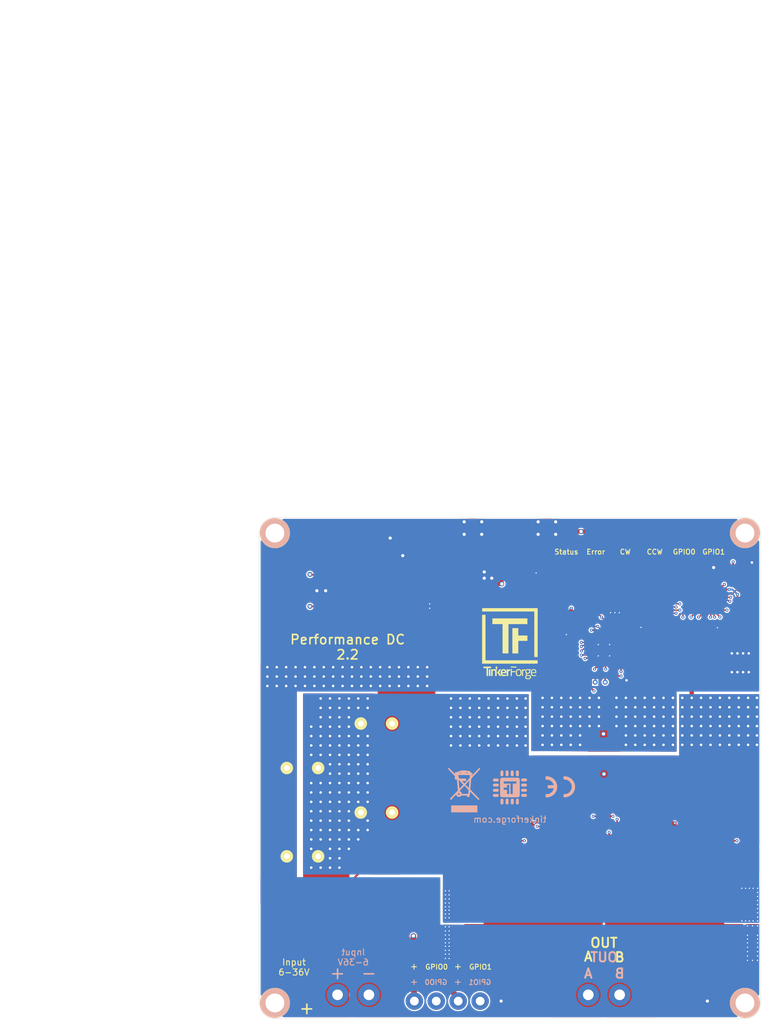
<source format=kicad_pcb>
(kicad_pcb (version 20171130) (host pcbnew 5.1.6-c6e7f7d~87~ubuntu20.04.1)

  (general
    (thickness 1.6)
    (drawings 36)
    (tracks 1006)
    (zones 0)
    (modules 91)
    (nets 67)
  )

  (page A4)
  (title_block
    (title "Performance DC V2 Bricklet")
    (date 2020-01-09)
    (rev 2.2)
    (company "Tinkerforge GmbH")
    (comment 1 "Licensed under CERN OHL v.1.1")
    (comment 2 "Copyright (©) 2020, T.Schneidermann <tim@tinkerforge.com>")
  )

  (layers
    (0 F.Cu power)
    (1 In1.Cu signal)
    (2 In2.Cu signal)
    (31 B.Cu power)
    (32 B.Adhes user)
    (33 F.Adhes user)
    (34 B.Paste user)
    (35 F.Paste user)
    (36 B.SilkS user)
    (37 F.SilkS user)
    (38 B.Mask user)
    (39 F.Mask user)
    (40 Dwgs.User user)
    (41 Cmts.User user)
    (42 Eco1.User user)
    (43 Eco2.User user)
    (44 Edge.Cuts user)
    (45 Margin user)
    (46 B.CrtYd user)
    (47 F.CrtYd user)
    (48 B.Fab user)
    (49 F.Fab user)
  )

  (setup
    (last_trace_width 0.25)
    (user_trace_width 0.2)
    (user_trace_width 0.3)
    (user_trace_width 0.5)
    (user_trace_width 0.7)
    (user_trace_width 0.9)
    (user_trace_width 5)
    (trace_clearance 0.15)
    (zone_clearance 0.2)
    (zone_45_only no)
    (trace_min 0.2)
    (via_size 0.8)
    (via_drill 0.4)
    (via_min_size 0.45)
    (via_min_drill 0.2)
    (user_via 0.5 0.2)
    (user_via 0.8 0.5)
    (uvia_size 0.3)
    (uvia_drill 0.1)
    (uvias_allowed no)
    (uvia_min_size 0.2)
    (uvia_min_drill 0.1)
    (edge_width 0.05)
    (segment_width 0.2)
    (pcb_text_width 0.3)
    (pcb_text_size 1.5 1.5)
    (mod_edge_width 0.12)
    (mod_text_size 1 1)
    (mod_text_width 0.15)
    (pad_size 1.524 1.524)
    (pad_drill 0.762)
    (pad_to_mask_clearance 0)
    (aux_axis_origin 59.5 100.5)
    (grid_origin 59.5 100.5)
    (visible_elements 7FFFFFFF)
    (pcbplotparams
      (layerselection 0x010fc_ffffffff)
      (usegerberextensions true)
      (usegerberattributes false)
      (usegerberadvancedattributes false)
      (creategerberjobfile false)
      (excludeedgelayer true)
      (linewidth 0.100000)
      (plotframeref false)
      (viasonmask false)
      (mode 1)
      (useauxorigin false)
      (hpglpennumber 1)
      (hpglpenspeed 20)
      (hpglpendiameter 15.000000)
      (psnegative false)
      (psa4output false)
      (plotreference true)
      (plotvalue true)
      (plotinvisibletext false)
      (padsonsilk false)
      (subtractmaskfromsilk false)
      (outputformat 1)
      (mirror false)
      (drillshape 0)
      (scaleselection 1)
      (outputdirectory "../../../Schreibtisch/proto/dc/"))
  )

  (net 0 "")
  (net 1 "Net-(C1-Pad1)")
  (net 2 GND)
  (net 3 +3.3VP)
  (net 4 "Net-(C9-Pad1)")
  (net 5 "Net-(C11-Pad1)")
  (net 6 "Net-(C12-Pad1)")
  (net 7 "Net-(D1-Pad2)")
  (net 8 V_GPIO)
  (net 9 +5V)
  (net 10 "Net-(P1-Pad4)")
  (net 11 "Net-(P1-Pad5)")
  (net 12 "Net-(P1-Pad6)")
  (net 13 "Net-(P2-Pad1)")
  (net 14 "Net-(P3-Pad2)")
  (net 15 "Net-(P5-Pad3)")
  (net 16 "Net-(P5-Pad1)")
  (net 17 "Net-(R1-Pad1)")
  (net 18 GPIO0)
  (net 19 GPIO1)
  (net 20 "Net-(R12-Pad2)")
  (net 21 "Net-(R13-Pad2)")
  (net 22 S-CS)
  (net 23 S-CLK)
  (net 24 S-MOSI)
  (net 25 S-MISO)
  (net 26 "Net-(Q1-PadG)")
  (net 27 "Net-(C14-Pad1)")
  (net 28 "Net-(D8-Pad2)")
  (net 29 "Net-(D9-Pad2)")
  (net 30 "Net-(D10-Pad2)")
  (net 31 "Net-(D11-Pad2)")
  (net 32 "Net-(D12-Pad2)")
  (net 33 "Net-(R2-Pad1)")
  (net 34 "Net-(R3-Pad1)")
  (net 35 "Net-(RP5-Pad5)")
  (net 36 "Net-(RP5-Pad6)")
  (net 37 "Net-(RP5-Pad7)")
  (net 38 "Net-(RP5-Pad8)")
  (net 39 "Net-(C5-Pad1)")
  (net 40 AVDD)
  (net 41 "Net-(C7-Pad2)")
  (net 42 "Net-(C8-Pad2)")
  (net 43 "Net-(C8-Pad1)")
  (net 44 "Net-(C16-Pad2)")
  (net 45 "Net-(C20-Pad2)")
  (net 46 "Net-(D13-Pad2)")
  (net 47 "Net-(Q2-PadG)")
  (net 48 "Net-(Q3-PadG)")
  (net 49 "Net-(Q4-PadG)")
  (net 50 "Net-(D2-Pad2)")
  (net 51 SO)
  (net 52 VIN)
  (net 53 SNSOUT)
  (net 54 nFAULT)
  (net 55 "Net-(R9-Pad1)")
  (net 56 "Net-(R18-Pad2)")
  (net 57 "Net-(R20-Pad2)")
  (net 58 "Net-(R21-Pad2)")
  (net 59 "Net-(R22-Pad2)")
  (net 60 "Net-(R23-Pad2)")
  (net 61 IN1)
  (net 62 IN2)
  (net 63 nSLEEP)
  (net 64 "Net-(RP2-Pad6)")
  (net 65 "Net-(RP2-Pad7)")
  (net 66 TEMP)

  (net_class Default "This is the default net class."
    (clearance 0.15)
    (trace_width 0.25)
    (via_dia 0.8)
    (via_drill 0.4)
    (uvia_dia 0.3)
    (uvia_drill 0.1)
    (add_net +3.3VP)
    (add_net +5V)
    (add_net AVDD)
    (add_net GND)
    (add_net GPIO0)
    (add_net GPIO1)
    (add_net IN1)
    (add_net IN2)
    (add_net "Net-(C1-Pad1)")
    (add_net "Net-(C11-Pad1)")
    (add_net "Net-(C12-Pad1)")
    (add_net "Net-(C14-Pad1)")
    (add_net "Net-(C16-Pad2)")
    (add_net "Net-(C20-Pad2)")
    (add_net "Net-(C5-Pad1)")
    (add_net "Net-(C7-Pad2)")
    (add_net "Net-(C8-Pad1)")
    (add_net "Net-(C8-Pad2)")
    (add_net "Net-(C9-Pad1)")
    (add_net "Net-(D1-Pad2)")
    (add_net "Net-(D10-Pad2)")
    (add_net "Net-(D11-Pad2)")
    (add_net "Net-(D12-Pad2)")
    (add_net "Net-(D13-Pad2)")
    (add_net "Net-(D2-Pad2)")
    (add_net "Net-(D8-Pad2)")
    (add_net "Net-(D9-Pad2)")
    (add_net "Net-(P1-Pad4)")
    (add_net "Net-(P1-Pad5)")
    (add_net "Net-(P1-Pad6)")
    (add_net "Net-(P2-Pad1)")
    (add_net "Net-(P3-Pad2)")
    (add_net "Net-(P5-Pad1)")
    (add_net "Net-(P5-Pad3)")
    (add_net "Net-(Q1-PadG)")
    (add_net "Net-(Q2-PadG)")
    (add_net "Net-(Q3-PadG)")
    (add_net "Net-(Q4-PadG)")
    (add_net "Net-(R1-Pad1)")
    (add_net "Net-(R12-Pad2)")
    (add_net "Net-(R13-Pad2)")
    (add_net "Net-(R18-Pad2)")
    (add_net "Net-(R2-Pad1)")
    (add_net "Net-(R20-Pad2)")
    (add_net "Net-(R21-Pad2)")
    (add_net "Net-(R22-Pad2)")
    (add_net "Net-(R23-Pad2)")
    (add_net "Net-(R3-Pad1)")
    (add_net "Net-(R9-Pad1)")
    (add_net "Net-(RP2-Pad6)")
    (add_net "Net-(RP2-Pad7)")
    (add_net "Net-(RP5-Pad5)")
    (add_net "Net-(RP5-Pad6)")
    (add_net "Net-(RP5-Pad7)")
    (add_net "Net-(RP5-Pad8)")
    (add_net S-CLK)
    (add_net S-CS)
    (add_net S-MISO)
    (add_net S-MOSI)
    (add_net SNSOUT)
    (add_net SO)
    (add_net TEMP)
    (add_net VIN)
    (add_net V_GPIO)
    (add_net nFAULT)
    (add_net nSLEEP)
  )

  (module kicad-libraries:WEEE_7mm (layer B.Cu) (tedit 5922FFAE) (tstamp 5F2BE249)
    (at 92.2 144 180)
    (fp_text reference VAL (at 0 0) (layer B.SilkS) hide
      (effects (font (size 0.2 0.2) (thickness 0.05)) (justify mirror))
    )
    (fp_text value WEEE_7mm (at 0.75 0) (layer B.SilkS) hide
      (effects (font (size 0.2 0.2) (thickness 0.05)) (justify mirror))
    )
    (fp_poly (pts (xy 2.032 -3.527778) (xy -0.014111 -3.527778) (xy -2.060222 -3.527778) (xy -2.060222 -3.019778)
      (xy -2.060222 -2.511778) (xy -0.014111 -2.511778) (xy 2.032 -2.511778) (xy 2.032 -3.019778)
      (xy 2.032 -3.527778)) (layer B.SilkS) (width 0.1))
    (fp_poly (pts (xy 2.482863 3.409859) (xy 2.480804 3.376179) (xy 2.471206 3.341837) (xy 2.44964 3.301407)
      (xy 2.411675 3.249463) (xy 2.352883 3.180577) (xy 2.268835 3.089322) (xy 2.155101 2.970274)
      (xy 2.007251 2.818004) (xy 1.961444 2.771041) (xy 1.439333 2.23603) (xy 1.439333 1.978793)
      (xy 1.439333 1.721555) (xy 1.298222 1.721555) (xy 1.298222 1.994947) (xy 1.298222 2.099005)
      (xy 1.213555 2.017889) (xy 1.160676 1.962169) (xy 1.131131 1.921219) (xy 1.128889 1.913831)
      (xy 1.153434 1.897717) (xy 1.212566 1.89089) (xy 1.213555 1.890889) (xy 1.269418 1.895963)
      (xy 1.29309 1.922356) (xy 1.298206 1.986828) (xy 1.298222 1.994947) (xy 1.298222 1.721555)
      (xy 1.28539 1.721555) (xy 1.241376 1.723224) (xy 1.205837 1.724651) (xy 1.177386 1.720468)
      (xy 1.154636 1.705309) (xy 1.136199 1.673804) (xy 1.120687 1.620585) (xy 1.106713 1.540286)
      (xy 1.092889 1.427539) (xy 1.077827 1.276974) (xy 1.060141 1.083225) (xy 1.038443 0.840924)
      (xy 1.028031 0.725936) (xy 1.016 0.593851) (xy 1.016 2.342444) (xy 1.016 2.427111)
      (xy 0.964919 2.427111) (xy 0.964919 2.654131) (xy 0.96044 2.665934) (xy 0.910629 2.701752)
      (xy 0.825292 2.742703) (xy 0.723934 2.781372) (xy 0.626061 2.810345) (xy 0.551179 2.822208)
      (xy 0.549274 2.822222) (xy 0.494484 2.808563) (xy 0.479778 2.765778) (xy 0.476666 2.742735)
      (xy 0.461334 2.726991) (xy 0.424786 2.717163) (xy 0.358027 2.711867) (xy 0.252063 2.709719)
      (xy 0.239909 2.709686) (xy 0.239909 2.892647) (xy 0.233665 2.897338) (xy 0.218722 2.899226)
      (xy 0.112749 2.903792) (xy 0.007055 2.899226) (xy -0.017767 2.894178) (xy 0.007962 2.890336)
      (xy 0.078354 2.888317) (xy 0.112889 2.888155) (xy 0.197687 2.889381) (xy 0.239909 2.892647)
      (xy 0.239909 2.709686) (xy 0.112889 2.709333) (xy -0.254 2.709333) (xy -0.254 2.782537)
      (xy -0.256796 2.824575) (xy -0.274517 2.843911) (xy -0.321168 2.845575) (xy -0.402167 2.835755)
      (xy -0.502773 2.820747) (xy -0.559752 2.80431) (xy -0.585498 2.778111) (xy -0.592403 2.733815)
      (xy -0.592667 2.707668) (xy -0.592667 2.624667) (xy 0.201011 2.624667) (xy 0.434757 2.624964)
      (xy 0.617649 2.62606) (xy 0.755277 2.628256) (xy 0.853229 2.631858) (xy 0.917094 2.637169)
      (xy 0.952461 2.644492) (xy 0.964919 2.654131) (xy 0.964919 2.427111) (xy 0.026103 2.427111)
      (xy -0.874889 2.427111) (xy -0.874889 2.652889) (xy -0.884518 2.680377) (xy -0.887335 2.681111)
      (xy -0.91143 2.661335) (xy -0.917222 2.652889) (xy -0.914985 2.626883) (xy -0.904777 2.624667)
      (xy -0.876038 2.645153) (xy -0.874889 2.652889) (xy -0.874889 2.427111) (xy -0.963793 2.427111)
      (xy -0.943537 2.166055) (xy -0.938094 2.087369) (xy -0.932714 2.024235) (xy -0.92321 1.970393)
      (xy -0.905395 1.919583) (xy -0.875081 1.865545) (xy -0.828081 1.802019) (xy -0.760208 1.722746)
      (xy -0.667273 1.621464) (xy -0.54509 1.491915) (xy -0.389471 1.327837) (xy -0.366889 1.303985)
      (xy -0.042333 0.961041) (xy 0.205281 1.207243) (xy 0.452896 1.453444) (xy 0.099448 1.461343)
      (xy -0.254 1.469242) (xy -0.254 1.623621) (xy -0.254 1.778) (xy 0.183444 1.778)
      (xy 0.620889 1.778) (xy 0.620889 1.701353) (xy 0.622969 1.664993) (xy 0.634687 1.65375)
      (xy 0.664256 1.671682) (xy 0.719893 1.722845) (xy 0.776111 1.778) (xy 0.854414 1.857186)
      (xy 0.900636 1.914327) (xy 0.92323 1.966659) (xy 0.930646 2.031417) (xy 0.931333 2.094536)
      (xy 0.934803 2.190842) (xy 0.947055 2.241675) (xy 0.97085 2.257681) (xy 0.973667 2.257778)
      (xy 1.007275 2.28302) (xy 1.016 2.342444) (xy 1.016 0.593851) (xy 0.954054 -0.086239)
      (xy 1.34486 -0.498024) (xy 1.555216 -0.719617) (xy 1.729916 -0.903769) (xy 1.872041 -1.054091)
      (xy 1.984676 -1.174196) (xy 2.070901 -1.267694) (xy 2.133801 -1.338196) (xy 2.176457 -1.389314)
      (xy 2.201952 -1.424658) (xy 2.21337 -1.447841) (xy 2.213792 -1.462473) (xy 2.206301 -1.472165)
      (xy 2.19398 -1.480529) (xy 2.187398 -1.485028) (xy 2.139541 -1.515553) (xy 2.118022 -1.524)
      (xy 2.094879 -1.504317) (xy 2.039069 -1.449218) (xy 1.956356 -1.364626) (xy 1.852504 -1.256463)
      (xy 1.733278 -1.130652) (xy 1.678916 -1.072812) (xy 1.255889 -0.621625) (xy 1.239947 -0.712979)
      (xy 1.197516 -0.849251) (xy 1.119827 -0.950313) (xy 1.079557 -0.982306) (xy 1.017977 -1.011638)
      (xy 1.017977 -0.632978) (xy 0.995676 -0.556992) (xy 0.945013 -0.49721) (xy 0.945013 1.715394)
      (xy 0.94482 1.716067) (xy 0.923395 1.700567) (xy 0.870211 1.651048) (xy 0.792165 1.57462)
      (xy 0.696154 1.478392) (xy 0.589075 1.369476) (xy 0.477826 1.254981) (xy 0.369303 1.142017)
      (xy 0.270405 1.037695) (xy 0.188029 0.949124) (xy 0.129071 0.883415) (xy 0.100429 0.847678)
      (xy 0.098778 0.843916) (xy 0.117043 0.81413) (xy 0.166773 0.753937) (xy 0.240369 0.67125)
      (xy 0.330231 0.573984) (xy 0.42876 0.470051) (xy 0.528358 0.367365) (xy 0.621424 0.273839)
      (xy 0.70036 0.197387) (xy 0.757566 0.145921) (xy 0.785443 0.127355) (xy 0.786505 0.12776)
      (xy 0.793707 0.159396) (xy 0.805121 0.239895) (xy 0.819901 0.361901) (xy 0.837205 0.51806)
      (xy 0.856186 0.701015) (xy 0.876002 0.903411) (xy 0.878183 0.926402) (xy 0.897143 1.129855)
      (xy 0.913788 1.314176) (xy 0.927509 1.472128) (xy 0.937694 1.596473) (xy 0.943732 1.679974)
      (xy 0.945013 1.715394) (xy 0.945013 -0.49721) (xy 0.944024 -0.496043) (xy 0.871243 -0.460602)
      (xy 0.785555 -0.461141) (xy 0.764432 -0.470982) (xy 0.764432 -0.168896) (xy 0.745079 -0.120107)
      (xy 0.697438 -0.051745) (xy 0.618576 0.041481) (xy 0.505557 0.164861) (xy 0.374559 0.303585)
      (xy -0.041854 0.741711) (xy -0.132242 0.647751) (xy -0.132242 0.841738) (xy -0.508984 1.238599)
      (xy -0.625421 1.36067) (xy -0.727784 1.466874) (xy -0.810087 1.55109) (xy -0.866341 1.607198)
      (xy -0.89056 1.629078) (xy -0.891025 1.629119) (xy -0.890844 1.599805) (xy -0.886195 1.523686)
      (xy -0.877886 1.410152) (xy -0.866727 1.268597) (xy -0.853528 1.108412) (xy -0.839099 0.938988)
      (xy -0.824249 0.769717) (xy -0.809789 0.60999) (xy -0.796527 0.4692) (xy -0.785274 0.356738)
      (xy -0.776839 0.281995) (xy -0.772591 0.25543) (xy -0.74805 0.256656) (xy -0.687291 0.300651)
      (xy -0.590212 0.387499) (xy -0.456711 0.517286) (xy -0.445848 0.528132) (xy -0.132242 0.841738)
      (xy -0.132242 0.647751) (xy -0.403136 0.366149) (xy -0.532757 0.230252) (xy -0.62722 0.127772)
      (xy -0.691435 0.052372) (xy -0.730313 -0.002286) (xy -0.748765 -0.04254) (xy -0.751699 -0.074729)
      (xy -0.750572 -0.082317) (xy -0.742402 -0.14269) (xy -0.732359 -0.241951) (xy -0.722136 -0.362656)
      (xy -0.718145 -0.416278) (xy -0.699563 -0.677333) (xy -0.138115 -0.677333) (xy 0.423333 -0.677333)
      (xy 0.423333 -0.584835) (xy 0.449981 -0.463491) (xy 0.523642 -0.355175) (xy 0.63489 -0.272054)
      (xy 0.682126 -0.250719) (xy 0.73002 -0.228911) (xy 0.758434 -0.2034) (xy 0.764432 -0.168896)
      (xy 0.764432 -0.470982) (xy 0.711835 -0.495489) (xy 0.659024 -0.562819) (xy 0.647539 -0.649049)
      (xy 0.676635 -0.735445) (xy 0.723473 -0.788174) (xy 0.784468 -0.828555) (xy 0.830825 -0.846601)
      (xy 0.832555 -0.846667) (xy 0.877213 -0.830394) (xy 0.938072 -0.790949) (xy 0.941638 -0.788174)
      (xy 1.002705 -0.713529) (xy 1.017977 -0.632978) (xy 1.017977 -1.011638) (xy 0.949842 -1.044093)
      (xy 0.810166 -1.060981) (xy 0.675259 -1.034339) (xy 0.559855 -0.965538) (xy 0.525993 -0.9308)
      (xy 0.455199 -0.846667) (xy -0.0264 -0.846667) (xy -0.508 -0.846667) (xy -0.508 -0.959556)
      (xy -0.508 -1.072445) (xy -0.649111 -1.072445) (xy -0.790222 -1.072445) (xy -0.790222 -0.975954)
      (xy -0.803072 -0.881747) (xy -0.831861 -0.799565) (xy -0.85235 -0.735143) (xy -0.871496 -0.630455)
      (xy -0.886633 -0.501661) (xy -0.8916 -0.437445) (xy -0.909702 -0.155222) (xy -1.596125 -0.853722)
      (xy -1.756866 -1.017004) (xy -1.904817 -1.166738) (xy -2.035402 -1.29834) (xy -2.144049 -1.407222)
      (xy -2.226183 -1.4888) (xy -2.277232 -1.538486) (xy -2.292741 -1.552222) (xy -2.318618 -1.535182)
      (xy -2.3368 -1.518356) (xy -2.366614 -1.474736) (xy -2.370667 -1.458297) (xy -2.351653 -1.432751)
      (xy -2.297528 -1.371534) (xy -2.212667 -1.27931) (xy -2.101445 -1.160741) (xy -1.968236 -1.020491)
      (xy -1.817416 -0.863223) (xy -1.653359 -0.693601) (xy -1.649999 -0.690141) (xy -0.929331 0.051823)
      (xy -1.000888 0.874398) (xy -1.019193 1.08713) (xy -1.035769 1.284177) (xy -1.049992 1.457782)
      (xy -1.061239 1.600189) (xy -1.068889 1.70364) (xy -1.072318 1.760379) (xy -1.072445 1.765937)
      (xy -1.083169 1.796856) (xy -1.117145 1.848518) (xy -1.177081 1.924038) (xy -1.265681 2.026535)
      (xy -1.385653 2.159123) (xy -1.539703 2.324921) (xy -1.730537 2.527044) (xy -1.763174 2.561396)
      (xy -1.94576 2.753708) (xy -2.093058 2.909847) (xy -2.208848 3.034377) (xy -2.296909 3.131865)
      (xy -2.361021 3.206878) (xy -2.404962 3.263981) (xy -2.432513 3.30774) (xy -2.447452 3.342721)
      (xy -2.453559 3.373491) (xy -2.454619 3.396775) (xy -2.455333 3.505661) (xy -2.136329 3.170998)
      (xy -2.000627 3.028421) (xy -1.842494 2.861938) (xy -1.678217 2.688716) (xy -1.524082 2.52592)
      (xy -1.466152 2.46464) (xy -1.354055 2.346541) (xy -1.256193 2.244484) (xy -1.178749 2.164831)
      (xy -1.127907 2.113947) (xy -1.109886 2.09804) (xy -1.109577 2.126426) (xy -1.113821 2.195386)
      (xy -1.12076 2.279234) (xy -1.130834 2.37523) (xy -1.143684 2.427922) (xy -1.166434 2.45028)
      (xy -1.206208 2.455276) (xy -1.217475 2.455333) (xy -1.274769 2.462802) (xy -1.295863 2.497097)
      (xy -1.298222 2.54) (xy -1.290268 2.600887) (xy -1.25796 2.622991) (xy -1.232974 2.624667)
      (xy -1.165809 2.649307) (xy -1.106569 2.707387) (xy -1.038059 2.780849) (xy -0.96015 2.840472)
      (xy -0.90268 2.886543) (xy -0.87527 2.932359) (xy -0.874889 2.936944) (xy -0.866717 2.958171)
      (xy -0.836053 2.973488) (xy -0.773676 2.98482) (xy -0.670366 2.994091) (xy -0.571902 3.000209)
      (xy -0.444753 3.009947) (xy -0.342774 3.022633) (xy -0.277341 3.036575) (xy -0.259106 3.046795)
      (xy -0.227621 3.061127) (xy -0.152899 3.071083) (xy -0.047962 3.076818) (xy 0.074164 3.078489)
      (xy 0.200456 3.076251) (xy 0.31789 3.07026) (xy 0.41344 3.060673) (xy 0.474084 3.047645)
      (xy 0.488466 3.037844) (xy 0.523084 3.012128) (xy 0.59531 2.989452) (xy 0.645346 2.980608)
      (xy 0.752526 2.955733) (xy 0.873538 2.912358) (xy 0.942299 2.880321) (xy 1.046225 2.831835)
      (xy 1.128071 2.811654) (xy 1.210866 2.814154) (xy 1.212404 2.814358) (xy 1.324381 2.811082)
      (xy 1.398504 2.765955) (xy 1.435053 2.678737) (xy 1.439333 2.621893) (xy 1.416263 2.519845)
      (xy 1.351912 2.452433) (xy 1.25357 2.427141) (xy 1.249609 2.427111) (xy 1.20332 2.41653)
      (xy 1.186549 2.373932) (xy 1.185333 2.342444) (xy 1.192841 2.282987) (xy 1.210931 2.257784)
      (xy 1.211244 2.257778) (xy 1.236778 2.277108) (xy 1.296879 2.331881) (xy 1.386564 2.417269)
      (xy 1.500846 2.528446) (xy 1.634743 2.660585) (xy 1.783269 2.808858) (xy 1.859662 2.885722)
      (xy 2.48217 3.513666) (xy 2.482863 3.409859)) (layer B.SilkS) (width 0.1))
  )

  (module kicad-libraries:CE_5mm (layer B.Cu) (tedit 5922FFD4) (tstamp 5F2BE244)
    (at 107.5 143.5 180)
    (fp_text reference VAL (at 0 0) (layer B.SilkS) hide
      (effects (font (size 0.2 0.2) (thickness 0.05)) (justify mirror))
    )
    (fp_text value CE_5mm (at 0 0) (layer B.SilkS) hide
      (effects (font (size 0.2 0.2) (thickness 0.05)) (justify mirror))
    )
    (fp_poly (pts (xy -0.55372 -1.67132) (xy -0.5715 -1.67386) (xy -0.57912 -1.6764) (xy -0.59436 -1.6764)
      (xy -0.61214 -1.6764) (xy -0.635 -1.6764) (xy -0.65786 -1.67894) (xy -0.68326 -1.67894)
      (xy -0.70866 -1.67894) (xy -0.73406 -1.67894) (xy -0.75692 -1.67894) (xy -0.7747 -1.67894)
      (xy -0.7874 -1.67894) (xy -0.79756 -1.67894) (xy -0.80518 -1.67894) (xy -0.82042 -1.6764)
      (xy -0.83566 -1.6764) (xy -0.85598 -1.67386) (xy -0.95758 -1.66116) (xy -1.05664 -1.64338)
      (xy -1.15824 -1.62052) (xy -1.2573 -1.59004) (xy -1.35382 -1.55194) (xy -1.40462 -1.53162)
      (xy -1.49606 -1.4859) (xy -1.58496 -1.4351) (xy -1.67386 -1.37922) (xy -1.75514 -1.31826)
      (xy -1.83642 -1.24968) (xy -1.91008 -1.17856) (xy -1.9812 -1.10236) (xy -2.04724 -1.02108)
      (xy -2.1082 -0.93726) (xy -2.14884 -0.87376) (xy -2.18694 -0.80772) (xy -2.2225 -0.7366)
      (xy -2.25552 -0.66548) (xy -2.286 -0.59436) (xy -2.30886 -0.52324) (xy -2.3114 -0.51562)
      (xy -2.34188 -0.41402) (xy -2.36474 -0.30988) (xy -2.37998 -0.20574) (xy -2.39014 -0.09906)
      (xy -2.39268 0.00508) (xy -2.39014 0.11176) (xy -2.37998 0.2159) (xy -2.36474 0.31496)
      (xy -2.34188 0.41402) (xy -2.3114 0.51308) (xy -2.27838 0.6096) (xy -2.23774 0.70612)
      (xy -2.19202 0.79756) (xy -2.14122 0.88646) (xy -2.10566 0.9398) (xy -2.0447 1.02362)
      (xy -1.97866 1.1049) (xy -1.90754 1.1811) (xy -1.83388 1.25222) (xy -1.7526 1.31826)
      (xy -1.66878 1.38176) (xy -1.58242 1.43764) (xy -1.49098 1.48844) (xy -1.397 1.53416)
      (xy -1.30048 1.5748) (xy -1.20142 1.60782) (xy -1.19888 1.60782) (xy -1.10998 1.63322)
      (xy -1.016 1.651) (xy -0.92202 1.66624) (xy -0.8255 1.6764) (xy -0.73152 1.67894)
      (xy -0.64008 1.67894) (xy -0.58166 1.67386) (xy -0.55372 1.67386) (xy -0.55372 1.4097)
      (xy -0.55372 1.14808) (xy -0.56134 1.15062) (xy -0.57658 1.15316) (xy -0.5969 1.1557)
      (xy -0.6223 1.15824) (xy -0.65024 1.15824) (xy -0.68072 1.15824) (xy -0.71374 1.15824)
      (xy -0.74676 1.15824) (xy -0.77724 1.15824) (xy -0.80772 1.1557) (xy -0.83312 1.15316)
      (xy -0.8509 1.15062) (xy -0.9398 1.13538) (xy -1.02616 1.11506) (xy -1.10998 1.08712)
      (xy -1.19126 1.0541) (xy -1.27 1.01346) (xy -1.34366 0.97028) (xy -1.41478 0.91948)
      (xy -1.48336 0.86106) (xy -1.524 0.82296) (xy -1.58496 0.75692) (xy -1.64084 0.68834)
      (xy -1.6891 0.61468) (xy -1.73228 0.54102) (xy -1.77038 0.46228) (xy -1.8034 0.381)
      (xy -1.8288 0.29718) (xy -1.84658 0.21082) (xy -1.85928 0.12192) (xy -1.86182 0.09906)
      (xy -1.86436 0.0762) (xy -1.86436 0.04572) (xy -1.86436 0.0127) (xy -1.86436 -0.02286)
      (xy -1.86436 -0.05842) (xy -1.86182 -0.09144) (xy -1.85928 -0.12192) (xy -1.85674 -0.14986)
      (xy -1.85674 -0.16256) (xy -1.8415 -0.24384) (xy -1.82118 -0.32258) (xy -1.79578 -0.39878)
      (xy -1.7653 -0.47498) (xy -1.75006 -0.50292) (xy -1.71196 -0.57658) (xy -1.67132 -0.64516)
      (xy -1.62306 -0.70866) (xy -1.57226 -0.77216) (xy -1.524 -0.82296) (xy -1.4605 -0.88138)
      (xy -1.39192 -0.93726) (xy -1.31826 -0.98552) (xy -1.2446 -1.0287) (xy -1.16332 -1.0668)
      (xy -1.08204 -1.09728) (xy -0.99822 -1.12268) (xy -0.90932 -1.143) (xy -0.87122 -1.14808)
      (xy -0.85344 -1.15062) (xy -0.8382 -1.15316) (xy -0.8255 -1.1557) (xy -0.81026 -1.1557)
      (xy -0.79502 -1.1557) (xy -0.77724 -1.15824) (xy -0.75692 -1.15824) (xy -0.72898 -1.15824)
      (xy -0.70612 -1.15824) (xy -0.67818 -1.15824) (xy -0.65278 -1.15824) (xy -0.62738 -1.1557)
      (xy -0.60706 -1.1557) (xy -0.59182 -1.1557) (xy -0.57912 -1.15316) (xy -0.56642 -1.15316)
      (xy -0.5588 -1.15062) (xy -0.55626 -1.15062) (xy -0.55626 -1.15316) (xy -0.55626 -1.16332)
      (xy -0.55626 -1.17856) (xy -0.55626 -1.19888) (xy -0.55626 -1.22428) (xy -0.55372 -1.25476)
      (xy -0.55372 -1.28778) (xy -0.55372 -1.32334) (xy -0.55372 -1.36144) (xy -0.55372 -1.40208)
      (xy -0.55372 -1.41224) (xy -0.55372 -1.67132)) (layer B.SilkS) (width 0.00254))
    (fp_poly (pts (xy 2.3114 -1.67132) (xy 2.30124 -1.67132) (xy 2.28854 -1.67386) (xy 2.26822 -1.6764)
      (xy 2.24282 -1.6764) (xy 2.21742 -1.67894) (xy 2.18694 -1.67894) (xy 2.15646 -1.67894)
      (xy 2.12852 -1.67894) (xy 2.10058 -1.67894) (xy 2.07518 -1.67894) (xy 2.05232 -1.67894)
      (xy 2.04978 -1.67894) (xy 1.96088 -1.67132) (xy 1.87706 -1.66116) (xy 1.79578 -1.64592)
      (xy 1.7145 -1.6256) (xy 1.65862 -1.61036) (xy 1.55956 -1.57988) (xy 1.46304 -1.53924)
      (xy 1.36906 -1.49606) (xy 1.27762 -1.44526) (xy 1.18872 -1.38938) (xy 1.1049 -1.32588)
      (xy 1.02362 -1.25984) (xy 0.94742 -1.18872) (xy 0.8763 -1.11252) (xy 0.81026 -1.03378)
      (xy 0.762 -0.96774) (xy 0.70358 -0.87884) (xy 0.65024 -0.78994) (xy 0.60452 -0.69596)
      (xy 0.56642 -0.60198) (xy 0.53086 -0.50546) (xy 0.50546 -0.4064) (xy 0.4826 -0.30734)
      (xy 0.46736 -0.20828) (xy 0.4572 -0.10668) (xy 0.45466 -0.00508) (xy 0.4572 0.09398)
      (xy 0.46482 0.19558) (xy 0.48006 0.29464) (xy 0.50038 0.39624) (xy 0.52832 0.49276)
      (xy 0.56134 0.58928) (xy 0.59944 0.68326) (xy 0.64516 0.77724) (xy 0.69596 0.86868)
      (xy 0.75184 0.95504) (xy 0.79248 1.01092) (xy 0.85852 1.0922) (xy 0.9271 1.1684)
      (xy 1.0033 1.24206) (xy 1.08204 1.31064) (xy 1.16332 1.3716) (xy 1.24968 1.42748)
      (xy 1.33858 1.48082) (xy 1.43256 1.52654) (xy 1.52654 1.56718) (xy 1.6256 1.6002)
      (xy 1.72466 1.62814) (xy 1.82626 1.651) (xy 1.9304 1.66878) (xy 2.03454 1.6764)
      (xy 2.13614 1.68148) (xy 2.15392 1.68148) (xy 2.17424 1.67894) (xy 2.19964 1.67894)
      (xy 2.2225 1.67894) (xy 2.24536 1.6764) (xy 2.26568 1.67386) (xy 2.28346 1.67386)
      (xy 2.29616 1.67132) (xy 2.2987 1.67132) (xy 2.30886 1.67132) (xy 2.30886 1.40208)
      (xy 2.30886 1.13538) (xy 2.29108 1.13792) (xy 2.2352 1.143) (xy 2.17678 1.14554)
      (xy 2.11836 1.14554) (xy 2.06248 1.143) (xy 2.00914 1.13792) (xy 2.0066 1.13792)
      (xy 1.9177 1.12268) (xy 1.83134 1.10236) (xy 1.74752 1.07442) (xy 1.66878 1.0414)
      (xy 1.59004 1.0033) (xy 1.51638 0.95758) (xy 1.44526 0.90932) (xy 1.37668 0.85344)
      (xy 1.31318 0.79248) (xy 1.25476 0.72644) (xy 1.21158 0.67056) (xy 1.16586 0.60452)
      (xy 1.12268 0.53086) (xy 1.08712 0.4572) (xy 1.0541 0.37592) (xy 1.03378 0.31242)
      (xy 1.0287 0.29464) (xy 1.02616 0.28194) (xy 1.02362 0.27178) (xy 1.02108 0.2667)
      (xy 1.02362 0.2667) (xy 1.0287 0.26416) (xy 1.03378 0.26416) (xy 1.04394 0.26416)
      (xy 1.0541 0.26416) (xy 1.06934 0.26416) (xy 1.08712 0.26416) (xy 1.10998 0.26416)
      (xy 1.13538 0.26162) (xy 1.16586 0.26162) (xy 1.20142 0.26162) (xy 1.23952 0.26162)
      (xy 1.28524 0.26162) (xy 1.33604 0.26162) (xy 1.39192 0.26162) (xy 1.45542 0.26162)
      (xy 1.49352 0.26162) (xy 1.96596 0.26162) (xy 1.96596 0.01016) (xy 1.96596 -0.2413)
      (xy 1.48844 -0.24384) (xy 1.00838 -0.24384) (xy 1.02362 -0.29972) (xy 1.03632 -0.35052)
      (xy 1.05156 -0.39624) (xy 1.06934 -0.43942) (xy 1.08712 -0.48514) (xy 1.10998 -0.53086)
      (xy 1.11506 -0.54102) (xy 1.1557 -0.61722) (xy 1.20396 -0.68834) (xy 1.2573 -0.75692)
      (xy 1.31572 -0.82296) (xy 1.37922 -0.88138) (xy 1.44526 -0.93726) (xy 1.48082 -0.96266)
      (xy 1.55448 -1.01092) (xy 1.63068 -1.05156) (xy 1.70942 -1.08712) (xy 1.7907 -1.1176)
      (xy 1.87706 -1.143) (xy 1.96596 -1.16078) (xy 1.98374 -1.16332) (xy 2.01168 -1.16586)
      (xy 2.04216 -1.1684) (xy 2.07518 -1.17094) (xy 2.11074 -1.17094) (xy 2.1463 -1.17348)
      (xy 2.18186 -1.17348) (xy 2.21742 -1.17094) (xy 2.2479 -1.17094) (xy 2.27584 -1.1684)
      (xy 2.2987 -1.16586) (xy 2.30378 -1.16332) (xy 2.3114 -1.16332) (xy 2.3114 -1.41732)
      (xy 2.3114 -1.67132)) (layer B.SilkS) (width 0.00254))
  )

  (module kicad-libraries:Logo_CoMCU (layer B.Cu) (tedit 0) (tstamp 5F2BE230)
    (at 99.5 143.6 180)
    (fp_text reference G*** (at 0 0) (layer B.SilkS) hide
      (effects (font (size 1.524 1.524) (thickness 0.3)) (justify mirror))
    )
    (fp_text value LOGO (at 0.75 0) (layer B.SilkS) hide
      (effects (font (size 1.524 1.524) (thickness 0.3)) (justify mirror))
    )
    (fp_poly (pts (xy -1.083326 -1.807455) (xy -1.021749 -1.855631) (xy -0.996708 -1.88908) (xy -0.98448 -1.910311)
      (xy -0.975442 -1.932303) (xy -0.969114 -1.959961) (xy -0.965016 -1.99819) (xy -0.962667 -2.051895)
      (xy -0.961588 -2.125983) (xy -0.961298 -2.225358) (xy -0.961292 -2.250831) (xy -0.961474 -2.356363)
      (xy -0.962341 -2.435539) (xy -0.964372 -2.493265) (xy -0.968048 -2.534447) (xy -0.97385 -2.563989)
      (xy -0.982256 -2.586797) (xy -0.993749 -2.607776) (xy -0.996708 -2.612582) (xy -1.0485 -2.669267)
      (xy -1.116082 -2.705676) (xy -1.191105 -2.719696) (xy -1.265225 -2.709215) (xy -1.305169 -2.690672)
      (xy -1.339545 -2.669002) (xy -1.365843 -2.648992) (xy -1.385145 -2.62629) (xy -1.398532 -2.596544)
      (xy -1.407086 -2.555401) (xy -1.411889 -2.498508) (xy -1.414022 -2.421512) (xy -1.414569 -2.320062)
      (xy -1.414584 -2.250449) (xy -1.414584 -1.909473) (xy -1.375507 -1.867651) (xy -1.30749 -1.813994)
      (xy -1.232151 -1.7863) (xy -1.155444 -1.784232) (xy -1.083326 -1.807455)) (layer B.SilkS) (width 0.01))
    (fp_poly (pts (xy -0.287426 -1.800234) (xy -0.220294 -1.840199) (xy -0.176157 -1.889727) (xy -0.163976 -1.909422)
      (xy -0.154954 -1.930045) (xy -0.148618 -1.956407) (xy -0.144496 -1.993319) (xy -0.142116 -2.045593)
      (xy -0.141004 -2.11804) (xy -0.140687 -2.215471) (xy -0.140677 -2.250831) (xy -0.140845 -2.356825)
      (xy -0.141665 -2.43637) (xy -0.143609 -2.494276) (xy -0.147151 -2.535356) (xy -0.152762 -2.56442)
      (xy -0.160916 -2.586281) (xy -0.172086 -2.605749) (xy -0.176157 -2.611935) (xy -0.233584 -2.671915)
      (xy -0.305711 -2.707875) (xy -0.38535 -2.717967) (xy -0.465312 -2.700346) (xy -0.484797 -2.691244)
      (xy -0.53575 -2.650252) (xy -0.575196 -2.593551) (xy -0.587718 -2.567953) (xy -0.596833 -2.543045)
      (xy -0.602985 -2.513656) (xy -0.606613 -2.474614) (xy -0.60816 -2.420747) (xy -0.608067 -2.346881)
      (xy -0.606776 -2.247846) (xy -0.606458 -2.227385) (xy -0.604651 -2.123601) (xy -0.602566 -2.04616)
      (xy -0.59961 -1.990143) (xy -0.595191 -1.950633) (xy -0.588714 -1.922712) (xy -0.579587 -1.901463)
      (xy -0.567217 -1.881967) (xy -0.564291 -1.877832) (xy -0.507432 -1.822397) (xy -0.437799 -1.791125)
      (xy -0.362195 -1.783807) (xy -0.287426 -1.800234)) (layer B.SilkS) (width 0.01))
    (fp_poly (pts (xy 0.473995 -1.786675) (xy 0.555073 -1.805797) (xy 0.617389 -1.84902) (xy 0.658815 -1.907213)
      (xy 0.669288 -1.930311) (xy 0.67693 -1.958095) (xy 0.682167 -1.995603) (xy 0.685428 -2.047877)
      (xy 0.68714 -2.119956) (xy 0.687731 -2.216879) (xy 0.687754 -2.248225) (xy 0.686957 -2.365713)
      (xy 0.683869 -2.456527) (xy 0.677448 -2.52523) (xy 0.666651 -2.576385) (xy 0.650435 -2.614554)
      (xy 0.627757 -2.6443) (xy 0.597573 -2.670185) (xy 0.590045 -2.675656) (xy 0.523925 -2.705859)
      (xy 0.446804 -2.715881) (xy 0.372136 -2.70476) (xy 0.344189 -2.693266) (xy 0.298269 -2.660346)
      (xy 0.25801 -2.61722) (xy 0.254312 -2.611935) (xy 0.24213 -2.59224) (xy 0.233108 -2.571617)
      (xy 0.226773 -2.545256) (xy 0.222651 -2.508344) (xy 0.22027 -2.45607) (xy 0.219158 -2.383623)
      (xy 0.218842 -2.286191) (xy 0.218831 -2.250831) (xy 0.218999 -2.144837) (xy 0.219819 -2.065292)
      (xy 0.221764 -2.007386) (xy 0.225305 -1.966306) (xy 0.230917 -1.937242) (xy 0.239071 -1.915382)
      (xy 0.25024 -1.895913) (xy 0.254312 -1.889727) (xy 0.312661 -1.828001) (xy 0.386221 -1.793287)
      (xy 0.47287 -1.78658) (xy 0.473995 -1.786675)) (layer B.SilkS) (width 0.01))
    (fp_poly (pts (xy 1.346689 -1.796257) (xy 1.417899 -1.835911) (xy 1.459615 -1.876331) (xy 1.500554 -1.924984)
      (xy 1.500554 -2.576679) (xy 1.459615 -2.625332) (xy 1.392744 -2.68417) (xy 1.31729 -2.714883)
      (xy 1.237726 -2.716573) (xy 1.15852 -2.688344) (xy 1.155117 -2.686403) (xy 1.118225 -2.663117)
      (xy 1.090106 -2.638629) (xy 1.069578 -2.608492) (xy 1.055461 -2.568257) (xy 1.046573 -2.513474)
      (xy 1.041732 -2.439696) (xy 1.039757 -2.342474) (xy 1.039447 -2.250831) (xy 1.039629 -2.145299)
      (xy 1.040495 -2.066123) (xy 1.042527 -2.008397) (xy 1.046203 -1.967215) (xy 1.052004 -1.937674)
      (xy 1.060411 -1.914866) (xy 1.071903 -1.893886) (xy 1.074862 -1.88908) (xy 1.128828 -1.828558)
      (xy 1.196134 -1.79278) (xy 1.270761 -1.781947) (xy 1.346689 -1.796257)) (layer B.SilkS) (width 0.01))
    (fp_poly (pts (xy 1.401473 1.517994) (xy 1.47671 1.460826) (xy 1.52785 1.38703) (xy 1.544753 1.345821)
      (xy 1.548306 1.326172) (xy 1.551427 1.288223) (xy 1.554134 1.230636) (xy 1.556445 1.152071)
      (xy 1.558379 1.051191) (xy 1.559953 0.926656) (xy 1.561186 0.777128) (xy 1.562096 0.601268)
      (xy 1.5627 0.397737) (xy 1.563017 0.165198) (xy 1.563077 -0.01065) (xy 1.563023 -0.246037)
      (xy 1.562836 -0.452171) (xy 1.56248 -0.631062) (xy 1.561921 -0.78472) (xy 1.561121 -0.915154)
      (xy 1.560047 -1.024374) (xy 1.558661 -1.114388) (xy 1.556928 -1.187205) (xy 1.554812 -1.244836)
      (xy 1.552278 -1.28929) (xy 1.54929 -1.322576) (xy 1.545813 -1.346702) (xy 1.541809 -1.36368)
      (xy 1.538885 -1.371889) (xy 1.490496 -1.453457) (xy 1.420224 -1.514817) (xy 1.387854 -1.533337)
      (xy 1.376626 -1.538582) (xy 1.363374 -1.543171) (xy 1.346058 -1.547145) (xy 1.322638 -1.550548)
      (xy 1.291076 -1.553423) (xy 1.249332 -1.555812) (xy 1.195365 -1.557757) (xy 1.127137 -1.559302)
      (xy 1.042608 -1.56049) (xy 0.939738 -1.561362) (xy 0.816487 -1.561961) (xy 0.670817 -1.562331)
      (xy 0.500687 -1.562513) (xy 0.304058 -1.562552) (xy 0.078891 -1.562488) (xy -0.003285 -1.562451)
      (xy -0.24064 -1.562292) (xy -0.448714 -1.562028) (xy -0.629489 -1.561622) (xy -0.784944 -1.561039)
      (xy -0.917061 -1.560241) (xy -1.027821 -1.559192) (xy -1.119205 -1.557856) (xy -1.193192 -1.556197)
      (xy -1.251765 -1.554178) (xy -1.296903 -1.551762) (xy -1.330588 -1.548914) (xy -1.354801 -1.545598)
      (xy -1.371521 -1.541775) (xy -1.382731 -1.537411) (xy -1.383323 -1.537105) (xy -1.46355 -1.481491)
      (xy -1.519889 -1.409949) (xy -1.533534 -1.383323) (xy -1.53865 -1.370983) (xy -1.543125 -1.35621)
      (xy -1.547003 -1.336953) (xy -1.550328 -1.311158) (xy -1.553142 -1.276771) (xy -1.555489 -1.231739)
      (xy -1.557412 -1.174008) (xy -1.558954 -1.101527) (xy -1.560159 -1.012239) (xy -1.56107 -0.904094)
      (xy -1.56173 -0.775037) (xy -1.562183 -0.623015) (xy -1.562472 -0.445974) (xy -1.56264 -0.241862)
      (xy -1.562731 -0.008624) (xy -1.562733 0.001449) (xy -1.562984 0.969107) (xy -1.016 0.969107)
      (xy -1.016 0.6096) (xy -0.453292 0.6096) (xy -0.453292 -1.047262) (xy -0.093784 -1.047262)
      (xy -0.093784 0.4064) (xy 0.109416 0.4064) (xy 0.109416 -1.047262) (xy 0.468923 -1.047262)
      (xy 0.468923 -0.375139) (xy 1.00037 -0.375139) (xy 1.00037 -0.016387) (xy 0.738554 -0.012101)
      (xy 0.476739 -0.007816) (xy 0.472377 0.199292) (xy 0.468016 0.4064) (xy 0.109416 0.4064)
      (xy -0.093784 0.4064) (xy -0.093784 0.6096) (xy 1.00037 0.6096) (xy 1.00037 0.969107)
      (xy -1.016 0.969107) (xy -1.562984 0.969107) (xy -1.563077 1.323698) (xy -1.526694 1.392587)
      (xy -1.471264 1.464884) (xy -1.414596 1.508369) (xy -1.338882 1.555261) (xy 1.336431 1.555261)
      (xy 1.401473 1.517994)) (layer B.SilkS) (width 0.01))
    (fp_poly (pts (xy 2.625332 -1.088201) (xy 2.685044 -1.155778) (xy 2.715461 -1.231666) (xy 2.715908 -1.312741)
      (xy 2.68998 -1.387854) (xy 2.667293 -1.426985) (xy 2.6417 -1.456709) (xy 2.608709 -1.478365)
      (xy 2.563823 -1.493288) (xy 2.502548 -1.502818) (xy 2.420388 -1.508291) (xy 2.31285 -1.511044)
      (xy 2.274277 -1.511548) (xy 2.180828 -1.51188) (xy 2.095835 -1.510833) (xy 2.025218 -1.508585)
      (xy 1.974898 -1.505314) (xy 1.952496 -1.50186) (xy 1.873902 -1.46247) (xy 1.817978 -1.40323)
      (xy 1.787231 -1.327479) (xy 1.781908 -1.274677) (xy 1.796929 -1.193757) (xy 1.841938 -1.12155)
      (xy 1.876331 -1.088201) (xy 1.924984 -1.047262) (xy 2.576679 -1.047262) (xy 2.625332 -1.088201)) (layer B.SilkS) (width 0.01))
    (fp_poly (pts (xy -2.144664 -1.032091) (xy -2.064804 -1.033586) (xy -2.006301 -1.03656) (xy -1.964209 -1.041409)
      (xy -1.933578 -1.048525) (xy -1.909462 -1.058304) (xy -1.908065 -1.059009) (xy -1.842404 -1.107477)
      (xy -1.801986 -1.173785) (xy -1.786675 -1.24539) (xy -1.793035 -1.332185) (xy -1.827414 -1.405917)
      (xy -1.888818 -1.464464) (xy -1.889727 -1.465073) (xy -1.909422 -1.477255) (xy -1.930044 -1.486277)
      (xy -1.956406 -1.492613) (xy -1.993318 -1.496734) (xy -2.045592 -1.499115) (xy -2.118039 -1.500227)
      (xy -2.215471 -1.500544) (xy -2.25083 -1.500554) (xy -2.356825 -1.500386) (xy -2.436369 -1.499566)
      (xy -2.494275 -1.497622) (xy -2.535355 -1.49408) (xy -2.56442 -1.488469) (xy -2.58628 -1.480315)
      (xy -2.605748 -1.469145) (xy -2.611934 -1.465073) (xy -2.67366 -1.406724) (xy -2.708374 -1.333164)
      (xy -2.715081 -1.246515) (xy -2.714986 -1.24539) (xy -2.695173 -1.162623) (xy -2.651032 -1.0991)
      (xy -2.593596 -1.059009) (xy -2.569721 -1.049052) (xy -2.53964 -1.041781) (xy -2.498405 -1.036803)
      (xy -2.441067 -1.033724) (xy -2.362679 -1.032148) (xy -2.258293 -1.031681) (xy -2.25083 -1.03168)
      (xy -2.144664 -1.032091)) (layer B.SilkS) (width 0.01))
    (fp_poly (pts (xy -2.132431 -0.219281) (xy -2.040949 -0.221362) (xy -1.972047 -0.226169) (xy -1.921386 -0.234797)
      (xy -1.884628 -0.248342) (xy -1.857433 -0.2679) (xy -1.835463 -0.294566) (xy -1.814642 -0.328967)
      (xy -1.787837 -0.405867) (xy -1.788061 -0.485725) (xy -1.813376 -0.56095) (xy -1.861841 -0.623954)
      (xy -1.896704 -0.65007) (xy -1.918451 -0.661123) (xy -1.945138 -0.669239) (xy -1.981886 -0.674942)
      (xy -2.033818 -0.678753) (xy -2.106054 -0.681194) (xy -2.203719 -0.682787) (xy -2.219569 -0.68297)
      (xy -2.312376 -0.683301) (xy -2.397323 -0.682291) (xy -2.468201 -0.680114) (xy -2.518801 -0.676945)
      (xy -2.54 -0.67395) (xy -2.6115 -0.645258) (xy -2.663676 -0.597705) (xy -2.687313 -0.561464)
      (xy -2.71546 -0.481394) (xy -2.71343 -0.39877) (xy -2.687019 -0.328967) (xy -2.66595 -0.294202)
      (xy -2.643943 -0.267627) (xy -2.61666 -0.248147) (xy -2.579761 -0.234667) (xy -2.528908 -0.226091)
      (xy -2.459763 -0.221323) (xy -2.367986 -0.219268) (xy -2.25083 -0.218831) (xy -2.132431 -0.219281)) (layer B.SilkS) (width 0.01))
    (fp_poly (pts (xy 2.356997 -0.219291) (xy 2.436858 -0.220786) (xy 2.49536 -0.22376) (xy 2.537453 -0.228609)
      (xy 2.568083 -0.235725) (xy 2.5922 -0.245504) (xy 2.593597 -0.246209) (xy 2.65655 -0.289813)
      (xy 2.694571 -0.34632) (xy 2.710814 -0.421249) (xy 2.711939 -0.453293) (xy 2.702661 -0.536083)
      (xy 2.672726 -0.598492) (xy 2.618977 -0.64604) (xy 2.593597 -0.660376) (xy 2.55349 -0.67205)
      (xy 2.488955 -0.680906) (xy 2.406699 -0.686944) (xy 2.313429 -0.690163) (xy 2.215851 -0.690564)
      (xy 2.120673 -0.688147) (xy 2.034601 -0.682911) (xy 1.964341 -0.674857) (xy 1.9166 -0.663985)
      (xy 1.908065 -0.660376) (xy 1.845112 -0.616772) (xy 1.807091 -0.560266) (xy 1.790848 -0.485336)
      (xy 1.789723 -0.453293) (xy 1.799001 -0.370503) (xy 1.828936 -0.308094) (xy 1.882685 -0.260545)
      (xy 1.908065 -0.246209) (xy 1.93194 -0.236252) (xy 1.962021 -0.228981) (xy 2.003257 -0.224003)
      (xy 2.060594 -0.220924) (xy 2.138982 -0.219348) (xy 2.243368 -0.218881) (xy 2.250831 -0.21888)
      (xy 2.356997 -0.219291)) (layer B.SilkS) (width 0.01))
    (fp_poly (pts (xy -2.137202 0.609403) (xy -2.059333 0.608536) (xy -2.002899 0.60648) (xy -1.962986 0.602738)
      (xy -1.934681 0.596816) (xy -1.91307 0.588218) (xy -1.893242 0.576449) (xy -1.889727 0.574119)
      (xy -1.828001 0.51577) (xy -1.793286 0.44221) (xy -1.78658 0.355561) (xy -1.786675 0.354435)
      (xy -1.806488 0.271668) (xy -1.850628 0.208146) (xy -1.908065 0.168055) (xy -1.93194 0.158097)
      (xy -1.962021 0.150827) (xy -2.003256 0.145849) (xy -2.060594 0.142769) (xy -2.138981 0.141193)
      (xy -2.243367 0.140727) (xy -2.25083 0.140725) (xy -2.356997 0.141136) (xy -2.436857 0.142631)
      (xy -2.49536 0.145606) (xy -2.537452 0.150454) (xy -2.568083 0.157571) (xy -2.592199 0.16735)
      (xy -2.593596 0.168055) (xy -2.656549 0.211659) (xy -2.69457 0.268165) (xy -2.710814 0.343095)
      (xy -2.711938 0.375138) (xy -2.702661 0.457928) (xy -2.672725 0.520337) (xy -2.618976 0.567886)
      (xy -2.593596 0.582222) (xy -2.570158 0.592023) (xy -2.54065 0.599225) (xy -2.500224 0.604203)
      (xy -2.444036 0.607334) (xy -2.36724 0.608995) (xy -2.264989 0.60956) (xy -2.241419 0.609575)
      (xy -2.137202 0.609403)) (layer B.SilkS) (width 0.01))
    (fp_poly (pts (xy 2.357374 0.601529) (xy 2.43751 0.600481) (xy 2.496093 0.598215) (xy 2.537977 0.594308)
      (xy 2.568013 0.588335) (xy 2.591056 0.579873) (xy 2.608571 0.570523) (xy 2.669584 0.518266)
      (xy 2.706549 0.451671) (xy 2.719059 0.376852) (xy 2.706708 0.299927) (xy 2.669088 0.22701)
      (xy 2.634047 0.187569) (xy 2.6193 0.174481) (xy 2.603917 0.164655) (xy 2.583408 0.157574)
      (xy 2.553287 0.152717) (xy 2.509065 0.149566) (xy 2.446254 0.147602) (xy 2.360367 0.146306)
      (xy 2.269147 0.145374) (xy 2.170628 0.144855) (xy 2.081921 0.145205) (xy 2.008084 0.146337)
      (xy 1.954174 0.148165) (xy 1.925249 0.150604) (xy 1.922585 0.151271) (xy 1.894516 0.167908)
      (xy 1.862484 0.193466) (xy 1.81129 0.258281) (xy 1.785613 0.332225) (xy 1.784979 0.408642)
      (xy 1.808912 0.480878) (xy 1.856939 0.54228) (xy 1.88908 0.566369) (xy 1.910311 0.578597)
      (xy 1.932303 0.587634) (xy 1.959961 0.593962) (xy 1.99819 0.59806) (xy 2.051895 0.600409)
      (xy 2.125983 0.601488) (xy 2.225358 0.601779) (xy 2.250831 0.601784) (xy 2.357374 0.601529)) (layer B.SilkS) (width 0.01))
    (fp_poly (pts (xy 2.358119 1.422191) (xy 2.437377 1.421379) (xy 2.495031 1.419428) (xy 2.535908 1.415862)
      (xy 2.564837 1.410207) (xy 2.586646 1.401986) (xy 2.606162 1.390723) (xy 2.611935 1.386919)
      (xy 2.672005 1.330519) (xy 2.707542 1.262302) (xy 2.718829 1.188581) (xy 2.706147 1.115669)
      (xy 2.669779 1.049879) (xy 2.610005 0.997526) (xy 2.594147 0.988646) (xy 2.567241 0.975881)
      (xy 2.540302 0.966688) (xy 2.507831 0.960531) (xy 2.464326 0.956876) (xy 2.404287 0.955186)
      (xy 2.322212 0.954926) (xy 2.251427 0.95529) (xy 2.159967 0.956316) (xy 2.077762 0.958029)
      (xy 2.010598 0.960245) (xy 1.96426 0.962782) (xy 1.946031 0.96493) (xy 1.877178 0.996275)
      (xy 1.826727 1.047211) (xy 1.795417 1.111533) (xy 1.783992 1.183036) (xy 1.793192 1.255516)
      (xy 1.823759 1.322767) (xy 1.876435 1.378584) (xy 1.895088 1.391223) (xy 1.915263 1.402008)
      (xy 1.938543 1.409983) (xy 1.969733 1.415566) (xy 2.013636 1.419174) (xy 2.075056 1.421228)
      (xy 2.158797 1.422144) (xy 2.252427 1.422341) (xy 2.358119 1.422191)) (layer B.SilkS) (width 0.01))
    (fp_poly (pts (xy -2.150399 1.437756) (xy -2.075727 1.436559) (xy -2.021313 1.433874) (xy -1.981657 1.429138)
      (xy -1.951258 1.421788) (xy -1.924616 1.411261) (xy -1.907514 1.402861) (xy -1.840944 1.353392)
      (xy -1.798796 1.28934) (xy -1.781652 1.216339) (xy -1.790093 1.140029) (xy -1.8247 1.066045)
      (xy -1.867614 1.016) (xy -1.882402 1.002906) (xy -1.897905 0.99306) (xy -1.918613 0.985926)
      (xy -1.949016 0.980971) (xy -1.993602 0.97766) (xy -2.056862 0.975459) (xy -2.143285 0.973835)
      (xy -2.232515 0.972585) (xy -2.341844 0.971309) (xy -2.424559 0.971039) (xy -2.485298 0.972112)
      (xy -2.528702 0.974867) (xy -2.559409 0.97964) (xy -2.582059 0.98677) (xy -2.601291 0.996593)
      (xy -2.606573 0.999796) (xy -2.668381 1.054024) (xy -2.705999 1.120889) (xy -2.719624 1.194084)
      (xy -2.709448 1.267303) (xy -2.675667 1.334239) (xy -2.618474 1.388585) (xy -2.594146 1.402861)
      (xy -2.567067 1.415649) (xy -2.539651 1.424909) (xy -2.5064 1.431205) (xy -2.461813 1.435099)
      (xy -2.400388 1.437156) (xy -2.316626 1.437938) (xy -2.25083 1.43803) (xy -2.150399 1.437756)) (layer B.SilkS) (width 0.01))
    (fp_poly (pts (xy -1.127911 2.708395) (xy -1.067189 2.688788) (xy -1.052315 2.679565) (xy -1.020001 2.653051)
      (xy -0.995529 2.624111) (xy -0.977836 2.588125) (xy -0.965857 2.540477) (xy -0.958528 2.476546)
      (xy -0.954784 2.391713) (xy -0.953562 2.28136) (xy -0.953525 2.25083) (xy -0.954319 2.133571)
      (xy -0.957393 2.042957) (xy -0.963784 1.974396) (xy -0.97453 1.923296) (xy -0.990669 1.885065)
      (xy -1.013237 1.855112) (xy -1.043272 1.828844) (xy -1.050005 1.82382) (xy -1.109476 1.796533)
      (xy -1.182194 1.786027) (xy -1.254505 1.793159) (xy -1.296242 1.808396) (xy -1.333922 1.829753)
      (xy -1.362661 1.851947) (xy -1.383742 1.879412) (xy -1.39845 1.916584) (xy -1.408067 1.967897)
      (xy -1.413877 2.037786) (xy -1.417164 2.130686) (xy -1.418952 2.232388) (xy -1.419999 2.351896)
      (xy -1.418685 2.444662) (xy -1.414052 2.515174) (xy -1.405143 2.56792) (xy -1.391001 2.607389)
      (xy -1.370668 2.638067) (xy -1.343187 2.664444) (xy -1.323561 2.679565) (xy -1.268905 2.703784)
      (xy -1.199418 2.713394) (xy -1.127911 2.708395)) (layer B.SilkS) (width 0.01))
    (fp_poly (pts (xy -0.256169 2.694381) (xy -0.195331 2.645892) (xy -0.160215 2.594146) (xy -0.147427 2.567067)
      (xy -0.138167 2.539651) (xy -0.131871 2.5064) (xy -0.127977 2.461813) (xy -0.12592 2.400388)
      (xy -0.125138 2.316626) (xy -0.125046 2.25083) (xy -0.12532 2.150399) (xy -0.126518 2.075727)
      (xy -0.129203 2.021313) (xy -0.133938 1.981657) (xy -0.141288 1.951258) (xy -0.151815 1.924616)
      (xy -0.160215 1.907514) (xy -0.208103 1.844368) (xy -0.272338 1.801786) (xy -0.345588 1.782004)
      (xy -0.420518 1.787259) (xy -0.476738 1.810989) (xy -0.511115 1.83266) (xy -0.537413 1.85267)
      (xy -0.556714 1.875372) (xy -0.570101 1.905118) (xy -0.578655 1.946261) (xy -0.583458 2.003154)
      (xy -0.585592 2.080149) (xy -0.586138 2.181599) (xy -0.586153 2.251212) (xy -0.586153 2.592189)
      (xy -0.547077 2.63401) (xy -0.478495 2.688414) (xy -0.40339 2.716223) (xy -0.327402 2.718018)
      (xy -0.256169 2.694381)) (layer B.SilkS) (width 0.01))
    (fp_poly (pts (xy 0.512077 2.712) (xy 0.582008 2.681693) (xy 0.641477 2.626914) (xy 0.652273 2.611934)
      (xy 0.664483 2.59219) (xy 0.673516 2.571519) (xy 0.679849 2.545095) (xy 0.683958 2.508088)
      (xy 0.686317 2.455671) (xy 0.687404 2.383015) (xy 0.687693 2.285292) (xy 0.687696 2.252427)
      (xy 0.687423 2.145625) (xy 0.686374 2.065279) (xy 0.684129 2.006584) (xy 0.680271 1.964739)
      (xy 0.67438 1.934938) (xy 0.666039 1.912377) (xy 0.656577 1.895088) (xy 0.601994 1.833255)
      (xy 0.531919 1.795152) (xy 0.453186 1.782627) (xy 0.372631 1.79753) (xy 0.343633 1.810418)
      (xy 0.29221 1.851946) (xy 0.254 1.907514) (xy 0.241212 1.934594) (xy 0.231952 1.962009)
      (xy 0.225657 1.995261) (xy 0.221762 2.039848) (xy 0.219706 2.101273) (xy 0.218923 2.185035)
      (xy 0.218831 2.25083) (xy 0.219105 2.351262) (xy 0.220303 2.425934) (xy 0.222988 2.480348)
      (xy 0.227723 2.520004) (xy 0.235073 2.550403) (xy 0.245601 2.577045) (xy 0.254 2.594146)
      (xy 0.302646 2.658908) (xy 0.366082 2.700325) (xy 0.437997 2.718116) (xy 0.512077 2.712)) (layer B.SilkS) (width 0.01))
    (fp_poly (pts (xy 1.302426 2.714986) (xy 1.385193 2.695173) (xy 1.448716 2.651032) (xy 1.488807 2.593596)
      (xy 1.498765 2.569721) (xy 1.506035 2.53964) (xy 1.511013 2.498405) (xy 1.514092 2.441067)
      (xy 1.515668 2.362679) (xy 1.516135 2.258293) (xy 1.516136 2.25083) (xy 1.515342 2.133571)
      (xy 1.512268 2.042957) (xy 1.505877 1.974396) (xy 1.495131 1.923296) (xy 1.478993 1.885065)
      (xy 1.456425 1.855112) (xy 1.426389 1.828844) (xy 1.419657 1.82382) (xy 1.360147 1.796527)
      (xy 1.287294 1.78604) (xy 1.214634 1.793205) (xy 1.17262 1.808396) (xy 1.1267 1.841315)
      (xy 1.086441 1.884441) (xy 1.082743 1.889727) (xy 1.070561 1.909422) (xy 1.061539 1.930044)
      (xy 1.055203 1.956406) (xy 1.051082 1.993318) (xy 1.048701 2.045592) (xy 1.047589 2.118039)
      (xy 1.047272 2.215471) (xy 1.047262 2.25083) (xy 1.04743 2.356825) (xy 1.04825 2.436369)
      (xy 1.050194 2.494275) (xy 1.053736 2.535355) (xy 1.059347 2.56442) (xy 1.067501 2.58628)
      (xy 1.078671 2.605748) (xy 1.082743 2.611934) (xy 1.141092 2.67366) (xy 1.214652 2.708374)
      (xy 1.301301 2.715081) (xy 1.302426 2.714986)) (layer B.SilkS) (width 0.01))
  )

  (module kicad-libraries:SON_5x6mm locked (layer F.Cu) (tedit 5F2BD21E) (tstamp 5E9568C5)
    (at 131.5 150.9775 270)
    (path /5EAFEC80/5E96C160)
    (fp_text reference Q1 (at 0 -0.9 90) (layer F.Fab)
      (effects (font (size 0.3 0.3) (thickness 0.075)))
    )
    (fp_text value CSD19533Q5A (at 0 0.9 90) (layer F.Fab)
      (effects (font (size 0.3 0.3) (thickness 0.075)))
    )
    (fp_circle (center 2.4 1.9) (end 2.5 1.6) (layer F.Fab) (width 0.12))
    (fp_line (start -3 -2.5) (end 3 -2.5) (layer F.Fab) (width 0.12))
    (fp_line (start 3 -2.5) (end 3 2.5) (layer F.Fab) (width 0.12))
    (fp_line (start 3 2.5) (end -3 2.5) (layer F.Fab) (width 0.12))
    (fp_line (start -3 2.5) (end -3 -2.5) (layer F.Fab) (width 0.12))
    (pad "" smd rect (at -0.815 1.095 270) (size 1.585 1.57) (layers F.Paste))
    (pad "" smd rect (at -0.815 -1.095 270) (size 1.585 1.57) (layers F.Paste))
    (pad "" smd rect (at 1.095 -1.095 270) (size 1.235 1.57) (layers F.Paste))
    (pad "" smd rect (at 1.095 1.095 270) (size 1.235 1.57) (layers F.Paste))
    (pad D smd rect (at -0.2775 0 270) (size 4.2 4.51) (layers F.Cu F.Mask)
      (net 8 V_GPIO))
    (pad D smd rect (at -2.7525 -1.9175 270) (size 0.75 0.675) (layers F.Cu F.Paste F.Mask)
      (net 8 V_GPIO))
    (pad D smd rect (at -2.7525 -0.66 270) (size 0.75 0.675) (layers F.Cu F.Paste F.Mask)
      (net 8 V_GPIO))
    (pad D smd rect (at -2.7525 0.66 270) (size 0.75 0.675) (layers F.Cu F.Paste F.Mask)
      (net 8 V_GPIO))
    (pad D smd rect (at -2.7525 1.9175 270) (size 0.75 0.675) (layers F.Cu F.Paste F.Mask)
      (net 8 V_GPIO))
    (pad S smd rect (at 2.7525 -0.66 270) (size 0.75 0.675) (layers F.Cu F.Paste F.Mask)
      (net 44 "Net-(C16-Pad2)"))
    (pad S smd rect (at 2.7525 0.66 270) (size 0.75 0.675) (layers F.Cu F.Paste F.Mask)
      (net 44 "Net-(C16-Pad2)"))
    (pad G smd rect (at 2.7525 -1.9175 270) (size 0.75 0.675) (layers F.Cu F.Paste F.Mask)
      (net 26 "Net-(Q1-PadG)"))
    (pad S smd rect (at 2.7525 1.9175 270) (size 0.75 0.675) (layers F.Cu F.Paste F.Mask)
      (net 44 "Net-(C16-Pad2)"))
    (model ${KICAD_SYMBOL_DIR}/3d/Housing_SO/SON_5x6mm.wrl
      (at (xyz 0 0 0))
      (scale (xyz 1 1 1))
      (rotate (xyz 0 0 0))
    )
  )

  (module kicad-libraries:SON_5x6mm locked (layer F.Cu) (tedit 5F2BD21E) (tstamp 5E956A2B)
    (at 121 150.9225 90)
    (path /5EAFEC80/5E96C63B)
    (fp_text reference Q2 (at 0 -0.9 90) (layer F.Fab)
      (effects (font (size 0.3 0.3) (thickness 0.075)))
    )
    (fp_text value CSD19533Q5A (at 0 0.9 90) (layer F.Fab)
      (effects (font (size 0.3 0.3) (thickness 0.075)))
    )
    (fp_circle (center 2.4 1.9) (end 2.5 1.6) (layer F.Fab) (width 0.12))
    (fp_line (start -3 -2.5) (end 3 -2.5) (layer F.Fab) (width 0.12))
    (fp_line (start 3 -2.5) (end 3 2.5) (layer F.Fab) (width 0.12))
    (fp_line (start 3 2.5) (end -3 2.5) (layer F.Fab) (width 0.12))
    (fp_line (start -3 2.5) (end -3 -2.5) (layer F.Fab) (width 0.12))
    (pad "" smd rect (at -0.815 1.095 90) (size 1.585 1.57) (layers F.Paste))
    (pad "" smd rect (at -0.815 -1.095 90) (size 1.585 1.57) (layers F.Paste))
    (pad "" smd rect (at 1.095 -1.095 90) (size 1.235 1.57) (layers F.Paste))
    (pad "" smd rect (at 1.095 1.095 90) (size 1.235 1.57) (layers F.Paste))
    (pad D smd rect (at -0.2775 0 90) (size 4.2 4.51) (layers F.Cu F.Mask)
      (net 44 "Net-(C16-Pad2)"))
    (pad D smd rect (at -2.7525 -1.9175 90) (size 0.75 0.675) (layers F.Cu F.Paste F.Mask)
      (net 44 "Net-(C16-Pad2)"))
    (pad D smd rect (at -2.7525 -0.66 90) (size 0.75 0.675) (layers F.Cu F.Paste F.Mask)
      (net 44 "Net-(C16-Pad2)"))
    (pad D smd rect (at -2.7525 0.66 90) (size 0.75 0.675) (layers F.Cu F.Paste F.Mask)
      (net 44 "Net-(C16-Pad2)"))
    (pad D smd rect (at -2.7525 1.9175 90) (size 0.75 0.675) (layers F.Cu F.Paste F.Mask)
      (net 44 "Net-(C16-Pad2)"))
    (pad S smd rect (at 2.7525 -0.66 90) (size 0.75 0.675) (layers F.Cu F.Paste F.Mask)
      (net 27 "Net-(C14-Pad1)"))
    (pad S smd rect (at 2.7525 0.66 90) (size 0.75 0.675) (layers F.Cu F.Paste F.Mask)
      (net 27 "Net-(C14-Pad1)"))
    (pad G smd rect (at 2.7525 -1.9175 90) (size 0.75 0.675) (layers F.Cu F.Paste F.Mask)
      (net 47 "Net-(Q2-PadG)"))
    (pad S smd rect (at 2.7525 1.9175 90) (size 0.75 0.675) (layers F.Cu F.Paste F.Mask)
      (net 27 "Net-(C14-Pad1)"))
    (model ${KICAD_SYMBOL_DIR}/3d/Housing_SO/SON_5x6mm.wrl
      (at (xyz 0 0 0))
      (scale (xyz 1 1 1))
      (rotate (xyz 0 0 0))
    )
  )

  (module kicad-libraries:SON_5x6mm locked (layer F.Cu) (tedit 5F2BD21E) (tstamp 5F048A4D)
    (at 97.5 150.9775 270)
    (path /5EAFEC80/5E950B5D)
    (fp_text reference Q3 (at 0 -0.9 90) (layer F.Fab)
      (effects (font (size 0.3 0.3) (thickness 0.075)))
    )
    (fp_text value CSD19533Q5A (at 0 0.9 90) (layer F.Fab)
      (effects (font (size 0.3 0.3) (thickness 0.075)))
    )
    (fp_circle (center 2.4 1.9) (end 2.5 1.6) (layer F.Fab) (width 0.12))
    (fp_line (start -3 -2.5) (end 3 -2.5) (layer F.Fab) (width 0.12))
    (fp_line (start 3 -2.5) (end 3 2.5) (layer F.Fab) (width 0.12))
    (fp_line (start 3 2.5) (end -3 2.5) (layer F.Fab) (width 0.12))
    (fp_line (start -3 2.5) (end -3 -2.5) (layer F.Fab) (width 0.12))
    (pad "" smd rect (at -0.815 1.095 270) (size 1.585 1.57) (layers F.Paste))
    (pad "" smd rect (at -0.815 -1.095 270) (size 1.585 1.57) (layers F.Paste))
    (pad "" smd rect (at 1.095 -1.095 270) (size 1.235 1.57) (layers F.Paste))
    (pad "" smd rect (at 1.095 1.095 270) (size 1.235 1.57) (layers F.Paste))
    (pad D smd rect (at -0.2775 0 270) (size 4.2 4.51) (layers F.Cu F.Mask)
      (net 8 V_GPIO))
    (pad D smd rect (at -2.7525 -1.9175 270) (size 0.75 0.675) (layers F.Cu F.Paste F.Mask)
      (net 8 V_GPIO))
    (pad D smd rect (at -2.7525 -0.66 270) (size 0.75 0.675) (layers F.Cu F.Paste F.Mask)
      (net 8 V_GPIO))
    (pad D smd rect (at -2.7525 0.66 270) (size 0.75 0.675) (layers F.Cu F.Paste F.Mask)
      (net 8 V_GPIO))
    (pad D smd rect (at -2.7525 1.9175 270) (size 0.75 0.675) (layers F.Cu F.Paste F.Mask)
      (net 8 V_GPIO))
    (pad S smd rect (at 2.7525 -0.66 270) (size 0.75 0.675) (layers F.Cu F.Paste F.Mask)
      (net 45 "Net-(C20-Pad2)"))
    (pad S smd rect (at 2.7525 0.66 270) (size 0.75 0.675) (layers F.Cu F.Paste F.Mask)
      (net 45 "Net-(C20-Pad2)"))
    (pad G smd rect (at 2.7525 -1.9175 270) (size 0.75 0.675) (layers F.Cu F.Paste F.Mask)
      (net 48 "Net-(Q3-PadG)"))
    (pad S smd rect (at 2.7525 1.9175 270) (size 0.75 0.675) (layers F.Cu F.Paste F.Mask)
      (net 45 "Net-(C20-Pad2)"))
    (model ${KICAD_SYMBOL_DIR}/3d/Housing_SO/SON_5x6mm.wrl
      (at (xyz 0 0 0))
      (scale (xyz 1 1 1))
      (rotate (xyz 0 0 0))
    )
  )

  (module kicad-libraries:SON_5x6mm locked (layer F.Cu) (tedit 5F2BD21E) (tstamp 5E8F3C11)
    (at 108 150.9225 90)
    (path /5EAFEC80/5E957ED9)
    (fp_text reference Q4 (at 0 -0.9 90) (layer F.Fab)
      (effects (font (size 0.3 0.3) (thickness 0.075)))
    )
    (fp_text value CSD19533Q5A (at 0 0.9 90) (layer F.Fab)
      (effects (font (size 0.3 0.3) (thickness 0.075)))
    )
    (fp_circle (center 2.4 1.9) (end 2.5 1.6) (layer F.Fab) (width 0.12))
    (fp_line (start -3 -2.5) (end 3 -2.5) (layer F.Fab) (width 0.12))
    (fp_line (start 3 -2.5) (end 3 2.5) (layer F.Fab) (width 0.12))
    (fp_line (start 3 2.5) (end -3 2.5) (layer F.Fab) (width 0.12))
    (fp_line (start -3 2.5) (end -3 -2.5) (layer F.Fab) (width 0.12))
    (pad "" smd rect (at -0.815 1.095 90) (size 1.585 1.57) (layers F.Paste))
    (pad "" smd rect (at -0.815 -1.095 90) (size 1.585 1.57) (layers F.Paste))
    (pad "" smd rect (at 1.095 -1.095 90) (size 1.235 1.57) (layers F.Paste))
    (pad "" smd rect (at 1.095 1.095 90) (size 1.235 1.57) (layers F.Paste))
    (pad D smd rect (at -0.2775 0 90) (size 4.2 4.51) (layers F.Cu F.Mask)
      (net 45 "Net-(C20-Pad2)"))
    (pad D smd rect (at -2.7525 -1.9175 90) (size 0.75 0.675) (layers F.Cu F.Paste F.Mask)
      (net 45 "Net-(C20-Pad2)"))
    (pad D smd rect (at -2.7525 -0.66 90) (size 0.75 0.675) (layers F.Cu F.Paste F.Mask)
      (net 45 "Net-(C20-Pad2)"))
    (pad D smd rect (at -2.7525 0.66 90) (size 0.75 0.675) (layers F.Cu F.Paste F.Mask)
      (net 45 "Net-(C20-Pad2)"))
    (pad D smd rect (at -2.7525 1.9175 90) (size 0.75 0.675) (layers F.Cu F.Paste F.Mask)
      (net 45 "Net-(C20-Pad2)"))
    (pad S smd rect (at 2.7525 -0.66 90) (size 0.75 0.675) (layers F.Cu F.Paste F.Mask)
      (net 27 "Net-(C14-Pad1)"))
    (pad S smd rect (at 2.7525 0.66 90) (size 0.75 0.675) (layers F.Cu F.Paste F.Mask)
      (net 27 "Net-(C14-Pad1)"))
    (pad G smd rect (at 2.7525 -1.9175 90) (size 0.75 0.675) (layers F.Cu F.Paste F.Mask)
      (net 49 "Net-(Q4-PadG)"))
    (pad S smd rect (at 2.7525 1.9175 90) (size 0.75 0.675) (layers F.Cu F.Paste F.Mask)
      (net 27 "Net-(C14-Pad1)"))
    (model ${KICAD_SYMBOL_DIR}/3d/Housing_SO/SON_5x6mm.wrl
      (at (xyz 0 0 0))
      (scale (xyz 1 1 1))
      (rotate (xyz 0 0 0))
    )
  )

  (module kicad-libraries:SON_5x6mm (layer F.Cu) (tedit 5F2BD21E) (tstamp 5E8F2A38)
    (at 78.4 159.8225 90)
    (path /5EAFEC80/5E9518BF)
    (fp_text reference Q5 (at 0 -0.9 90) (layer F.Fab)
      (effects (font (size 0.3 0.3) (thickness 0.075)))
    )
    (fp_text value CSD19533Q5A (at 0 0.9 90) (layer F.Fab)
      (effects (font (size 0.3 0.3) (thickness 0.075)))
    )
    (fp_circle (center 2.4 1.9) (end 2.5 1.6) (layer F.Fab) (width 0.12))
    (fp_line (start -3 -2.5) (end 3 -2.5) (layer F.Fab) (width 0.12))
    (fp_line (start 3 -2.5) (end 3 2.5) (layer F.Fab) (width 0.12))
    (fp_line (start 3 2.5) (end -3 2.5) (layer F.Fab) (width 0.12))
    (fp_line (start -3 2.5) (end -3 -2.5) (layer F.Fab) (width 0.12))
    (pad "" smd rect (at -0.815 1.095 90) (size 1.585 1.57) (layers F.Paste))
    (pad "" smd rect (at -0.815 -1.095 90) (size 1.585 1.57) (layers F.Paste))
    (pad "" smd rect (at 1.095 -1.095 90) (size 1.235 1.57) (layers F.Paste))
    (pad "" smd rect (at 1.095 1.095 90) (size 1.235 1.57) (layers F.Paste))
    (pad D smd rect (at -0.2775 0 90) (size 4.2 4.51) (layers F.Cu F.Mask)
      (net 46 "Net-(D13-Pad2)"))
    (pad D smd rect (at -2.7525 -1.9175 90) (size 0.75 0.675) (layers F.Cu F.Paste F.Mask)
      (net 46 "Net-(D13-Pad2)"))
    (pad D smd rect (at -2.7525 -0.66 90) (size 0.75 0.675) (layers F.Cu F.Paste F.Mask)
      (net 46 "Net-(D13-Pad2)"))
    (pad D smd rect (at -2.7525 0.66 90) (size 0.75 0.675) (layers F.Cu F.Paste F.Mask)
      (net 46 "Net-(D13-Pad2)"))
    (pad D smd rect (at -2.7525 1.9175 90) (size 0.75 0.675) (layers F.Cu F.Paste F.Mask)
      (net 46 "Net-(D13-Pad2)"))
    (pad S smd rect (at 2.7525 -0.66 90) (size 0.75 0.675) (layers F.Cu F.Paste F.Mask)
      (net 2 GND))
    (pad S smd rect (at 2.7525 0.66 90) (size 0.75 0.675) (layers F.Cu F.Paste F.Mask)
      (net 2 GND))
    (pad G smd rect (at 2.7525 -1.9175 90) (size 0.75 0.675) (layers F.Cu F.Paste F.Mask)
      (net 50 "Net-(D2-Pad2)"))
    (pad S smd rect (at 2.7525 1.9175 90) (size 0.75 0.675) (layers F.Cu F.Paste F.Mask)
      (net 2 GND))
    (model ${KICAD_SYMBOL_DIR}/3d/Housing_SO/SON_5x6mm.wrl
      (at (xyz 0 0 0))
      (scale (xyz 1 1 1))
      (rotate (xyz 0 0 0))
    )
  )

  (module kicad-libraries:R0603F (layer F.Cu) (tedit 58F5DD02) (tstamp 5E8F2A60)
    (at 137.4 108.6)
    (path /5E914E32)
    (attr smd)
    (fp_text reference R6 (at 0.05 0.225) (layer F.Fab)
      (effects (font (size 0.2 0.2) (thickness 0.05)))
    )
    (fp_text value 10k (at 0.05 -0.375) (layer F.Fab)
      (effects (font (size 0.2 0.2) (thickness 0.05)))
    )
    (fp_line (start -1.45034 -0.65024) (end 1.45034 -0.65024) (layer F.Fab) (width 0.001))
    (fp_line (start 1.45034 -0.65024) (end 1.45034 0.65024) (layer F.Fab) (width 0.001))
    (fp_line (start 1.45034 0.65024) (end -1.45034 0.65024) (layer F.Fab) (width 0.001))
    (fp_line (start -1.45034 0.65024) (end -1.45034 -0.65024) (layer F.Fab) (width 0.001))
    (pad 1 smd rect (at -0.75 0) (size 0.9 0.9) (layers F.Cu F.Paste F.Mask)
      (net 52 VIN))
    (pad 2 smd rect (at 0.75 0) (size 0.9 0.9) (layers F.Cu F.Paste F.Mask)
      (net 2 GND))
    (model Resistors_SMD/R_0603.wrl
      (at (xyz 0 0 0))
      (scale (xyz 1 1 1))
      (rotate (xyz 0 0 0))
    )
  )

  (module kicad-libraries:R0603F (layer F.Cu) (tedit 58F5DD02) (tstamp 5E8F2A56)
    (at 137.4 109.9 180)
    (path /5E9148F8)
    (attr smd)
    (fp_text reference R5 (at 0.05 0.225) (layer F.Fab)
      (effects (font (size 0.2 0.2) (thickness 0.05)))
    )
    (fp_text value 100k (at 0.05 -0.375) (layer F.Fab)
      (effects (font (size 0.2 0.2) (thickness 0.05)))
    )
    (fp_line (start -1.45034 0.65024) (end -1.45034 -0.65024) (layer F.Fab) (width 0.001))
    (fp_line (start 1.45034 0.65024) (end -1.45034 0.65024) (layer F.Fab) (width 0.001))
    (fp_line (start 1.45034 -0.65024) (end 1.45034 0.65024) (layer F.Fab) (width 0.001))
    (fp_line (start -1.45034 -0.65024) (end 1.45034 -0.65024) (layer F.Fab) (width 0.001))
    (pad 2 smd rect (at 0.75 0 180) (size 0.9 0.9) (layers F.Cu F.Paste F.Mask)
      (net 52 VIN))
    (pad 1 smd rect (at -0.75 0 180) (size 0.9 0.9) (layers F.Cu F.Paste F.Mask)
      (net 8 V_GPIO))
    (model Resistors_SMD/R_0603.wrl
      (at (xyz 0 0 0))
      (scale (xyz 1 1 1))
      (rotate (xyz 0 0 0))
    )
  )

  (module kicad-libraries:ELKO_RAD_12 (layer F.Cu) (tedit 5A547BFC) (tstamp 5E8F28E4)
    (at 66.4 140.5)
    (path /5EAFEC80/5EA2F6BC)
    (fp_text reference C19 (at 0 0.65024) (layer F.Fab)
      (effects (font (size 0.29972 0.29972) (thickness 0.07493)))
    )
    (fp_text value 220uF/100V/UVY2A221MHD1TO (at 0 0) (layer F.Fab)
      (effects (font (size 0.29972 0.29972) (thickness 0.07493)))
    )
    (fp_line (start -5.25018 3.40106) (end -5.25018 -3.40106) (layer F.Fab) (width 0.381))
    (fp_circle (center 0 0) (end 6.25094 0) (layer F.Fab) (width 0.381))
    (fp_line (start -3.64998 -2.74828) (end -1.94818 -2.74828) (layer F.Fab) (width 0.381))
    (fp_line (start 2.5019 -2.25044) (end 2.5019 -3.59918) (layer F.Fab) (width 0.381))
    (fp_line (start 1.79832 -2.90068) (end 3.1496 -2.90068) (layer F.Fab) (width 0.381))
    (pad 1 thru_hole circle (at 2.49936 0) (size 1.99898 1.99898) (drill 0.89916) (layers *.Cu *.Mask F.SilkS)
      (net 8 V_GPIO))
    (pad 2 thru_hole circle (at -2.49936 0) (size 1.99898 1.99898) (drill 0.89916) (layers *.Cu *.Mask F.SilkS)
      (net 2 GND))
    (model Capacitors_wired/c_elko_10x10.wrl
      (at (xyz 0 0 0))
      (scale (xyz 1 1 1))
      (rotate (xyz -90 0 90))
    )
  )

  (module kicad-libraries:Fiducial_Mark (layer F.Cu) (tedit 560531B0) (tstamp 5E3AAC64)
    (at 70.5 104.5)
    (attr smd)
    (fp_text reference Fiducial_Mark (at 0 0) (layer F.SilkS) hide
      (effects (font (size 0.127 0.127) (thickness 0.03302)))
    )
    (fp_text value VAL** (at 0 -0.29972) (layer F.SilkS) hide
      (effects (font (size 0.127 0.127) (thickness 0.03302)))
    )
    (fp_circle (center 0 0) (end 1.15062 0) (layer Dwgs.User) (width 0.01016))
    (pad 1 smd circle (at 0 0) (size 1.00076 1.00076) (layers F.Cu F.Paste F.Mask)
      (clearance 0.65024))
  )

  (module kicad-libraries:Logo_TF_10x12 (layer F.Cu) (tedit 0) (tstamp 5E398EC2)
    (at 99.5 120.5)
    (fp_text reference G*** (at 0 0) (layer F.SilkS) hide
      (effects (font (size 1.524 1.524) (thickness 0.3)))
    )
    (fp_text value LOGO (at 0.75 0) (layer F.SilkS) hide
      (effects (font (size 1.524 1.524) (thickness 0.3)))
    )
    (fp_poly (pts (xy 1.330036 -1.149928) (xy 2.784763 -1.149928) (xy 2.784763 -0.300211) (xy 1.332345 -0.297873)
      (xy 1.330015 1.704109) (xy 0.397163 1.704109) (xy 0.397163 -2.322946) (xy 1.330036 -2.322946)
      (xy 1.330036 -1.149928)) (layer F.SilkS) (width 0.01))
    (fp_poly (pts (xy 2.784763 -2.974109) (xy -0.240146 -2.974109) (xy -0.240146 1.704109) (xy -1.173018 1.704109)
      (xy -1.173018 -2.974109) (xy -2.798618 -2.974109) (xy -2.798618 -3.879273) (xy 2.784763 -3.879273)
      (xy 2.784763 -2.974109)) (layer F.SilkS) (width 0.01))
    (fp_poly (pts (xy 4.4196 2.272145) (xy 3.888509 2.272145) (xy 3.888509 -4.983019) (xy -4.433455 -4.983019)
      (xy -4.433455 -5.514109) (xy 4.4196 -5.514109) (xy 4.4196 2.272145)) (layer F.SilkS) (width 0.01))
    (fp_poly (pts (xy -3.902364 2.807854) (xy 4.4196 2.807854) (xy 4.4196 3.338945) (xy -4.433455 3.338945)
      (xy -4.433455 -4.447309) (xy -3.902364 -4.447309) (xy -3.902364 2.807854)) (layer F.SilkS) (width 0.01))
    (fp_poly (pts (xy 1.020618 3.9624) (xy 0.133927 3.9624) (xy 0.133927 3.81) (xy 1.020618 3.81)
      (xy 1.020618 3.9624)) (layer F.SilkS) (width 0.01))
    (fp_poly (pts (xy -2.036618 4.144818) (xy -2.036648 4.201409) (xy -2.036732 4.255246) (xy -2.036866 4.305626)
      (xy -2.037047 4.351846) (xy -2.037269 4.393204) (xy -2.037528 4.428998) (xy -2.037819 4.458526)
      (xy -2.038139 4.481085) (xy -2.038481 4.495973) (xy -2.038843 4.502487) (xy -2.038928 4.502727)
      (xy -2.040743 4.4988) (xy -2.041265 4.492336) (xy -2.043002 4.479198) (xy -2.047708 4.459664)
      (xy -2.054702 4.435822) (xy -2.063305 4.409761) (xy -2.072835 4.383569) (xy -2.082614 4.359335)
      (xy -2.089652 4.3438) (xy -2.119636 4.29057) (xy -2.154611 4.244914) (xy -2.194968 4.206393)
      (xy -2.2411 4.174572) (xy -2.241564 4.174302) (xy -2.276451 4.154054) (xy -2.276607 3.970481)
      (xy -2.276764 3.786909) (xy -2.036618 3.786909) (xy -2.036618 4.144818)) (layer F.SilkS) (width 0.01))
    (fp_poly (pts (xy 2.4384 4.376188) (xy 2.409536 4.382089) (xy 2.377172 4.390188) (xy 2.338862 4.402208)
      (xy 2.296596 4.417347) (xy 2.252367 4.434804) (xy 2.208166 4.453777) (xy 2.165985 4.473465)
      (xy 2.127816 4.493068) (xy 2.112818 4.501452) (xy 2.080491 4.520081) (xy 2.07931 4.913186)
      (xy 2.07813 5.306291) (xy 1.921163 5.306291) (xy 1.921163 4.230254) (xy 2.078182 4.230254)
      (xy 2.078182 4.301836) (xy 2.078277 4.326368) (xy 2.078542 4.347276) (xy 2.078941 4.362992)
      (xy 2.07944 4.371944) (xy 2.079758 4.373418) (xy 2.084022 4.371034) (xy 2.094261 4.364607)
      (xy 2.108771 4.35522) (xy 2.120167 4.347726) (xy 2.150325 4.329122) (xy 2.18543 4.309698)
      (xy 2.223804 4.290198) (xy 2.263768 4.271367) (xy 2.303643 4.253948) (xy 2.341749 4.238686)
      (xy 2.376408 4.226325) (xy 2.405941 4.21761) (xy 2.421082 4.214339) (xy 2.4384 4.211363)
      (xy 2.4384 4.376188)) (layer F.SilkS) (width 0.01))
    (fp_poly (pts (xy 0.295563 4.548841) (xy 0.592282 4.550029) (xy 0.889 4.551218) (xy 0.890271 4.62392)
      (xy 0.891543 4.696623) (xy 0.594708 4.697811) (xy 0.297872 4.699) (xy 0.296685 5.002645)
      (xy 0.295497 5.306291) (xy 0.133927 5.306291) (xy 0.133927 4.202545) (xy 0.295563 4.202545)
      (xy 0.295563 4.548841)) (layer F.SilkS) (width 0.01))
    (fp_poly (pts (xy 0.039051 4.216253) (xy 0.039762 4.228719) (xy 0.040286 4.248072) (xy 0.0406 4.27314)
      (xy 0.040685 4.30275) (xy 0.040519 4.335727) (xy 0.040482 4.339749) (xy 0.039254 4.467716)
      (xy 0.013854 4.473021) (xy -0.02398 4.481878) (xy -0.065604 4.493255) (xy -0.108777 4.506411)
      (xy -0.151257 4.520606) (xy -0.190803 4.535101) (xy -0.225173 4.549154) (xy -0.245918 4.558815)
      (xy -0.272473 4.572133) (xy -0.272473 5.306291) (xy -0.512618 5.306291) (xy -0.512618 4.234872)
      (xy -0.272749 4.234872) (xy -0.271456 4.292609) (xy -0.270164 4.350346) (xy -0.244099 4.331846)
      (xy -0.223052 4.318272) (xy -0.195658 4.302618) (xy -0.164217 4.286051) (xy -0.131026 4.269744)
      (xy -0.098383 4.254865) (xy -0.069273 4.242848) (xy -0.047665 4.235031) (xy -0.024315 4.227411)
      (xy -0.001523 4.22065) (xy 0.018417 4.215411) (xy 0.033207 4.212356) (xy 0.038173 4.21185)
      (xy 0.039051 4.216253)) (layer F.SilkS) (width 0.01))
    (fp_poly (pts (xy -1.451468 4.235682) (xy -1.430269 4.235878) (xy -1.415698 4.236205) (xy -1.4089 4.236658)
      (xy -1.408546 4.236805) (xy -1.41099 4.242093) (xy -1.418142 4.254704) (xy -1.42973 4.274181)
      (xy -1.445485 4.300067) (xy -1.460189 4.323925) (xy -1.469953 4.339911) (xy -1.477536 4.352729)
      (xy -1.481848 4.360513) (xy -1.482437 4.361936) (xy -1.484734 4.366596) (xy -1.490725 4.376709)
      (xy -1.498226 4.388684) (xy -1.50837 4.40485) (xy -1.517911 4.420556) (xy -1.522943 4.429183)
      (xy -1.530459 4.44216) (xy -1.541768 4.461251) (xy -1.555818 4.484708) (xy -1.571561 4.510779)
      (xy -1.587947 4.537714) (xy -1.59338 4.5466) (xy -1.613979 4.580455) (xy -1.633764 4.613386)
      (xy -1.652175 4.644424) (xy -1.668653 4.672603) (xy -1.682636 4.696956) (xy -1.693567 4.716515)
      (xy -1.700885 4.730315) (xy -1.70403 4.737389) (xy -1.704109 4.737877) (xy -1.701943 4.743826)
      (xy -1.695949 4.756319) (xy -1.686882 4.773882) (xy -1.675499 4.795039) (xy -1.666321 4.811618)
      (xy -1.638049 4.862211) (xy -1.614108 4.905271) (xy -1.594235 4.941277) (xy -1.578164 4.970707)
      (xy -1.567811 4.989945) (xy -1.556772 5.010436) (xy -1.54186 5.037814) (xy -1.523718 5.070908)
      (xy -1.502991 5.10855) (xy -1.480324 5.14957) (xy -1.456362 5.192798) (xy -1.431749 5.237066)
      (xy -1.415042 5.267036) (xy -1.406403 5.282598) (xy -1.39959 5.295026) (xy -1.395798 5.302133)
      (xy -1.395461 5.302827) (xy -1.399489 5.303703) (xy -1.411628 5.304497) (xy -1.430756 5.305181)
      (xy -1.455747 5.305726) (xy -1.485479 5.306102) (xy -1.518825 5.30628) (xy -1.529432 5.306291)
      (xy -1.56858 5.306253) (xy -1.599503 5.3061) (xy -1.623215 5.305776) (xy -1.640726 5.30522)
      (xy -1.653048 5.304375) (xy -1.661194 5.303184) (xy -1.666174 5.301586) (xy -1.669003 5.299526)
      (xy -1.669985 5.298209) (xy -1.674604 5.290491) (xy -1.683377 5.275521) (xy -1.695864 5.25406)
      (xy -1.711627 5.226869) (xy -1.730225 5.19471) (xy -1.751219 5.158344) (xy -1.774171 5.118532)
      (xy -1.798639 5.076035) (xy -1.824186 5.031614) (xy -1.850371 4.98603) (xy -1.875732 4.94183)
      (xy -1.888989 4.918782) (xy -1.900649 4.898643) (xy -1.909945 4.882729) (xy -1.916107 4.872357)
      (xy -1.918329 4.868859) (xy -1.92323 4.868895) (xy -1.934893 4.870253) (xy -1.950999 4.872561)
      (xy -1.96923 4.875451) (xy -1.987266 4.878551) (xy -2.00279 4.881491) (xy -2.013483 4.883903)
      (xy -2.014682 4.884242) (xy -2.017176 4.884459) (xy -2.019098 4.882746) (xy -2.020522 4.878069)
      (xy -2.021523 4.869396) (xy -2.022174 4.855694) (xy -2.022548 4.83593) (xy -2.02272 4.809071)
      (xy -2.022764 4.774085) (xy -2.022764 4.771165) (xy -2.02263 4.739456) (xy -2.022255 4.710902)
      (xy -2.021675 4.686771) (xy -2.020928 4.66833) (xy -2.020051 4.656846) (xy -2.019283 4.653521)
      (xy -2.013473 4.652024) (xy -2.000658 4.649739) (xy -1.982998 4.64703) (xy -1.970619 4.645306)
      (xy -1.925436 4.639242) (xy -1.885671 4.574448) (xy -1.870185 4.549282) (xy -1.854395 4.523735)
      (xy -1.839796 4.500222) (xy -1.827885 4.481156) (xy -1.82402 4.475018) (xy -1.813334 4.457947)
      (xy -1.7995 4.43562) (xy -1.784151 4.410681) (xy -1.768919 4.385776) (xy -1.765822 4.380688)
      (xy -1.750316 4.355216) (xy -1.733878 4.328239) (xy -1.718324 4.302738) (xy -1.705473 4.281698)
      (xy -1.703878 4.279088) (xy -1.678246 4.237181) (xy -1.543396 4.235957) (xy -1.509176 4.235714)
      (xy -1.478151 4.235625) (xy -1.451468 4.235682)) (layer F.SilkS) (width 0.01))
    (fp_poly (pts (xy -2.403779 4.216113) (xy -2.355871 4.225914) (xy -2.313434 4.241095) (xy -2.306782 4.244255)
      (xy -2.266917 4.267769) (xy -2.232937 4.296314) (xy -2.203865 4.330976) (xy -2.178724 4.372841)
      (xy -2.165397 4.401222) (xy -2.153362 4.434137) (xy -2.142298 4.474057) (xy -2.132682 4.518766)
      (xy -2.124992 4.566045) (xy -2.119713 4.613563) (xy -2.118957 4.627264) (xy -2.118239 4.649284)
      (xy -2.117571 4.678707) (xy -2.116963 4.714617) (xy -2.116427 4.756096) (xy -2.115974 4.802229)
      (xy -2.115615 4.852098) (xy -2.115361 4.904787) (xy -2.115223 4.959379) (xy -2.115201 4.986481)
      (xy -2.115128 5.306291) (xy -2.355273 5.306291) (xy -2.355273 4.986131) (xy -2.35531 4.918577)
      (xy -2.355441 4.85952) (xy -2.355696 4.808218) (xy -2.356106 4.763932) (xy -2.356702 4.725922)
      (xy -2.357514 4.693448) (xy -2.358573 4.665769) (xy -2.359909 4.642145) (xy -2.361552 4.621837)
      (xy -2.363533 4.604103) (xy -2.365883 4.588205) (xy -2.368632 4.573402) (xy -2.371811 4.558953)
      (xy -2.373108 4.553527) (xy -2.3858 4.518062) (xy -2.4051 4.486641) (xy -2.429806 4.460824)
      (xy -2.458716 4.442173) (xy -2.458914 4.442079) (xy -2.483172 4.433233) (xy -2.51023 4.428725)
      (xy -2.541326 4.428575) (xy -2.577691 4.432801) (xy -2.620563 4.441423) (xy -2.634827 4.444858)
      (xy -2.660849 4.451605) (xy -2.68629 4.458702) (xy -2.70851 4.465378) (xy -2.724866 4.470866)
      (xy -2.727037 4.471689) (xy -2.754746 4.482499) (xy -2.755925 4.894395) (xy -2.757105 5.306291)
      (xy -2.9972 5.306291) (xy -2.9972 4.234872) (xy -2.757055 4.234872) (xy -2.757055 4.259503)
      (xy -2.756588 4.273786) (xy -2.755389 4.283922) (xy -2.75436 4.286828) (xy -2.749045 4.286498)
      (xy -2.739356 4.282251) (xy -2.737041 4.280945) (xy -2.721402 4.273163) (xy -2.699031 4.263856)
      (xy -2.672146 4.253785) (xy -2.642963 4.243714) (xy -2.613699 4.234404) (xy -2.586572 4.226618)
      (xy -2.563798 4.221116) (xy -2.561773 4.220706) (xy -2.508586 4.213338) (xy -2.455303 4.211864)
      (xy -2.403779 4.216113)) (layer F.SilkS) (width 0.01))
    (fp_poly (pts (xy -3.112655 5.306291) (xy -3.3528 5.306291) (xy -3.3528 4.234872) (xy -3.112655 4.234872)
      (xy -3.112655 5.306291)) (layer F.SilkS) (width 0.01))
    (fp_poly (pts (xy -3.020291 4.054763) (xy -3.486552 4.054763) (xy -3.489068 4.065154) (xy -3.489364 4.070962)
      (xy -3.489632 4.085458) (xy -3.48987 4.108095) (xy -3.490076 4.138325) (xy -3.490251 4.1756)
      (xy -3.490393 4.219374) (xy -3.490501 4.269097) (xy -3.490573 4.324222) (xy -3.490609 4.384201)
      (xy -3.490608 4.448487) (xy -3.490568 4.516533) (xy -3.490489 4.587789) (xy -3.490368 4.661709)
      (xy -3.490311 4.690918) (xy -3.489037 5.306291) (xy -3.731458 5.306291) (xy -3.732629 4.681681)
      (xy -3.7338 4.057072) (xy -4.211782 4.05468) (xy -4.211782 3.819236) (xy -3.020291 3.819236)
      (xy -3.020291 4.054763)) (layer F.SilkS) (width 0.01))
    (fp_poly (pts (xy 3.815993 4.212061) (xy 3.862811 4.215306) (xy 3.905976 4.22178) (xy 3.941618 4.231008)
      (xy 3.994968 4.252811) (xy 4.042105 4.280671) (xy 4.083169 4.314802) (xy 4.118301 4.355414)
      (xy 4.147642 4.402721) (xy 4.171333 4.456934) (xy 4.189514 4.518267) (xy 4.202326 4.586931)
      (xy 4.207526 4.632077) (xy 4.210174 4.667881) (xy 4.210903 4.699563) (xy 4.209728 4.732037)
      (xy 4.207874 4.756768) (xy 4.205893 4.780397) (xy 4.204246 4.801173) (xy 4.203081 4.817123)
      (xy 4.202549 4.82627) (xy 4.202532 4.827154) (xy 4.202138 4.828667) (xy 4.200545 4.829978)
      (xy 4.19714 4.831104) (xy 4.191312 4.832056) (xy 4.182449 4.832851) (xy 4.169939 4.833501)
      (xy 4.153172 4.834023) (xy 4.131536 4.834428) (xy 4.104418 4.834733) (xy 4.071208 4.83495)
      (xy 4.031293 4.835095) (xy 3.984063 4.835181) (xy 3.928905 4.835224) (xy 3.865209 4.835236)
      (xy 3.508557 4.835236) (xy 3.511781 4.883353) (xy 3.518922 4.946756) (xy 3.531353 5.002605)
      (xy 3.549085 5.050926) (xy 3.572128 5.091744) (xy 3.600495 5.125085) (xy 3.627754 5.146876)
      (xy 3.647334 5.158978) (xy 3.666758 5.168792) (xy 3.687164 5.176481) (xy 3.709694 5.18221)
      (xy 3.735485 5.186142) (xy 3.765678 5.188441) (xy 3.801414 5.18927) (xy 3.84383 5.188794)
      (xy 3.894068 5.187176) (xy 3.905113 5.186731) (xy 3.942751 5.185078) (xy 3.981583 5.183196)
      (xy 4.019367 5.181207) (xy 4.053861 5.179231) (xy 4.082822 5.177391) (xy 4.097595 5.176326)
      (xy 4.121655 5.174592) (xy 4.142249 5.17335) (xy 4.15772 5.172679) (xy 4.166408 5.172662)
      (xy 4.167671 5.172895) (xy 4.168443 5.177945) (xy 4.169243 5.190444) (xy 4.169985 5.208607)
      (xy 4.170581 5.230647) (xy 4.170663 5.234743) (xy 4.17181 5.294745) (xy 4.132914 5.300381)
      (xy 4.088059 5.306346) (xy 4.040189 5.311756) (xy 3.990583 5.316539) (xy 3.94052 5.320623)
      (xy 3.891282 5.323936) (xy 3.844146 5.326407) (xy 3.800394 5.327963) (xy 3.761305 5.328532)
      (xy 3.728159 5.328043) (xy 3.702235 5.326423) (xy 3.692236 5.325143) (xy 3.632833 5.311991)
      (xy 3.57935 5.292721) (xy 3.531696 5.267179) (xy 3.489779 5.235208) (xy 3.453507 5.196652)
      (xy 3.42279 5.151355) (xy 3.397535 5.099162) (xy 3.377652 5.039916) (xy 3.36305 4.973462)
      (xy 3.353636 4.899643) (xy 3.349319 4.818304) (xy 3.349659 4.740563) (xy 3.351041 4.710545)
      (xy 3.504634 4.710545) (xy 4.055186 4.710545) (xy 4.052232 4.663209) (xy 4.045639 4.5979)
      (xy 4.03442 4.5405) (xy 4.018441 4.490847) (xy 3.997568 4.448779) (xy 3.971668 4.414133)
      (xy 3.940605 4.386747) (xy 3.904245 4.36646) (xy 3.862455 4.353109) (xy 3.815101 4.346533)
      (xy 3.789402 4.345734) (xy 3.762584 4.346237) (xy 3.740792 4.348144) (xy 3.720532 4.352106)
      (xy 3.69831 4.358773) (xy 3.675725 4.36688) (xy 3.637429 4.386028) (xy 3.603666 4.412945)
      (xy 3.574683 4.447218) (xy 3.55073 4.488434) (xy 3.532052 4.536179) (xy 3.5189 4.59004)
      (xy 3.512369 4.638963) (xy 3.510501 4.658861) (xy 3.508515 4.67821) (xy 3.507068 4.690918)
      (xy 3.504634 4.710545) (xy 3.351041 4.710545) (xy 3.35241 4.680848) (xy 3.357281 4.628371)
      (xy 3.364547 4.581321) (xy 3.374481 4.537884) (xy 3.385918 4.500418) (xy 3.41034 4.439425)
      (xy 3.43947 4.386195) (xy 3.473679 4.340337) (xy 3.51334 4.301459) (xy 3.558826 4.269167)
      (xy 3.610508 4.243069) (xy 3.641436 4.231308) (xy 3.678243 4.221667) (xy 3.721246 4.215243)
      (xy 3.767984 4.212041) (xy 3.815993 4.212061)) (layer F.SilkS) (width 0.01))
    (fp_poly (pts (xy 1.469163 4.214863) (xy 1.532286 4.224051) (xy 1.588966 4.239558) (xy 1.639494 4.261541)
      (xy 1.684157 4.290158) (xy 1.723245 4.325568) (xy 1.757047 4.367929) (xy 1.785851 4.417399)
      (xy 1.789738 4.425399) (xy 1.809552 4.475114) (xy 1.825551 4.531862) (xy 1.837672 4.594236)
      (xy 1.845855 4.660831) (xy 1.850036 4.730239) (xy 1.850153 4.801055) (xy 1.846146 4.871872)
      (xy 1.83795 4.941283) (xy 1.825505 5.007882) (xy 1.816975 5.042258) (xy 1.796906 5.101603)
      (xy 1.770861 5.15399) (xy 1.738793 5.199453) (xy 1.700654 5.238023) (xy 1.656396 5.269732)
      (xy 1.605972 5.294614) (xy 1.549335 5.312701) (xy 1.486437 5.324025) (xy 1.417231 5.328618)
      (xy 1.397 5.328704) (xy 1.371299 5.32822) (xy 1.346083 5.327272) (xy 1.3243 5.325998)
      (xy 1.309254 5.324583) (xy 1.249724 5.313704) (xy 1.196064 5.297282) (xy 1.14814 5.275089)
      (xy 1.105814 5.246897) (xy 1.068949 5.212476) (xy 1.03741 5.1716) (xy 1.011059 5.12404)
      (xy 0.98976 5.069567) (xy 0.973376 5.007954) (xy 0.961772 4.938971) (xy 0.954809 4.862392)
      (xy 0.952352 4.777988) (xy 0.952407 4.772564) (xy 1.114978 4.772564) (xy 1.115531 4.815509)
      (xy 1.116874 4.856409) (xy 1.119008 4.893391) (xy 1.121932 4.924578) (xy 1.123969 4.939145)
      (xy 1.136109 4.996401) (xy 1.152506 5.045638) (xy 1.173392 5.087152) (xy 1.198998 5.121235)
      (xy 1.229555 5.148184) (xy 1.265292 5.16829) (xy 1.306443 5.18185) (xy 1.316182 5.183971)
      (xy 1.341568 5.187526) (xy 1.372511 5.189572) (xy 1.405895 5.190109) (xy 1.438603 5.189136)
      (xy 1.46752 5.186654) (xy 1.483982 5.183988) (xy 1.522083 5.173216) (xy 1.554555 5.157644)
      (xy 1.584408 5.135742) (xy 1.591585 5.129312) (xy 1.61616 5.102461) (xy 1.636333 5.071024)
      (xy 1.652738 5.033715) (xy 1.66601 4.989246) (xy 1.670584 4.969163) (xy 1.674118 4.951972)
      (xy 1.676899 4.936786) (xy 1.679019 4.92216) (xy 1.680572 4.906649) (xy 1.681649 4.888808)
      (xy 1.682345 4.867192) (xy 1.682751 4.840356) (xy 1.682961 4.806855) (xy 1.683048 4.7752)
      (xy 1.683051 4.733796) (xy 1.682833 4.700325) (xy 1.682333 4.673482) (xy 1.681491 4.651964)
      (xy 1.680249 4.634468) (xy 1.678545 4.619691) (xy 1.676321 4.606329) (xy 1.674981 4.599709)
      (xy 1.662858 4.55015) (xy 1.649008 4.508438) (xy 1.632815 4.473249) (xy 1.613666 4.44326)
      (xy 1.590943 4.417149) (xy 1.58934 4.415566) (xy 1.557959 4.39005) (xy 1.522354 4.371132)
      (xy 1.481759 4.358578) (xy 1.435407 4.352151) (xy 1.382532 4.351617) (xy 1.381413 4.351664)
      (xy 1.329367 4.356722) (xy 1.28401 4.367358) (xy 1.244916 4.383973) (xy 1.211656 4.406968)
      (xy 1.183805 4.436743) (xy 1.160933 4.473697) (xy 1.142615 4.518232) (xy 1.128423 4.570748)
      (xy 1.124041 4.592781) (xy 1.120652 4.617831) (xy 1.118051 4.650208) (xy 1.116238 4.688039)
      (xy 1.115213 4.729449) (xy 1.114978 4.772564) (xy 0.952407 4.772564) (xy 0.952852 4.729018)
      (xy 0.953903 4.694187) (xy 0.955416 4.660142) (xy 0.95727 4.628861) (xy 0.959342 4.602322)
      (xy 0.961512 4.582504) (xy 0.962103 4.578537) (xy 0.976458 4.509884) (xy 0.996136 4.448712)
      (xy 1.021296 4.394885) (xy 1.052099 4.348271) (xy 1.088704 4.308736) (xy 1.13127 4.276145)
      (xy 1.179958 4.250365) (xy 1.234926 4.231262) (xy 1.296334 4.218702) (xy 1.364343 4.212551)
      (xy 1.399309 4.211836) (xy 1.469163 4.214863)) (layer F.SilkS) (width 0.01))
    (fp_poly (pts (xy -0.993558 4.213079) (xy -0.950311 4.215173) (xy -0.914074 4.218524) (xy -0.882652 4.223641)
      (xy -0.853847 4.231034) (xy -0.825465 4.241208) (xy -0.79531 4.254675) (xy -0.778944 4.262769)
      (xy -0.733314 4.290983) (xy -0.69315 4.326537) (xy -0.658552 4.369252) (xy -0.629623 4.418949)
      (xy -0.606464 4.475449) (xy -0.589176 4.538572) (xy -0.57786 4.608139) (xy -0.576602 4.619947)
      (xy -0.574515 4.643445) (xy -0.573401 4.664002) (xy -0.573297 4.684133) (xy -0.574244 4.706356)
      (xy -0.576278 4.733186) (xy -0.578751 4.760034) (xy -0.581321 4.787492) (xy -0.583533 4.812536)
      (xy -0.585241 4.833395) (xy -0.586299 4.848299) (xy -0.586579 4.854863) (xy -0.586509 4.867563)
      (xy -1.229762 4.867563) (xy -1.226695 4.907972) (xy -1.222049 4.948007) (xy -1.214519 4.980902)
      (xy -1.20365 5.008427) (xy -1.198517 5.017902) (xy -1.17558 5.050741) (xy -1.148952 5.076247)
      (xy -1.116946 5.09575) (xy -1.082995 5.109002) (xy -1.071618 5.112395) (xy -1.060813 5.11493)
      (xy -1.049033 5.116714) (xy -1.034727 5.117859) (xy -1.016346 5.118472) (xy -0.99234 5.118663)
      (xy -0.96116 5.118542) (xy -0.949037 5.118453) (xy -0.910961 5.117798) (xy -0.868227 5.116479)
      (xy -0.82444 5.114643) (xy -0.783206 5.112438) (xy -0.752764 5.110379) (xy -0.722383 5.108136)
      (xy -0.693535 5.106173) (xy -0.668084 5.104604) (xy -0.647893 5.103543) (xy -0.634825 5.103104)
      (xy -0.633846 5.103098) (xy -0.6096 5.103091) (xy -0.6096 5.193145) (xy -0.609646 5.224101)
      (xy -0.609859 5.247022) (xy -0.610359 5.263111) (xy -0.611262 5.273569) (xy -0.612686 5.279599)
      (xy -0.614748 5.282402) (xy -0.617564 5.283181) (xy -0.61839 5.2832) (xy -0.626523 5.284095)
      (xy -0.641259 5.286505) (xy -0.660171 5.290012) (xy -0.672654 5.292499) (xy -0.735191 5.304492)
      (xy -0.792084 5.313556) (xy -0.846326 5.320029) (xy -0.900915 5.324246) (xy -0.958843 5.326544)
      (xy -0.979055 5.326936) (xy -1.010777 5.327322) (xy -1.040258 5.327506) (xy -1.065958 5.32749)
      (xy -1.086335 5.327281) (xy -1.099849 5.326881) (xy -1.103746 5.326589) (xy -1.136074 5.320994)
      (xy -1.171532 5.312153) (xy -1.207437 5.300951) (xy -1.241106 5.288276) (xy -1.269854 5.275013)
      (xy -1.283505 5.267217) (xy -1.327806 5.233773) (xy -1.366054 5.19341) (xy -1.398268 5.1461)
      (xy -1.424465 5.091814) (xy -1.444663 5.030526) (xy -1.452686 4.996434) (xy -1.462628 4.936534)
      (xy -1.469134 4.871105) (xy -1.472021 4.803263) (xy -1.471106 4.736123) (xy -1.469552 4.708997)
      (xy -1.465533 4.671067) (xy -1.233055 4.671067) (xy -1.233055 4.687547) (xy -0.810491 4.685145)
      (xy -0.812159 4.643581) (xy -0.815329 4.608512) (xy -0.821678 4.572987) (xy -0.830558 4.539494)
      (xy -0.841323 4.51052) (xy -0.85192 4.49062) (xy -0.877628 4.459865) (xy -0.909507 4.43547)
      (xy -0.932878 4.423599) (xy -0.944871 4.419067) (xy -0.956721 4.416008) (xy -0.970685 4.41414)
      (xy -0.989019 4.413177) (xy -1.013982 4.412837) (xy -1.018549 4.412822) (xy -1.078825 4.412672)
      (xy -1.114075 4.430094) (xy -1.148158 4.451076) (xy -1.175512 4.477485) (xy -1.197551 4.510733)
      (xy -1.200578 4.516581) (xy -1.210014 4.539946) (xy -1.218604 4.569539) (xy -1.225718 4.602356)
      (xy -1.230722 4.635393) (xy -1.232986 4.665644) (xy -1.233055 4.671067) (xy -1.465533 4.671067)
      (xy -1.461254 4.630693) (xy -1.447981 4.559857) (xy -1.42957 4.496075) (xy -1.405859 4.438931)
      (xy -1.376683 4.38801) (xy -1.34188 4.342896) (xy -1.315014 4.315414) (xy -1.274363 4.282053)
      (xy -1.231007 4.255573) (xy -1.184029 4.235681) (xy -1.132515 4.222088) (xy -1.075549 4.214501)
      (xy -1.012217 4.21263) (xy -0.993558 4.213079)) (layer F.SilkS) (width 0.01))
    (fp_poly (pts (xy 2.875744 4.214741) (xy 2.901713 4.215197) (xy 2.922347 4.216147) (xy 2.939596 4.217748)
      (xy 2.95541 4.220156) (xy 2.971738 4.223526) (xy 2.981036 4.2257) (xy 2.99557 4.229064)
      (xy 3.008627 4.231654) (xy 3.021677 4.233556) (xy 3.036193 4.234858) (xy 3.053647 4.235647)
      (xy 3.075512 4.236012) (xy 3.103259 4.236039) (xy 3.138361 4.235816) (xy 3.1496 4.235722)
      (xy 3.185253 4.235323) (xy 3.220504 4.234764) (xy 3.253487 4.234085) (xy 3.282334 4.23333)
      (xy 3.305177 4.232539) (xy 3.317009 4.231962) (xy 3.362036 4.229258) (xy 3.362036 4.364181)
      (xy 3.265054 4.364181) (xy 3.236252 4.364288) (xy 3.210851 4.364587) (xy 3.190201 4.365046)
      (xy 3.175652 4.36563) (xy 3.168551 4.366308) (xy 3.168072 4.366543) (xy 3.170487 4.371251)
      (xy 3.176836 4.381397) (xy 3.185773 4.394835) (xy 3.186302 4.39561) (xy 3.206973 4.43038)
      (xy 3.221865 4.466432) (xy 3.231496 4.505694) (xy 3.236388 4.550096) (xy 3.237273 4.584457)
      (xy 3.234105 4.643863) (xy 3.224608 4.697477) (xy 3.208544 4.746451) (xy 3.199758 4.765963)
      (xy 3.177334 4.803259) (xy 3.148586 4.837661) (xy 3.115513 4.867149) (xy 3.080111 4.8897)
      (xy 3.075187 4.892139) (xy 3.020884 4.91355) (xy 2.960962 4.928915) (xy 2.897016 4.937959)
      (xy 2.830635 4.940409) (xy 2.800927 4.939319) (xy 2.779611 4.937911) (xy 2.761308 4.936442)
      (xy 2.748237 4.935106) (xy 2.743054 4.934267) (xy 2.739531 4.934095) (xy 2.736151 4.93654)
      (xy 2.732355 4.942786) (xy 2.727586 4.954016) (xy 2.721285 4.971414) (xy 2.712893 4.996163)
      (xy 2.710595 5.003061) (xy 2.700496 5.041199) (xy 2.697193 5.074202) (xy 2.700716 5.101626)
      (xy 2.703559 5.109807) (xy 2.708645 5.119733) (xy 2.715444 5.128076) (xy 2.724778 5.135005)
      (xy 2.737466 5.140688) (xy 2.754328 5.145295) (xy 2.776185 5.148994) (xy 2.803857 5.151954)
      (xy 2.838164 5.154345) (xy 2.879925 5.156334) (xy 2.929961 5.158092) (xy 2.939472 5.158383)
      (xy 2.987998 5.159996) (xy 3.028609 5.161735) (xy 3.062628 5.16374) (xy 3.091378 5.16615)
      (xy 3.11618 5.169105) (xy 3.138357 5.172744) (xy 3.159232 5.177205) (xy 3.180126 5.182629)
      (xy 3.186304 5.18438) (xy 3.231131 5.201463) (xy 3.269291 5.224924) (xy 3.300686 5.254655)
      (xy 3.325219 5.29055) (xy 3.342791 5.332502) (xy 3.350566 5.363655) (xy 3.354092 5.38929)
      (xy 3.356275 5.420438) (xy 3.35711 5.454262) (xy 3.356594 5.487924) (xy 3.354722 5.518589)
      (xy 3.35149 5.543419) (xy 3.350832 5.546728) (xy 3.335413 5.598713) (xy 3.312364 5.645613)
      (xy 3.281843 5.687306) (xy 3.244009 5.72367) (xy 3.19902 5.754584) (xy 3.147036 5.779926)
      (xy 3.088215 5.799574) (xy 3.022717 5.813407) (xy 2.998403 5.816833) (xy 2.958766 5.820425)
      (xy 2.913173 5.822366) (xy 2.864756 5.822662) (xy 2.816645 5.821314) (xy 2.771972 5.818326)
      (xy 2.754745 5.816556) (xy 2.690253 5.805848) (xy 2.632784 5.789534) (xy 2.582436 5.767683)
      (xy 2.539306 5.74036) (xy 2.503492 5.707632) (xy 2.475092 5.669566) (xy 2.454202 5.62623)
      (xy 2.447415 5.605512) (xy 2.441088 5.576712) (xy 2.436797 5.54349) (xy 2.434659 5.508714)
      (xy 2.434793 5.475255) (xy 2.435605 5.465836) (xy 2.59186 5.465836) (xy 2.592502 5.50229)
      (xy 2.597135 5.530272) (xy 2.608178 5.565974) (xy 2.624949 5.59637) (xy 2.647948 5.621823)
      (xy 2.677675 5.642692) (xy 2.714631 5.659338) (xy 2.759315 5.672121) (xy 2.805545 5.680479)
      (xy 2.82374 5.682096) (xy 2.848418 5.682938) (xy 2.877226 5.683061) (xy 2.90781 5.682524)
      (xy 2.937816 5.681383) (xy 2.96489 5.679697) (xy 2.986677 5.677522) (xy 2.9972 5.675808)
      (xy 3.049526 5.661636) (xy 3.093877 5.642892) (xy 3.130338 5.619512) (xy 3.158993 5.591433)
      (xy 3.179929 5.558591) (xy 3.190046 5.532701) (xy 3.194224 5.512466) (xy 3.196748 5.486687)
      (xy 3.197568 5.45864) (xy 3.196634 5.431605) (xy 3.193896 5.408859) (xy 3.192061 5.400892)
      (xy 3.180271 5.372702) (xy 3.162723 5.347829) (xy 3.141372 5.328933) (xy 3.13727 5.326369)
      (xy 3.123471 5.31884) (xy 3.109468 5.312631) (xy 3.094154 5.307582) (xy 3.076421 5.303529)
      (xy 3.05516 5.300309) (xy 3.029264 5.29776) (xy 2.997625 5.295721) (xy 2.959134 5.294028)
      (xy 2.912683 5.292519) (xy 2.904836 5.292295) (xy 2.867876 5.291189) (xy 2.832853 5.290018)
      (xy 2.801118 5.288836) (xy 2.77402 5.287698) (xy 2.752909 5.286659) (xy 2.739136 5.285774)
      (xy 2.735957 5.285471) (xy 2.71255 5.282745) (xy 2.670559 5.322273) (xy 2.646207 5.346249)
      (xy 2.62813 5.366893) (xy 2.615017 5.386144) (xy 2.605559 5.40594) (xy 2.598445 5.428221)
      (xy 2.598108 5.429511) (xy 2.59186 5.465836) (xy 2.435605 5.465836) (xy 2.437319 5.445984)
      (xy 2.440193 5.430981) (xy 2.453603 5.391216) (xy 2.473493 5.353453) (xy 2.500553 5.316726)
      (xy 2.535472 5.280068) (xy 2.568641 5.250872) (xy 2.605004 5.220854) (xy 2.594081 5.211618)
      (xy 2.576472 5.191649) (xy 2.561831 5.165127) (xy 2.551134 5.134514) (xy 2.545357 5.102275)
      (xy 2.544618 5.086701) (xy 2.545422 5.070594) (xy 2.548314 5.054835) (xy 2.554011 5.036598)
      (xy 2.563233 5.013058) (xy 2.563498 5.012418) (xy 2.573821 4.988653) (xy 2.585486 4.96358)
      (xy 2.596584 4.94124) (xy 2.600925 4.933085) (xy 2.609207 4.91752) (xy 2.615161 4.905381)
      (xy 2.617845 4.898631) (xy 2.617836 4.897903) (xy 2.613 4.894934) (xy 2.604252 4.890109)
      (xy 2.570634 4.867478) (xy 2.539033 4.837206) (xy 2.510583 4.800847) (xy 2.486421 4.759954)
      (xy 2.467683 4.716082) (xy 2.460822 4.693955) (xy 2.455725 4.668256) (xy 2.4522 4.636251)
      (xy 2.450278 4.600583) (xy 2.4502 4.590508) (xy 2.607811 4.590508) (xy 2.60972 4.623468)
      (xy 2.613858 4.651988) (xy 2.615555 4.659259) (xy 2.630559 4.700969) (xy 2.65196 4.736055)
      (xy 2.679644 4.764443) (xy 2.713496 4.786063) (xy 2.753403 4.80084) (xy 2.799251 4.808703)
      (xy 2.850926 4.809578) (xy 2.851459 4.809552) (xy 2.876101 4.807325) (xy 2.902812 4.803352)
      (xy 2.926261 4.798442) (xy 2.928625 4.797823) (xy 2.969842 4.783056) (xy 3.004047 4.762704)
      (xy 3.031537 4.736403) (xy 3.052609 4.703792) (xy 3.067559 4.664509) (xy 3.076684 4.618192)
      (xy 3.07683 4.617027) (xy 3.079291 4.573266) (xy 3.076215 4.530159) (xy 3.067994 4.489613)
      (xy 3.055017 4.453534) (xy 3.037677 4.423828) (xy 3.037015 4.422952) (xy 3.009926 4.394939)
      (xy 2.976203 4.372784) (xy 2.936531 4.356712) (xy 2.891594 4.346945) (xy 2.842076 4.343708)
      (xy 2.800794 4.34585) (xy 2.75554 4.354437) (xy 2.715346 4.37043) (xy 2.680702 4.393425)
      (xy 2.652099 4.42302) (xy 2.630026 4.458811) (xy 2.61547 4.498493) (xy 2.610683 4.52467)
      (xy 2.608131 4.556458) (xy 2.607811 4.590508) (xy 2.4502 4.590508) (xy 2.449991 4.563893)
      (xy 2.451371 4.528823) (xy 2.454448 4.498018) (xy 2.458251 4.477824) (xy 2.476227 4.424272)
      (xy 2.501695 4.375471) (xy 2.534123 4.332078) (xy 2.572979 4.294752) (xy 2.617732 4.264151)
      (xy 2.640289 4.25245) (xy 2.667464 4.240219) (xy 2.691712 4.230886) (xy 2.715031 4.224078)
      (xy 2.739418 4.219422) (xy 2.766869 4.216544) (xy 2.799381 4.21507) (xy 2.838951 4.214626)
      (xy 2.842491 4.214624) (xy 2.875744 4.214741)) (layer F.SilkS) (width 0.01))
  )

  (module kicad-libraries:DIP_8_SMD (layer F.Cu) (tedit 5E329F36) (tstamp 5E2AD5B3)
    (at 79.5 113.4 90)
    (path /5E3F5652)
    (fp_text reference U7 (at 0 0.70104 90) (layer F.Fab)
      (effects (font (size 0.29972 0.29972) (thickness 0.07493)))
    )
    (fp_text value LTV-827 (at 0 0 90) (layer F.Fab)
      (effects (font (size 0.29972 0.29972) (thickness 0.07493)))
    )
    (fp_line (start -4.95046 3.85064) (end -4.95046 -3.85064) (layer F.Fab) (width 0.381))
    (fp_line (start 4.95046 3.85064) (end -4.95046 3.85064) (layer F.Fab) (width 0.381))
    (fp_line (start 4.95046 -3.85064) (end 4.95046 3.85064) (layer F.Fab) (width 0.381))
    (fp_line (start -4.95046 -3.85064) (end 4.95046 -3.85064) (layer F.Fab) (width 0.381))
    (fp_circle (center 3.70078 -2.75082) (end 3.80238 -2.75082) (layer F.Fab) (width 0.381))
    (fp_circle (center 3.70078 -2.75082) (end 4.035877 -2.75082) (layer F.Fab) (width 0.381))
    (pad 8 smd rect (at 3.81 4.50596 90) (size 1.78054 1.99898) (layers F.Cu F.Paste F.Mask)
      (net 3 +3.3VP))
    (pad 7 smd rect (at 1.27 4.50596 90) (size 1.78054 1.99898) (layers F.Cu F.Paste F.Mask)
      (net 18 GPIO0))
    (pad 6 smd rect (at -1.27 4.50596 90) (size 1.78054 1.99898) (layers F.Cu F.Paste F.Mask)
      (net 3 +3.3VP))
    (pad 5 smd rect (at -3.81 4.50596 90) (size 1.78054 1.99898) (layers F.Cu F.Paste F.Mask)
      (net 19 GPIO1))
    (pad 4 smd rect (at -3.81 -4.50596 90) (size 1.78054 1.99898) (layers F.Cu F.Paste F.Mask)
      (net 4 "Net-(C9-Pad1)"))
    (pad 3 smd rect (at -1.27 -4.50596 90) (size 1.78054 1.99898) (layers F.Cu F.Paste F.Mask)
      (net 21 "Net-(R13-Pad2)"))
    (pad 2 smd rect (at 1.27 -4.50596 90) (size 1.78054 1.99898) (layers F.Cu F.Paste F.Mask)
      (net 4 "Net-(C9-Pad1)"))
    (pad 1 smd rect (at 3.81 -4.50088 90) (size 1.78054 1.99898) (layers F.Cu F.Paste F.Mask)
      (net 20 "Net-(R12-Pad2)"))
  )

  (module kicad-libraries:C0603F (layer F.Cu) (tedit 58F5DD02) (tstamp 5E384390)
    (at 79.6 104.7)
    (path /5E421731)
    (attr smd)
    (fp_text reference C9 (at 0.05 0.225) (layer F.Fab)
      (effects (font (size 0.2 0.2) (thickness 0.05)))
    )
    (fp_text value 100nF/100V (at 0.05 -0.375) (layer F.Fab)
      (effects (font (size 0.2 0.2) (thickness 0.05)))
    )
    (fp_line (start -1.45034 0.65024) (end -1.45034 -0.65024) (layer F.Fab) (width 0.001))
    (fp_line (start 1.45034 0.65024) (end -1.45034 0.65024) (layer F.Fab) (width 0.001))
    (fp_line (start 1.45034 -0.65024) (end 1.45034 0.65024) (layer F.Fab) (width 0.001))
    (fp_line (start -1.45034 -0.65024) (end 1.45034 -0.65024) (layer F.Fab) (width 0.001))
    (pad 2 smd rect (at 0.75 0) (size 0.9 0.9) (layers F.Cu F.Paste F.Mask)
      (net 2 GND))
    (pad 1 smd rect (at -0.75 0) (size 0.9 0.9) (layers F.Cu F.Paste F.Mask)
      (net 4 "Net-(C9-Pad1)"))
    (model Capacitors_SMD/C_0603.wrl
      (at (xyz 0 0 0))
      (scale (xyz 1 1 1))
      (rotate (xyz 0 0 0))
    )
  )

  (module kicad-libraries:C0603F (layer F.Cu) (tedit 58F5DD02) (tstamp 5E204A5A)
    (at 70.1 110.4 270)
    (path /5E3FE4CA)
    (attr smd)
    (fp_text reference C11 (at 0.05 0.225 90) (layer F.Fab)
      (effects (font (size 0.2 0.2) (thickness 0.05)))
    )
    (fp_text value 100nF/100V (at 0.05 -0.375 90) (layer F.Fab)
      (effects (font (size 0.2 0.2) (thickness 0.05)))
    )
    (fp_line (start -1.45034 0.65024) (end -1.45034 -0.65024) (layer F.Fab) (width 0.001))
    (fp_line (start 1.45034 0.65024) (end -1.45034 0.65024) (layer F.Fab) (width 0.001))
    (fp_line (start 1.45034 -0.65024) (end 1.45034 0.65024) (layer F.Fab) (width 0.001))
    (fp_line (start -1.45034 -0.65024) (end 1.45034 -0.65024) (layer F.Fab) (width 0.001))
    (pad 2 smd rect (at 0.75 0 270) (size 0.9 0.9) (layers F.Cu F.Paste F.Mask)
      (net 2 GND))
    (pad 1 smd rect (at -0.75 0 270) (size 0.9 0.9) (layers F.Cu F.Paste F.Mask)
      (net 5 "Net-(C11-Pad1)"))
    (model Capacitors_SMD/C_0603.wrl
      (at (xyz 0 0 0))
      (scale (xyz 1 1 1))
      (rotate (xyz 0 0 0))
    )
  )

  (module kicad-libraries:C0603F (layer F.Cu) (tedit 58F5DD02) (tstamp 5E204A64)
    (at 70.1 113.9 90)
    (path /5E40021F)
    (attr smd)
    (fp_text reference C12 (at 0.05 0.225 90) (layer F.Fab)
      (effects (font (size 0.2 0.2) (thickness 0.05)))
    )
    (fp_text value 100nF/100V (at 0.05 -0.375 90) (layer F.Fab)
      (effects (font (size 0.2 0.2) (thickness 0.05)))
    )
    (fp_line (start -1.45034 0.65024) (end -1.45034 -0.65024) (layer F.Fab) (width 0.001))
    (fp_line (start 1.45034 0.65024) (end -1.45034 0.65024) (layer F.Fab) (width 0.001))
    (fp_line (start 1.45034 -0.65024) (end 1.45034 0.65024) (layer F.Fab) (width 0.001))
    (fp_line (start -1.45034 -0.65024) (end 1.45034 -0.65024) (layer F.Fab) (width 0.001))
    (pad 2 smd rect (at 0.75 0 90) (size 0.9 0.9) (layers F.Cu F.Paste F.Mask)
      (net 2 GND))
    (pad 1 smd rect (at -0.75 0 90) (size 0.9 0.9) (layers F.Cu F.Paste F.Mask)
      (net 6 "Net-(C12-Pad1)"))
    (model Capacitors_SMD/C_0603.wrl
      (at (xyz 0 0 0))
      (scale (xyz 1 1 1))
      (rotate (xyz 0 0 0))
    )
  )

  (module kicad-libraries:R0603F (layer F.Cu) (tedit 58F5DD02) (tstamp 5E204B19)
    (at 117.9 108.1 90)
    (path /5E7A08C6)
    (attr smd)
    (fp_text reference R1 (at 0.05 0.225 90) (layer F.Fab)
      (effects (font (size 0.2 0.2) (thickness 0.05)))
    )
    (fp_text value 1k (at 0.05 -0.375 90) (layer F.Fab)
      (effects (font (size 0.2 0.2) (thickness 0.05)))
    )
    (fp_line (start -1.45034 0.65024) (end -1.45034 -0.65024) (layer F.Fab) (width 0.001))
    (fp_line (start 1.45034 0.65024) (end -1.45034 0.65024) (layer F.Fab) (width 0.001))
    (fp_line (start 1.45034 -0.65024) (end 1.45034 0.65024) (layer F.Fab) (width 0.001))
    (fp_line (start -1.45034 -0.65024) (end 1.45034 -0.65024) (layer F.Fab) (width 0.001))
    (pad 2 smd rect (at 0.75 0 90) (size 0.9 0.9) (layers F.Cu F.Paste F.Mask)
      (net 7 "Net-(D1-Pad2)"))
    (pad 1 smd rect (at -0.75 0 90) (size 0.9 0.9) (layers F.Cu F.Paste F.Mask)
      (net 17 "Net-(R1-Pad1)"))
    (model Resistors_SMD/R_0603.wrl
      (at (xyz 0 0 0))
      (scale (xyz 1 1 1))
      (rotate (xyz 0 0 0))
    )
  )

  (module kicad-libraries:R0603F (layer F.Cu) (tedit 58F5DD02) (tstamp 5E2AA880)
    (at 86.7 112.9 90)
    (path /5E5444A9)
    (attr smd)
    (fp_text reference R10 (at 0.05 0.225 90) (layer F.Fab)
      (effects (font (size 0.2 0.2) (thickness 0.05)))
    )
    (fp_text value 1k (at 0.05 -0.375 90) (layer F.Fab)
      (effects (font (size 0.2 0.2) (thickness 0.05)))
    )
    (fp_line (start -1.45034 0.65024) (end -1.45034 -0.65024) (layer F.Fab) (width 0.001))
    (fp_line (start 1.45034 0.65024) (end -1.45034 0.65024) (layer F.Fab) (width 0.001))
    (fp_line (start 1.45034 -0.65024) (end 1.45034 0.65024) (layer F.Fab) (width 0.001))
    (fp_line (start -1.45034 -0.65024) (end 1.45034 -0.65024) (layer F.Fab) (width 0.001))
    (pad 2 smd rect (at 0.75 0 90) (size 0.9 0.9) (layers F.Cu F.Paste F.Mask)
      (net 18 GPIO0))
    (pad 1 smd rect (at -0.75 0 90) (size 0.9 0.9) (layers F.Cu F.Paste F.Mask)
      (net 2 GND))
    (model Resistors_SMD/R_0603.wrl
      (at (xyz 0 0 0))
      (scale (xyz 1 1 1))
      (rotate (xyz 0 0 0))
    )
  )

  (module kicad-libraries:R0603F (layer F.Cu) (tedit 58F5DD02) (tstamp 5E3842AD)
    (at 86.7 116.4 270)
    (path /5E543CE8)
    (attr smd)
    (fp_text reference R11 (at 0.05 0.225 90) (layer F.Fab)
      (effects (font (size 0.2 0.2) (thickness 0.05)))
    )
    (fp_text value 1k (at 0.05 -0.375 90) (layer F.Fab)
      (effects (font (size 0.2 0.2) (thickness 0.05)))
    )
    (fp_line (start -1.45034 0.65024) (end -1.45034 -0.65024) (layer F.Fab) (width 0.001))
    (fp_line (start 1.45034 0.65024) (end -1.45034 0.65024) (layer F.Fab) (width 0.001))
    (fp_line (start 1.45034 -0.65024) (end 1.45034 0.65024) (layer F.Fab) (width 0.001))
    (fp_line (start -1.45034 -0.65024) (end 1.45034 -0.65024) (layer F.Fab) (width 0.001))
    (pad 2 smd rect (at 0.75 0 270) (size 0.9 0.9) (layers F.Cu F.Paste F.Mask)
      (net 19 GPIO1))
    (pad 1 smd rect (at -0.75 0 270) (size 0.9 0.9) (layers F.Cu F.Paste F.Mask)
      (net 2 GND))
    (model Resistors_SMD/R_0603.wrl
      (at (xyz 0 0 0))
      (scale (xyz 1 1 1))
      (rotate (xyz 0 0 0))
    )
  )

  (module kicad-libraries:R0603F (layer F.Cu) (tedit 58F5DD02) (tstamp 5E2AA8D1)
    (at 72.3 109.6)
    (path /5E3D5D39)
    (attr smd)
    (fp_text reference R12 (at 0.05 0.225) (layer F.Fab)
      (effects (font (size 0.2 0.2) (thickness 0.05)))
    )
    (fp_text value 1k (at 0.05 -0.375) (layer F.Fab)
      (effects (font (size 0.2 0.2) (thickness 0.05)))
    )
    (fp_line (start -1.45034 0.65024) (end -1.45034 -0.65024) (layer F.Fab) (width 0.001))
    (fp_line (start 1.45034 0.65024) (end -1.45034 0.65024) (layer F.Fab) (width 0.001))
    (fp_line (start 1.45034 -0.65024) (end 1.45034 0.65024) (layer F.Fab) (width 0.001))
    (fp_line (start -1.45034 -0.65024) (end 1.45034 -0.65024) (layer F.Fab) (width 0.001))
    (pad 2 smd rect (at 0.75 0) (size 0.9 0.9) (layers F.Cu F.Paste F.Mask)
      (net 20 "Net-(R12-Pad2)"))
    (pad 1 smd rect (at -0.75 0) (size 0.9 0.9) (layers F.Cu F.Paste F.Mask)
      (net 5 "Net-(C11-Pad1)"))
    (model Resistors_SMD/R_0603.wrl
      (at (xyz 0 0 0))
      (scale (xyz 1 1 1))
      (rotate (xyz 0 0 0))
    )
  )

  (module kicad-libraries:R0603F (layer F.Cu) (tedit 58F5DD02) (tstamp 5E204B55)
    (at 72.3 114.7)
    (path /5E3D6C5E)
    (attr smd)
    (fp_text reference R13 (at 0.05 0.225) (layer F.Fab)
      (effects (font (size 0.2 0.2) (thickness 0.05)))
    )
    (fp_text value 1k (at 0.05 -0.375) (layer F.Fab)
      (effects (font (size 0.2 0.2) (thickness 0.05)))
    )
    (fp_line (start -1.45034 0.65024) (end -1.45034 -0.65024) (layer F.Fab) (width 0.001))
    (fp_line (start 1.45034 0.65024) (end -1.45034 0.65024) (layer F.Fab) (width 0.001))
    (fp_line (start 1.45034 -0.65024) (end 1.45034 0.65024) (layer F.Fab) (width 0.001))
    (fp_line (start -1.45034 -0.65024) (end 1.45034 -0.65024) (layer F.Fab) (width 0.001))
    (pad 2 smd rect (at 0.75 0) (size 0.9 0.9) (layers F.Cu F.Paste F.Mask)
      (net 21 "Net-(R13-Pad2)"))
    (pad 1 smd rect (at -0.75 0) (size 0.9 0.9) (layers F.Cu F.Paste F.Mask)
      (net 6 "Net-(C12-Pad1)"))
    (model Resistors_SMD/R_0603.wrl
      (at (xyz 0 0 0))
      (scale (xyz 1 1 1))
      (rotate (xyz 0 0 0))
    )
  )

  (module kicad-libraries:R0603F (layer F.Cu) (tedit 58F5DD02) (tstamp 5E204B5F)
    (at 68.7 110.4 270)
    (path /5E3FDDB8)
    (attr smd)
    (fp_text reference R14 (at 0.05 0.225 90) (layer F.Fab)
      (effects (font (size 0.2 0.2) (thickness 0.05)))
    )
    (fp_text value 4,7k (at 0.05 -0.375 90) (layer F.Fab)
      (effects (font (size 0.2 0.2) (thickness 0.05)))
    )
    (fp_line (start -1.45034 0.65024) (end -1.45034 -0.65024) (layer F.Fab) (width 0.001))
    (fp_line (start 1.45034 0.65024) (end -1.45034 0.65024) (layer F.Fab) (width 0.001))
    (fp_line (start 1.45034 -0.65024) (end 1.45034 0.65024) (layer F.Fab) (width 0.001))
    (fp_line (start -1.45034 -0.65024) (end 1.45034 -0.65024) (layer F.Fab) (width 0.001))
    (pad 2 smd rect (at 0.75 0 270) (size 0.9 0.9) (layers F.Cu F.Paste F.Mask)
      (net 2 GND))
    (pad 1 smd rect (at -0.75 0 270) (size 0.9 0.9) (layers F.Cu F.Paste F.Mask)
      (net 5 "Net-(C11-Pad1)"))
    (model Resistors_SMD/R_0603.wrl
      (at (xyz 0 0 0))
      (scale (xyz 1 1 1))
      (rotate (xyz 0 0 0))
    )
  )

  (module kicad-libraries:R0603F (layer F.Cu) (tedit 58F5DD02) (tstamp 5E204B69)
    (at 68.7 113.9 90)
    (path /5E3FCA96)
    (attr smd)
    (fp_text reference R15 (at 0.05 0.225 90) (layer F.Fab)
      (effects (font (size 0.2 0.2) (thickness 0.05)))
    )
    (fp_text value 4,7k (at 0.05 -0.375 90) (layer F.Fab)
      (effects (font (size 0.2 0.2) (thickness 0.05)))
    )
    (fp_line (start -1.45034 0.65024) (end -1.45034 -0.65024) (layer F.Fab) (width 0.001))
    (fp_line (start 1.45034 0.65024) (end -1.45034 0.65024) (layer F.Fab) (width 0.001))
    (fp_line (start 1.45034 -0.65024) (end 1.45034 0.65024) (layer F.Fab) (width 0.001))
    (fp_line (start -1.45034 -0.65024) (end 1.45034 -0.65024) (layer F.Fab) (width 0.001))
    (pad 2 smd rect (at 0.75 0 90) (size 0.9 0.9) (layers F.Cu F.Paste F.Mask)
      (net 2 GND))
    (pad 1 smd rect (at -0.75 0 90) (size 0.9 0.9) (layers F.Cu F.Paste F.Mask)
      (net 6 "Net-(C12-Pad1)"))
    (model Resistors_SMD/R_0603.wrl
      (at (xyz 0 0 0))
      (scale (xyz 1 1 1))
      (rotate (xyz 0 0 0))
    )
  )

  (module kicad-libraries:R0805E (layer F.Cu) (tedit 58F5E06C) (tstamp 5E204B73)
    (at 84.1 169.5 90)
    (path /5E372A4E)
    (attr smd)
    (fp_text reference R16 (at 0 0.2 90) (layer F.Fab)
      (effects (font (size 0.2 0.2) (thickness 0.05)))
    )
    (fp_text value 2,2k (at 0 -0.4 90) (layer F.Fab)
      (effects (font (size 0.2 0.2) (thickness 0.05)))
    )
    (fp_line (start 1.651 -0.8001) (end -1.651 -0.8001) (layer F.Fab) (width 0.001))
    (fp_line (start 1.651 0.8001) (end 1.651 -0.8001) (layer F.Fab) (width 0.001))
    (fp_line (start -1.651 0.8001) (end 1.651 0.8001) (layer F.Fab) (width 0.001))
    (fp_line (start -1.651 -0.8001) (end -1.651 0.8001) (layer F.Fab) (width 0.001))
    (pad 2 smd rect (at 0.95 0 90) (size 1.3 1.5) (layers F.Cu F.Paste F.Mask)
      (net 8 V_GPIO) (clearance 0.14986))
    (pad 1 smd rect (at -0.95 0 90) (size 1.3 1.5) (layers F.Cu F.Paste F.Mask)
      (net 16 "Net-(P5-Pad1)") (clearance 0.14986))
    (model Resistors_SMD/R_0805.wrl
      (at (xyz 0 0 0))
      (scale (xyz 1 1 1))
      (rotate (xyz 0 0 0))
    )
  )

  (module kicad-libraries:R0805E (layer F.Cu) (tedit 58F5E06C) (tstamp 5E2AA89B)
    (at 86.4 169.5 90)
    (path /5E373CBA)
    (attr smd)
    (fp_text reference R17 (at 0 0.2 90) (layer F.Fab)
      (effects (font (size 0.2 0.2) (thickness 0.05)))
    )
    (fp_text value 2,2k (at 0 -0.4 90) (layer F.Fab)
      (effects (font (size 0.2 0.2) (thickness 0.05)))
    )
    (fp_line (start 1.651 -0.8001) (end -1.651 -0.8001) (layer F.Fab) (width 0.001))
    (fp_line (start 1.651 0.8001) (end 1.651 -0.8001) (layer F.Fab) (width 0.001))
    (fp_line (start -1.651 0.8001) (end 1.651 0.8001) (layer F.Fab) (width 0.001))
    (fp_line (start -1.651 -0.8001) (end -1.651 0.8001) (layer F.Fab) (width 0.001))
    (pad 2 smd rect (at 0.95 0 90) (size 1.3 1.5) (layers F.Cu F.Paste F.Mask)
      (net 8 V_GPIO) (clearance 0.14986))
    (pad 1 smd rect (at -0.95 0 90) (size 1.3 1.5) (layers F.Cu F.Paste F.Mask)
      (net 15 "Net-(P5-Pad3)") (clearance 0.14986))
    (model Resistors_SMD/R_0805.wrl
      (at (xyz 0 0 0))
      (scale (xyz 1 1 1))
      (rotate (xyz 0 0 0))
    )
  )

  (module kicad-libraries:MiniMelf (layer F.Cu) (tedit 58F773C2) (tstamp 5E207288)
    (at 79.6 106.6)
    (path /5E410CF0)
    (fp_text reference D6 (at 0.23 0.29) (layer F.Fab)
      (effects (font (size 0.29972 0.29972) (thickness 0.07493)))
    )
    (fp_text value Z3,3V (at 0.23 -0.24) (layer F.Fab)
      (effects (font (size 0.29972 0.29972) (thickness 0.07493)))
    )
    (fp_line (start -2.4003 0.89916) (end -2.4003 -0.89916) (layer F.Fab) (width 0.001))
    (fp_line (start 2.4003 0.89916) (end -2.4003 0.89916) (layer F.Fab) (width 0.001))
    (fp_line (start 2.4003 -0.89916) (end 2.4003 0.89916) (layer F.Fab) (width 0.001))
    (fp_line (start -2.4003 -0.89916) (end 2.4003 -0.89916) (layer F.Fab) (width 0.001))
    (fp_line (start -0.50038 -0.89916) (end -0.50038 0.8001) (layer F.Fab) (width 0.001))
    (fp_line (start -0.8001 -0.89916) (end -0.8001 0.8001) (layer F.Fab) (width 0.001))
    (pad 1 smd rect (at 1.69926 0) (size 1.19888 1.6002) (layers F.Cu F.Paste F.Mask)
      (net 2 GND))
    (pad 2 smd rect (at -1.69926 0) (size 1.19888 1.6002) (layers F.Cu F.Paste F.Mask)
      (net 4 "Net-(C9-Pad1)"))
    (model Housing_special/MiniMelf.wrl
      (at (xyz 0 0 0))
      (scale (xyz 1 1 1))
      (rotate (xyz 0 0 0))
    )
  )

  (module kicad-libraries:OQ_4P_Vertical (layer F.Cu) (tedit 5E43B6D4) (tstamp 5E2B0020)
    (at 89.5 177.7)
    (path /5E22A9D5)
    (fp_text reference P5 (at 0 2.1) (layer F.Fab)
      (effects (font (size 0.5 0.5) (thickness 0.125)))
    )
    (fp_text value GPIO (at 0 -2.6) (layer F.Fab)
      (effects (font (size 0.5 0.5) (thickness 0.125)))
    )
    (fp_line (start 7.6 2.8) (end -7.6 2.8) (layer F.Fab) (width 0.12))
    (fp_line (start 7.6 -4.4) (end 7.6 2.8) (layer F.Fab) (width 0.12))
    (fp_line (start -7.6 -4.4) (end 7.6 -4.4) (layer F.Fab) (width 0.12))
    (fp_line (start -7.6 2.8) (end -7.6 -4.4) (layer F.Fab) (width 0.12))
    (pad 4 thru_hole circle (at 5.25 0) (size 2.8 2.8) (drill 1.4) (layers *.Cu *.Mask)
      (net 6 "Net-(C12-Pad1)"))
    (pad 1 thru_hole circle (at -5.25 0) (size 2.8 2.8) (drill 1.4) (layers *.Cu *.Mask)
      (net 16 "Net-(P5-Pad1)"))
    (pad 3 thru_hole circle (at 1.75 0) (size 2.8 2.8) (drill 1.4) (layers *.Cu *.Mask)
      (net 15 "Net-(P5-Pad3)"))
    (pad 2 thru_hole circle (at -1.75 0) (size 2.8 2.8) (drill 1.4) (layers *.Cu *.Mask)
      (net 5 "Net-(C11-Pad1)"))
    (model "Connectors/OQ 4P vertical.wrl"
      (at (xyz 0 0 0))
      (scale (xyz 1 1 1))
      (rotate (xyz 0 0 0))
    )
  )

  (module kicad-libraries:C0805E (layer F.Cu) (tedit 58F5E06C) (tstamp 5E3846CE)
    (at 97.4 107.7 180)
    (path /5B5B1DF2)
    (attr smd)
    (fp_text reference C2 (at 0 0.2) (layer F.Fab)
      (effects (font (size 0.2 0.2) (thickness 0.05)))
    )
    (fp_text value 10uF (at 0 -0.4) (layer F.Fab)
      (effects (font (size 0.2 0.2) (thickness 0.05)))
    )
    (fp_line (start 1.651 -0.8001) (end -1.651 -0.8001) (layer F.Fab) (width 0.001))
    (fp_line (start 1.651 0.8001) (end 1.651 -0.8001) (layer F.Fab) (width 0.001))
    (fp_line (start -1.651 0.8001) (end 1.651 0.8001) (layer F.Fab) (width 0.001))
    (fp_line (start -1.651 -0.8001) (end -1.651 0.8001) (layer F.Fab) (width 0.001))
    (pad 2 smd rect (at 0.95 0 180) (size 1.3 1.5) (layers F.Cu F.Paste F.Mask)
      (net 2 GND) (clearance 0.14986))
    (pad 1 smd rect (at -0.95 0 180) (size 1.3 1.5) (layers F.Cu F.Paste F.Mask)
      (net 3 +3.3VP) (clearance 0.14986))
    (model Capacitors_SMD/C_0805.wrl
      (at (xyz 0 0 0))
      (scale (xyz 1 1 1))
      (rotate (xyz 0 0 0))
    )
  )

  (module kicad-libraries:C0603F (layer F.Cu) (tedit 58F5DD02) (tstamp 5E3846D7)
    (at 97.4 109.3 180)
    (path /5B5B1E37)
    (attr smd)
    (fp_text reference C3 (at 0.05 0.225) (layer F.Fab)
      (effects (font (size 0.2 0.2) (thickness 0.05)))
    )
    (fp_text value 1uF (at 0.05 -0.375) (layer F.Fab)
      (effects (font (size 0.2 0.2) (thickness 0.05)))
    )
    (fp_line (start -1.45034 0.65024) (end -1.45034 -0.65024) (layer F.Fab) (width 0.001))
    (fp_line (start 1.45034 0.65024) (end -1.45034 0.65024) (layer F.Fab) (width 0.001))
    (fp_line (start 1.45034 -0.65024) (end 1.45034 0.65024) (layer F.Fab) (width 0.001))
    (fp_line (start -1.45034 -0.65024) (end 1.45034 -0.65024) (layer F.Fab) (width 0.001))
    (pad 2 smd rect (at 0.75 0 180) (size 0.9 0.9) (layers F.Cu F.Paste F.Mask)
      (net 2 GND))
    (pad 1 smd rect (at -0.75 0 180) (size 0.9 0.9) (layers F.Cu F.Paste F.Mask)
      (net 3 +3.3VP))
    (model Capacitors_SMD/C_0603.wrl
      (at (xyz 0 0 0))
      (scale (xyz 1 1 1))
      (rotate (xyz 0 0 0))
    )
  )

  (module kicad-libraries:R0603F (layer F.Cu) (tedit 58F5DD02) (tstamp 5E3942EC)
    (at 122.9 108.1 90)
    (path /5E47C775)
    (attr smd)
    (fp_text reference R3 (at 0.05 0.225 90) (layer F.Fab)
      (effects (font (size 0.2 0.2) (thickness 0.05)))
    )
    (fp_text value 1k (at 0.05 -0.375 90) (layer F.Fab)
      (effects (font (size 0.2 0.2) (thickness 0.05)))
    )
    (fp_line (start -1.45034 0.65024) (end -1.45034 -0.65024) (layer F.Fab) (width 0.001))
    (fp_line (start 1.45034 0.65024) (end -1.45034 0.65024) (layer F.Fab) (width 0.001))
    (fp_line (start 1.45034 -0.65024) (end 1.45034 0.65024) (layer F.Fab) (width 0.001))
    (fp_line (start -1.45034 -0.65024) (end 1.45034 -0.65024) (layer F.Fab) (width 0.001))
    (pad 2 smd rect (at 0.75 0 90) (size 0.9 0.9) (layers F.Cu F.Paste F.Mask)
      (net 28 "Net-(D8-Pad2)"))
    (pad 1 smd rect (at -0.75 0 90) (size 0.9 0.9) (layers F.Cu F.Paste F.Mask)
      (net 34 "Net-(R3-Pad1)"))
    (model Resistors_SMD/R_0603.wrl
      (at (xyz 0 0 0))
      (scale (xyz 1 1 1))
      (rotate (xyz 0 0 0))
    )
  )

  (module kicad-libraries:0603X4 (layer F.Cu) (tedit 58F76A25) (tstamp 5E3949FC)
    (at 120.4 108.1)
    (path /5E60B317)
    (attr smd)
    (fp_text reference RP5 (at -0.75 0) (layer F.Fab)
      (effects (font (size 0.29972 0.29972) (thickness 0.07493)))
    )
    (fp_text value 1k (at 1.00076 0) (layer F.Fab)
      (effects (font (size 0.29972 0.29972) (thickness 0.07493)))
    )
    (fp_line (start -1.6002 0.8001) (end -1.6002 -0.8001) (layer F.Fab) (width 0.001))
    (fp_line (start 1.6002 0.8001) (end -1.6002 0.8001) (layer F.Fab) (width 0.001))
    (fp_line (start 1.6002 -0.8001) (end 1.6002 0.8001) (layer F.Fab) (width 0.001))
    (fp_line (start -1.6002 -0.8001) (end 1.6002 -0.8001) (layer F.Fab) (width 0.001))
    (pad 8 smd rect (at 1.19888 0.8509) (size 0.44958 0.89916) (layers F.Cu F.Paste F.Mask)
      (net 38 "Net-(RP5-Pad8)"))
    (pad 7 smd rect (at 0.39878 0.8509) (size 0.44958 0.89916) (layers F.Cu F.Paste F.Mask)
      (net 37 "Net-(RP5-Pad7)"))
    (pad 6 smd rect (at -0.39878 0.8509) (size 0.44958 0.89916) (layers F.Cu F.Paste F.Mask)
      (net 36 "Net-(RP5-Pad6)"))
    (pad 5 smd rect (at -1.19888 0.8509) (size 0.44958 0.89916) (layers F.Cu F.Paste F.Mask)
      (net 35 "Net-(RP5-Pad5)"))
    (pad 4 smd rect (at -1.19888 -0.8509) (size 0.44958 0.89916) (layers F.Cu F.Paste F.Mask)
      (net 32 "Net-(D12-Pad2)"))
    (pad 3 smd rect (at -0.39878 -0.8509) (size 0.44958 0.89916) (layers F.Cu F.Paste F.Mask)
      (net 31 "Net-(D11-Pad2)"))
    (pad 2 smd rect (at 0.39878 -0.8509) (size 0.44958 0.89916) (layers F.Cu F.Paste F.Mask)
      (net 30 "Net-(D10-Pad2)"))
    (pad 1 smd rect (at 1.19888 -0.8509) (size 0.44958 0.89916) (layers F.Cu F.Paste F.Mask)
      (net 29 "Net-(D9-Pad2)"))
    (model Resistors_SMD/R_4x0603.wrl
      (at (xyz 0 0 0))
      (scale (xyz 1 1 1))
      (rotate (xyz 0 0 0))
    )
  )

  (module kicad-libraries:CON-SENSOR2_180 (layer F.Cu) (tedit 5B62FFCE) (tstamp 5E3963F1)
    (at 99.5 100.7 180)
    (path /5B5B0B02)
    (fp_text reference P1 (at 0 -2.85) (layer F.Fab)
      (effects (font (size 0.3 0.3) (thickness 0.075)))
    )
    (fp_text value CON-SENSOR2 (at 0 -1.6002) (layer F.Fab)
      (effects (font (size 0.29972 0.29972) (thickness 0.07112)))
    )
    (fp_line (start -6 -4.3) (end -6 -0.25) (layer F.Fab) (width 0.05))
    (fp_line (start 6 -4.3) (end -6 -4.3) (layer F.Fab) (width 0.05))
    (fp_line (start 6 -0.25) (end 6 -4.3) (layer F.Fab) (width 0.05))
    (fp_line (start -6 -0.25) (end 6 -0.25) (layer F.Fab) (width 0.05))
    (fp_line (start -4.75 -0.75) (end -4.5 -0.25) (layer F.Fab) (width 0.05))
    (fp_line (start -5 -0.25) (end -4.75 -0.75) (layer F.Fab) (width 0.05))
    (pad 1 smd rect (at 3.75 -4.8 180) (size 0.6 1.8) (layers F.Cu F.Paste F.Mask)
      (net 9 +5V))
    (pad 2 smd rect (at 2.5 -4.8 180) (size 0.6 1.8) (layers F.Cu F.Paste F.Mask)
      (net 2 GND))
    (pad 3 smd rect (at 1.25 -4.8 180) (size 0.6 1.8) (layers F.Cu F.Paste F.Mask)
      (net 3 +3.3VP))
    (pad 4 smd rect (at 0 -4.8 180) (size 0.6 1.8) (layers F.Cu F.Paste F.Mask)
      (net 10 "Net-(P1-Pad4)"))
    (pad 5 smd rect (at -1.25 -4.8 180) (size 0.6 1.8) (layers F.Cu F.Paste F.Mask)
      (net 11 "Net-(P1-Pad5)"))
    (pad EP smd rect (at 5.9 -1.4 180) (size 1.4 2.8) (layers F.Cu F.Paste F.Mask)
      (net 2 GND))
    (pad EP smd rect (at -5.9 -1.4 180) (size 1.4 2.8) (layers F.Cu F.Paste F.Mask)
      (net 2 GND))
    (pad 6 smd rect (at -2.5 -4.8 180) (size 0.6 1.8) (layers F.Cu F.Paste F.Mask)
      (net 12 "Net-(P1-Pad6)"))
    (pad 7 smd rect (at -3.75 -4.8 180) (size 0.6 1.8) (layers F.Cu F.Paste F.Mask)
      (net 1 "Net-(C1-Pad1)"))
    (model Connectors_TF/BrickletConn_7pin_180.wrl
      (at (xyz 0 0 0))
      (scale (xyz 1 1 1))
      (rotate (xyz 0 0 0))
    )
  )

  (module C0402E (layer F.Cu) (tedit 58F8BCE3) (tstamp 5E8F284F)
    (at 103.5 108.2 270)
    (path /5B5B1CC1)
    (attr smd)
    (fp_text reference C1 (at 0 0.125 90) (layer F.Fab)
      (effects (font (size 0.2 0.2) (thickness 0.05)))
    )
    (fp_text value 220pF (at 0 -0.275 90) (layer F.Fab)
      (effects (font (size 0.2 0.2) (thickness 0.05)))
    )
    (fp_line (start -0.8509 -0.44958) (end 0.8509 -0.44958) (layer F.Fab) (width 0.001))
    (fp_line (start 0.8509 -0.44958) (end 0.8509 0.44958) (layer F.Fab) (width 0.001))
    (fp_line (start 0.8509 0.44958) (end -0.8509 0.44958) (layer F.Fab) (width 0.001))
    (fp_line (start -0.8509 0.44958) (end -0.8509 -0.44958) (layer F.Fab) (width 0.001))
    (pad 1 smd rect (at -0.65 0 270) (size 0.7 0.9) (layers F.Cu F.Paste F.Mask)
      (net 1 "Net-(C1-Pad1)"))
    (pad 2 smd rect (at 0.65 0 270) (size 0.7 0.9) (layers F.Cu F.Paste F.Mask)
      (net 2 GND))
    (model Capacitors_SMD/C_0402.wrl
      (at (xyz 0 0 0))
      (scale (xyz 1 1 1))
      (rotate (xyz 0 0 0))
    )
  )

  (module C0603F (layer F.Cu) (tedit 58F5DD02) (tstamp 5E8F2858)
    (at 131.3 109.4)
    (path /5B62DA0C)
    (attr smd)
    (fp_text reference C4 (at 0.05 0.225) (layer F.Fab)
      (effects (font (size 0.2 0.2) (thickness 0.05)))
    )
    (fp_text value 100nF (at 0.05 -0.375) (layer F.Fab)
      (effects (font (size 0.2 0.2) (thickness 0.05)))
    )
    (fp_line (start -1.45034 -0.65024) (end 1.45034 -0.65024) (layer F.Fab) (width 0.001))
    (fp_line (start 1.45034 -0.65024) (end 1.45034 0.65024) (layer F.Fab) (width 0.001))
    (fp_line (start 1.45034 0.65024) (end -1.45034 0.65024) (layer F.Fab) (width 0.001))
    (fp_line (start -1.45034 0.65024) (end -1.45034 -0.65024) (layer F.Fab) (width 0.001))
    (pad 1 smd rect (at -0.75 0) (size 0.9 0.9) (layers F.Cu F.Paste F.Mask)
      (net 3 +3.3VP))
    (pad 2 smd rect (at 0.75 0) (size 0.9 0.9) (layers F.Cu F.Paste F.Mask)
      (net 2 GND))
    (model Capacitors_SMD/C_0603.wrl
      (at (xyz 0 0 0))
      (scale (xyz 1 1 1))
      (rotate (xyz 0 0 0))
    )
  )

  (module kicad-libraries:C0603F (layer F.Cu) (tedit 58F5DD02) (tstamp 5E8F286A)
    (at 115.6 117.3 90)
    (path /5EAFEC80/5E91FFF7)
    (attr smd)
    (fp_text reference C5 (at 0.05 0.225 90) (layer F.Fab)
      (effects (font (size 0.2 0.2) (thickness 0.05)))
    )
    (fp_text value 1uF/16V (at 0.05 -0.375 90) (layer F.Fab)
      (effects (font (size 0.2 0.2) (thickness 0.05)))
    )
    (fp_line (start -1.45034 -0.65024) (end 1.45034 -0.65024) (layer F.Fab) (width 0.001))
    (fp_line (start 1.45034 -0.65024) (end 1.45034 0.65024) (layer F.Fab) (width 0.001))
    (fp_line (start 1.45034 0.65024) (end -1.45034 0.65024) (layer F.Fab) (width 0.001))
    (fp_line (start -1.45034 0.65024) (end -1.45034 -0.65024) (layer F.Fab) (width 0.001))
    (pad 1 smd rect (at -0.75 0 90) (size 0.9 0.9) (layers F.Cu F.Paste F.Mask)
      (net 39 "Net-(C5-Pad1)"))
    (pad 2 smd rect (at 0.75 0 90) (size 0.9 0.9) (layers F.Cu F.Paste F.Mask)
      (net 2 GND))
    (model Capacitors_SMD/C_0603.wrl
      (at (xyz 0 0 0))
      (scale (xyz 1 1 1))
      (rotate (xyz 0 0 0))
    )
  )

  (module kicad-libraries:C0603F (layer F.Cu) (tedit 58F5DD02) (tstamp 5E8F2874)
    (at 116.9 117.3 90)
    (path /5EAFEC80/5E91EBE9)
    (attr smd)
    (fp_text reference C6 (at 0.05 0.225 90) (layer F.Fab)
      (effects (font (size 0.2 0.2) (thickness 0.05)))
    )
    (fp_text value 1uF/16V (at 0.05 -0.375 90) (layer F.Fab)
      (effects (font (size 0.2 0.2) (thickness 0.05)))
    )
    (fp_line (start -1.45034 0.65024) (end -1.45034 -0.65024) (layer F.Fab) (width 0.001))
    (fp_line (start 1.45034 0.65024) (end -1.45034 0.65024) (layer F.Fab) (width 0.001))
    (fp_line (start 1.45034 -0.65024) (end 1.45034 0.65024) (layer F.Fab) (width 0.001))
    (fp_line (start -1.45034 -0.65024) (end 1.45034 -0.65024) (layer F.Fab) (width 0.001))
    (pad 2 smd rect (at 0.75 0 90) (size 0.9 0.9) (layers F.Cu F.Paste F.Mask)
      (net 2 GND))
    (pad 1 smd rect (at -0.75 0 90) (size 0.9 0.9) (layers F.Cu F.Paste F.Mask)
      (net 40 AVDD))
    (model Capacitors_SMD/C_0603.wrl
      (at (xyz 0 0 0))
      (scale (xyz 1 1 1))
      (rotate (xyz 0 0 0))
    )
  )

  (module kicad-libraries:C0603F (layer F.Cu) (tedit 58F5DD02) (tstamp 5E8F287E)
    (at 118.9 122.5 180)
    (path /5EAFEC80/5E91AAD7)
    (attr smd)
    (fp_text reference C7 (at 0.05 0.225) (layer F.Fab)
      (effects (font (size 0.2 0.2) (thickness 0.05)))
    )
    (fp_text value 1uF/16V (at 0.05 -0.375) (layer F.Fab)
      (effects (font (size 0.2 0.2) (thickness 0.05)))
    )
    (fp_line (start -1.45034 -0.65024) (end 1.45034 -0.65024) (layer F.Fab) (width 0.001))
    (fp_line (start 1.45034 -0.65024) (end 1.45034 0.65024) (layer F.Fab) (width 0.001))
    (fp_line (start 1.45034 0.65024) (end -1.45034 0.65024) (layer F.Fab) (width 0.001))
    (fp_line (start -1.45034 0.65024) (end -1.45034 -0.65024) (layer F.Fab) (width 0.001))
    (pad 1 smd rect (at -0.75 0 180) (size 0.9 0.9) (layers F.Cu F.Paste F.Mask)
      (net 8 V_GPIO))
    (pad 2 smd rect (at 0.75 0 180) (size 0.9 0.9) (layers F.Cu F.Paste F.Mask)
      (net 41 "Net-(C7-Pad2)"))
    (model Capacitors_SMD/C_0603.wrl
      (at (xyz 0 0 0))
      (scale (xyz 1 1 1))
      (rotate (xyz 0 0 0))
    )
  )

  (module kicad-libraries:C0603F (layer F.Cu) (tedit 58F5DD02) (tstamp 5E959FE5)
    (at 118.9 120.9 180)
    (path /5EAFEC80/5E9161B4)
    (attr smd)
    (fp_text reference C8 (at 0.05 0.225) (layer F.Fab)
      (effects (font (size 0.2 0.2) (thickness 0.05)))
    )
    (fp_text value 100nF/100V (at 0.05 -0.375) (layer F.Fab)
      (effects (font (size 0.2 0.2) (thickness 0.05)))
    )
    (fp_line (start -1.45034 0.65024) (end -1.45034 -0.65024) (layer F.Fab) (width 0.001))
    (fp_line (start 1.45034 0.65024) (end -1.45034 0.65024) (layer F.Fab) (width 0.001))
    (fp_line (start 1.45034 -0.65024) (end 1.45034 0.65024) (layer F.Fab) (width 0.001))
    (fp_line (start -1.45034 -0.65024) (end 1.45034 -0.65024) (layer F.Fab) (width 0.001))
    (pad 2 smd rect (at 0.75 0 180) (size 0.9 0.9) (layers F.Cu F.Paste F.Mask)
      (net 42 "Net-(C8-Pad2)"))
    (pad 1 smd rect (at -0.75 0 180) (size 0.9 0.9) (layers F.Cu F.Paste F.Mask)
      (net 43 "Net-(C8-Pad1)"))
    (model Capacitors_SMD/C_0603.wrl
      (at (xyz 0 0 0))
      (scale (xyz 1 1 1))
      (rotate (xyz 0 0 0))
    )
  )

  (module kicad-libraries:C0603F (layer F.Cu) (tedit 58F5DD02) (tstamp 5E8F2892)
    (at 118.1 124.6 270)
    (path /5EAFEC80/5E8FB7B3)
    (attr smd)
    (fp_text reference C10 (at 0.05 0.225 90) (layer F.Fab)
      (effects (font (size 0.2 0.2) (thickness 0.05)))
    )
    (fp_text value 100nF/100V (at 0.05 -0.375 90) (layer F.Fab)
      (effects (font (size 0.2 0.2) (thickness 0.05)))
    )
    (fp_line (start -1.45034 0.65024) (end -1.45034 -0.65024) (layer F.Fab) (width 0.001))
    (fp_line (start 1.45034 0.65024) (end -1.45034 0.65024) (layer F.Fab) (width 0.001))
    (fp_line (start 1.45034 -0.65024) (end 1.45034 0.65024) (layer F.Fab) (width 0.001))
    (fp_line (start -1.45034 -0.65024) (end 1.45034 -0.65024) (layer F.Fab) (width 0.001))
    (pad 2 smd rect (at 0.75 0 270) (size 0.9 0.9) (layers F.Cu F.Paste F.Mask)
      (net 2 GND))
    (pad 1 smd rect (at -0.75 0 270) (size 0.9 0.9) (layers F.Cu F.Paste F.Mask)
      (net 8 V_GPIO))
    (model Capacitors_SMD/C_0603.wrl
      (at (xyz 0 0 0))
      (scale (xyz 1 1 1))
      (rotate (xyz 0 0 0))
    )
  )

  (module kicad-libraries:ELKO_83 (layer F.Cu) (tedit 590C6F6E) (tstamp 5E8F28A7)
    (at 132.7 123.7 180)
    (path /5EAFEC80/5E8FD966)
    (fp_text reference C13 (at -0.04 1.07) (layer F.Fab)
      (effects (font (size 0.59944 0.59944) (thickness 0.12446)))
    )
    (fp_text value 10uF/100V (at 0 0) (layer F.Fab)
      (effects (font (size 0.59944 0.59944) (thickness 0.12446)))
    )
    (fp_line (start -3.74904 -1.15062) (end -3.74904 1.09982) (layer F.Fab) (width 0.39878))
    (fp_line (start -3.44932 -1.95072) (end -3.44932 1.89992) (layer F.Fab) (width 0.39878))
    (fp_line (start -3.0988 -2.4511) (end -3.0988 2.3495) (layer F.Fab) (width 0.39878))
    (fp_line (start -2.75082 -2.90068) (end -2.75082 2.64922) (layer F.Fab) (width 0.39878))
    (fp_line (start -2.4003 3.0988) (end -2.4003 -2.99974) (layer F.Fab) (width 0.39878))
    (fp_line (start -1.19888 -3.79984) (end -1.19888 3.70078) (layer F.Fab) (width 0.39878))
    (fp_line (start -2.10058 -3.40106) (end -2.10058 3.29946) (layer F.Fab) (width 0.39878))
    (fp_line (start -1.5494 -3.64998) (end -1.6002 3.40106) (layer F.Fab) (width 0.39878))
    (fp_line (start -1.75006 3.59918) (end -1.75006 -3.55092) (layer F.Fab) (width 0.39878))
    (fp_line (start -1.30048 -3.74904) (end -1.34874 3.74904) (layer F.Fab) (width 0.39878))
    (fp_circle (center 0 0) (end 4.0005 0) (layer F.Fab) (width 0.39878))
    (fp_line (start -4.15036 -4.15036) (end 4.15036 -4.15036) (layer F.Fab) (width 0.39878))
    (fp_line (start 4.15036 -4.15036) (end 4.15036 4.15036) (layer F.Fab) (width 0.39878))
    (fp_line (start 4.15036 4.15036) (end -4.15036 4.15036) (layer F.Fab) (width 0.39878))
    (fp_line (start -4.15036 4.15036) (end -4.15036 -4.15036) (layer F.Fab) (width 0.39878))
    (pad 2 smd rect (at -3.50012 0 180) (size 4.0005 1.99898) (layers F.Cu F.Paste F.Mask)
      (net 2 GND))
    (pad 1 smd rect (at 3.50012 0 180) (size 4.0005 1.99898) (layers F.Cu F.Paste F.Mask)
      (net 8 V_GPIO))
    (model Capacitors_SMD/c_elec_8x10.wrl
      (at (xyz 0 0 0))
      (scale (xyz 1 1 1))
      (rotate (xyz 0 0 0))
    )
  )

  (module kicad-libraries:C1206E (layer F.Cu) (tedit 58F7743B) (tstamp 5E8F28BB)
    (at 66 129.7 180)
    (path /5EAFEC80/5E911445)
    (attr smd)
    (fp_text reference C15 (at 0 0.5375) (layer F.Fab)
      (effects (font (size 0.3 0.3) (thickness 0.075)))
    )
    (fp_text value 1uF/100V (at 0 -0.65) (layer F.Fab)
      (effects (font (size 0.3 0.3) (thickness 0.075)))
    )
    (fp_line (start 2.25044 -1.09982) (end -2.25044 -1.09982) (layer F.Fab) (width 0.001))
    (fp_line (start 2.25044 1.09982) (end 2.25044 -1.09982) (layer F.Fab) (width 0.001))
    (fp_line (start -2.25044 1.09982) (end 2.25044 1.09982) (layer F.Fab) (width 0.001))
    (fp_line (start -2.25044 -1.09982) (end -2.25044 1.09982) (layer F.Fab) (width 0.001))
    (pad 2 smd rect (at 1.4 0 180) (size 1.6 1.8) (layers F.Cu F.Paste F.Mask)
      (net 2 GND))
    (pad 1 smd rect (at -1.4 0 180) (size 1.6 1.8) (layers F.Cu F.Paste F.Mask)
      (net 8 V_GPIO))
    (model Capacitors_SMD/C_1206.wrl
      (at (xyz 0 0 0))
      (scale (xyz 1 1 1))
      (rotate (xyz 0 0 0))
    )
  )

  (module kicad-libraries:C0603F (layer F.Cu) (tedit 58F5DD02) (tstamp 5E95689F)
    (at 128.2 152.8 270)
    (path /5EAFEC80/5E96AE81)
    (attr smd)
    (fp_text reference C16 (at 0.05 0.225 90) (layer F.Fab)
      (effects (font (size 0.2 0.2) (thickness 0.05)))
    )
    (fp_text value DNP (at 0.05 -0.375 90) (layer F.Fab)
      (effects (font (size 0.2 0.2) (thickness 0.05)))
    )
    (fp_line (start -1.45034 -0.65024) (end 1.45034 -0.65024) (layer F.Fab) (width 0.001))
    (fp_line (start 1.45034 -0.65024) (end 1.45034 0.65024) (layer F.Fab) (width 0.001))
    (fp_line (start 1.45034 0.65024) (end -1.45034 0.65024) (layer F.Fab) (width 0.001))
    (fp_line (start -1.45034 0.65024) (end -1.45034 -0.65024) (layer F.Fab) (width 0.001))
    (pad 1 smd rect (at -0.75 0 270) (size 0.9 0.9) (layers F.Cu F.Paste F.Mask)
      (net 8 V_GPIO))
    (pad 2 smd rect (at 0.75 0 270) (size 0.9 0.9) (layers F.Cu F.Paste F.Mask)
      (net 44 "Net-(C16-Pad2)"))
    (model Capacitors_SMD/C_0603.wrl
      (at (xyz 0 0 0))
      (scale (xyz 1 1 1))
      (rotate (xyz 0 0 0))
    )
  )

  (module kicad-libraries:C0603F (layer F.Cu) (tedit 58F5DD02) (tstamp 5E9569AD)
    (at 124.3 149.1 90)
    (path /5EAFEC80/5E97C644)
    (attr smd)
    (fp_text reference C17 (at 0.05 0.225 90) (layer F.Fab)
      (effects (font (size 0.2 0.2) (thickness 0.05)))
    )
    (fp_text value DNP (at 0.05 -0.375 90) (layer F.Fab)
      (effects (font (size 0.2 0.2) (thickness 0.05)))
    )
    (fp_line (start -1.45034 0.65024) (end -1.45034 -0.65024) (layer F.Fab) (width 0.001))
    (fp_line (start 1.45034 0.65024) (end -1.45034 0.65024) (layer F.Fab) (width 0.001))
    (fp_line (start 1.45034 -0.65024) (end 1.45034 0.65024) (layer F.Fab) (width 0.001))
    (fp_line (start -1.45034 -0.65024) (end 1.45034 -0.65024) (layer F.Fab) (width 0.001))
    (pad 2 smd rect (at 0.75 0 90) (size 0.9 0.9) (layers F.Cu F.Paste F.Mask)
      (net 27 "Net-(C14-Pad1)"))
    (pad 1 smd rect (at -0.75 0 90) (size 0.9 0.9) (layers F.Cu F.Paste F.Mask)
      (net 44 "Net-(C16-Pad2)"))
    (model Capacitors_SMD/C_0603.wrl
      (at (xyz 0 0 0))
      (scale (xyz 1 1 1))
      (rotate (xyz 0 0 0))
    )
  )

  (module kicad-libraries:C1206E (layer F.Cu) (tedit 58F7743B) (tstamp 5E8F28D9)
    (at 66 132 180)
    (path /5EAFEC80/5E910689)
    (attr smd)
    (fp_text reference C18 (at 0 0.5375) (layer F.Fab)
      (effects (font (size 0.3 0.3) (thickness 0.075)))
    )
    (fp_text value 1uF/100V (at 0 -0.65) (layer F.Fab)
      (effects (font (size 0.3 0.3) (thickness 0.075)))
    )
    (fp_line (start -2.25044 -1.09982) (end -2.25044 1.09982) (layer F.Fab) (width 0.001))
    (fp_line (start -2.25044 1.09982) (end 2.25044 1.09982) (layer F.Fab) (width 0.001))
    (fp_line (start 2.25044 1.09982) (end 2.25044 -1.09982) (layer F.Fab) (width 0.001))
    (fp_line (start 2.25044 -1.09982) (end -2.25044 -1.09982) (layer F.Fab) (width 0.001))
    (pad 1 smd rect (at -1.4 0 180) (size 1.6 1.8) (layers F.Cu F.Paste F.Mask)
      (net 8 V_GPIO))
    (pad 2 smd rect (at 1.4 0 180) (size 1.6 1.8) (layers F.Cu F.Paste F.Mask)
      (net 2 GND))
    (model Capacitors_SMD/C_1206.wrl
      (at (xyz 0 0 0))
      (scale (xyz 1 1 1))
      (rotate (xyz 0 0 0))
    )
  )

  (module kicad-libraries:C0603F (layer F.Cu) (tedit 58F5DD02) (tstamp 5E8F28EE)
    (at 94.2 152.8 270)
    (path /5EAFEC80/5E9477F8)
    (attr smd)
    (fp_text reference C20 (at 0.05 0.225 90) (layer F.Fab)
      (effects (font (size 0.2 0.2) (thickness 0.05)))
    )
    (fp_text value DNP (at 0.05 -0.375 90) (layer F.Fab)
      (effects (font (size 0.2 0.2) (thickness 0.05)))
    )
    (fp_line (start -1.45034 -0.65024) (end 1.45034 -0.65024) (layer F.Fab) (width 0.001))
    (fp_line (start 1.45034 -0.65024) (end 1.45034 0.65024) (layer F.Fab) (width 0.001))
    (fp_line (start 1.45034 0.65024) (end -1.45034 0.65024) (layer F.Fab) (width 0.001))
    (fp_line (start -1.45034 0.65024) (end -1.45034 -0.65024) (layer F.Fab) (width 0.001))
    (pad 1 smd rect (at -0.75 0 270) (size 0.9 0.9) (layers F.Cu F.Paste F.Mask)
      (net 8 V_GPIO))
    (pad 2 smd rect (at 0.75 0 270) (size 0.9 0.9) (layers F.Cu F.Paste F.Mask)
      (net 45 "Net-(C20-Pad2)"))
    (model Capacitors_SMD/C_0603.wrl
      (at (xyz 0 0 0))
      (scale (xyz 1 1 1))
      (rotate (xyz 0 0 0))
    )
  )

  (module kicad-libraries:C0603F (layer F.Cu) (tedit 58F5DD02) (tstamp 5E8F28F8)
    (at 111.3 149.1 90)
    (path /5EAFEC80/5E948E97)
    (attr smd)
    (fp_text reference C21 (at 0.05 0.225 90) (layer F.Fab)
      (effects (font (size 0.2 0.2) (thickness 0.05)))
    )
    (fp_text value DNP (at 0.05 -0.375 90) (layer F.Fab)
      (effects (font (size 0.2 0.2) (thickness 0.05)))
    )
    (fp_line (start -1.45034 0.65024) (end -1.45034 -0.65024) (layer F.Fab) (width 0.001))
    (fp_line (start 1.45034 0.65024) (end -1.45034 0.65024) (layer F.Fab) (width 0.001))
    (fp_line (start 1.45034 -0.65024) (end 1.45034 0.65024) (layer F.Fab) (width 0.001))
    (fp_line (start -1.45034 -0.65024) (end 1.45034 -0.65024) (layer F.Fab) (width 0.001))
    (pad 2 smd rect (at 0.75 0 90) (size 0.9 0.9) (layers F.Cu F.Paste F.Mask)
      (net 27 "Net-(C14-Pad1)"))
    (pad 1 smd rect (at -0.75 0 90) (size 0.9 0.9) (layers F.Cu F.Paste F.Mask)
      (net 45 "Net-(C20-Pad2)"))
    (model Capacitors_SMD/C_0603.wrl
      (at (xyz 0 0 0))
      (scale (xyz 1 1 1))
      (rotate (xyz 0 0 0))
    )
  )

  (module kicad-libraries:ELKO_RAD_12 (layer F.Cu) (tedit 5A547BFC) (tstamp 5E8F2903)
    (at 66.4 154.6)
    (path /5EAFEC80/5EA2CBD6)
    (fp_text reference C22 (at 0 0.65024) (layer F.Fab)
      (effects (font (size 0.29972 0.29972) (thickness 0.07493)))
    )
    (fp_text value 220uF/100V/UVY2A221MHD1TO (at 0 0) (layer F.Fab)
      (effects (font (size 0.29972 0.29972) (thickness 0.07493)))
    )
    (fp_line (start 1.79832 -2.90068) (end 3.1496 -2.90068) (layer F.Fab) (width 0.381))
    (fp_line (start 2.5019 -2.25044) (end 2.5019 -3.59918) (layer F.Fab) (width 0.381))
    (fp_line (start -3.64998 -2.74828) (end -1.94818 -2.74828) (layer F.Fab) (width 0.381))
    (fp_circle (center 0 0) (end 6.25094 0) (layer F.Fab) (width 0.381))
    (fp_line (start -5.25018 3.40106) (end -5.25018 -3.40106) (layer F.Fab) (width 0.381))
    (pad 2 thru_hole circle (at -2.49936 0) (size 1.99898 1.99898) (drill 0.89916) (layers *.Cu *.Mask F.SilkS)
      (net 2 GND))
    (pad 1 thru_hole circle (at 2.49936 0) (size 1.99898 1.99898) (drill 0.89916) (layers *.Cu *.Mask F.SilkS)
      (net 8 V_GPIO))
    (model Capacitors_wired/c_elko_10x10.wrl
      (at (xyz 0 0 0))
      (scale (xyz 1 1 1))
      (rotate (xyz -90 0 90))
    )
  )

  (module kicad-libraries:C0603F (layer F.Cu) (tedit 58F5DD02) (tstamp 5E8F290D)
    (at 129 177.7)
    (path /5EAFEC80/5EB38AF7)
    (attr smd)
    (fp_text reference C23 (at 0.05 0.225) (layer F.Fab)
      (effects (font (size 0.2 0.2) (thickness 0.05)))
    )
    (fp_text value 1nF/100V (at 0.05 -0.375) (layer F.Fab)
      (effects (font (size 0.2 0.2) (thickness 0.05)))
    )
    (fp_line (start -1.45034 0.65024) (end -1.45034 -0.65024) (layer F.Fab) (width 0.001))
    (fp_line (start 1.45034 0.65024) (end -1.45034 0.65024) (layer F.Fab) (width 0.001))
    (fp_line (start 1.45034 -0.65024) (end 1.45034 0.65024) (layer F.Fab) (width 0.001))
    (fp_line (start -1.45034 -0.65024) (end 1.45034 -0.65024) (layer F.Fab) (width 0.001))
    (pad 2 smd rect (at 0.75 0) (size 0.9 0.9) (layers F.Cu F.Paste F.Mask)
      (net 2 GND))
    (pad 1 smd rect (at -0.75 0) (size 0.9 0.9) (layers F.Cu F.Paste F.Mask)
      (net 44 "Net-(C16-Pad2)"))
    (model Capacitors_SMD/C_0603.wrl
      (at (xyz 0 0 0))
      (scale (xyz 1 1 1))
      (rotate (xyz 0 0 0))
    )
  )

  (module kicad-libraries:C0603F (layer F.Cu) (tedit 58F5DD02) (tstamp 5E8F2917)
    (at 100 177.7 180)
    (path /5EAFEC80/5EB38AFE)
    (attr smd)
    (fp_text reference C24 (at 0.05 0.225) (layer F.Fab)
      (effects (font (size 0.2 0.2) (thickness 0.05)))
    )
    (fp_text value 1nF/100V (at 0.05 -0.375) (layer F.Fab)
      (effects (font (size 0.2 0.2) (thickness 0.05)))
    )
    (fp_line (start -1.45034 -0.65024) (end 1.45034 -0.65024) (layer F.Fab) (width 0.001))
    (fp_line (start 1.45034 -0.65024) (end 1.45034 0.65024) (layer F.Fab) (width 0.001))
    (fp_line (start 1.45034 0.65024) (end -1.45034 0.65024) (layer F.Fab) (width 0.001))
    (fp_line (start -1.45034 0.65024) (end -1.45034 -0.65024) (layer F.Fab) (width 0.001))
    (pad 1 smd rect (at -0.75 0 180) (size 0.9 0.9) (layers F.Cu F.Paste F.Mask)
      (net 45 "Net-(C20-Pad2)"))
    (pad 2 smd rect (at 0.75 0 180) (size 0.9 0.9) (layers F.Cu F.Paste F.Mask)
      (net 2 GND))
    (model Capacitors_SMD/C_0603.wrl
      (at (xyz 0 0 0))
      (scale (xyz 1 1 1))
      (rotate (xyz 0 0 0))
    )
  )

  (module D0603F (layer F.Cu) (tedit 5910237C) (tstamp 5E8F2918)
    (at 108.5 103.5 270)
    (path /5B62E369)
    (attr smd)
    (fp_text reference D1 (at -0.775 0.45 90) (layer F.Fab)
      (effects (font (size 0.2 0.2) (thickness 0.05)))
    )
    (fp_text value BLUE (at 0.75 0.45 90) (layer F.Fab)
      (effects (font (size 0.2 0.2) (thickness 0.05)))
    )
    (fp_line (start -1.45034 0.65024) (end -1.45034 -0.65024) (layer F.Fab) (width 0.001))
    (fp_line (start 1.45034 0.65024) (end -1.45034 0.65024) (layer F.Fab) (width 0.001))
    (fp_line (start 1.45034 -0.65024) (end 1.45034 0.65024) (layer F.Fab) (width 0.001))
    (fp_line (start -1.45034 -0.65024) (end 1.45034 -0.65024) (layer F.Fab) (width 0.001))
    (fp_line (start 0 0) (end -0.3 -0.3) (layer F.Fab) (width 0.05))
    (fp_line (start -0.3 0.3) (end 0 0) (layer F.Fab) (width 0.05))
    (fp_line (start -0.3 -0.3) (end -0.3 0.3) (layer F.Fab) (width 0.05))
    (fp_line (start 0 -0.3) (end 0 0.3) (layer F.Fab) (width 0.05))
    (fp_line (start 0.45 0) (end 1.05 0) (layer F.Fab) (width 0.05))
    (fp_line (start -1.05 0) (end -0.45 0) (layer F.Fab) (width 0.05))
    (fp_line (start -0.75 -0.3) (end -0.75 0.3) (layer F.Fab) (width 0.05))
    (pad 2 smd rect (at 0.75 0 270) (size 0.9 0.9) (layers F.Cu F.Paste F.Mask)
      (net 7 "Net-(D1-Pad2)"))
    (pad 1 smd rect (at -0.75 0 270) (size 0.9 0.9) (layers F.Cu F.Paste F.Mask)
      (net 3 +3.3VP))
    (model LED_SMD/D_0603_blue.wrl
      (at (xyz 0 0 0))
      (scale (xyz 1 1 1))
      (rotate (xyz -90 0 0))
    )
  )

  (module D0603F (layer F.Cu) (tedit 5910237C) (tstamp 5E8F2954)
    (at 132 103.5 270)
    (path /5E48D22A)
    (attr smd)
    (fp_text reference D8 (at -0.775 0.45 90) (layer F.Fab)
      (effects (font (size 0.2 0.2) (thickness 0.05)))
    )
    (fp_text value BLUE (at 0.75 0.45 90) (layer F.Fab)
      (effects (font (size 0.2 0.2) (thickness 0.05)))
    )
    (fp_line (start -0.75 -0.3) (end -0.75 0.3) (layer F.Fab) (width 0.05))
    (fp_line (start -1.05 0) (end -0.45 0) (layer F.Fab) (width 0.05))
    (fp_line (start 0.45 0) (end 1.05 0) (layer F.Fab) (width 0.05))
    (fp_line (start 0 -0.3) (end 0 0.3) (layer F.Fab) (width 0.05))
    (fp_line (start -0.3 -0.3) (end -0.3 0.3) (layer F.Fab) (width 0.05))
    (fp_line (start -0.3 0.3) (end 0 0) (layer F.Fab) (width 0.05))
    (fp_line (start 0 0) (end -0.3 -0.3) (layer F.Fab) (width 0.05))
    (fp_line (start -1.45034 -0.65024) (end 1.45034 -0.65024) (layer F.Fab) (width 0.001))
    (fp_line (start 1.45034 -0.65024) (end 1.45034 0.65024) (layer F.Fab) (width 0.001))
    (fp_line (start 1.45034 0.65024) (end -1.45034 0.65024) (layer F.Fab) (width 0.001))
    (fp_line (start -1.45034 0.65024) (end -1.45034 -0.65024) (layer F.Fab) (width 0.001))
    (pad 1 smd rect (at -0.75 0 270) (size 0.9 0.9) (layers F.Cu F.Paste F.Mask)
      (net 3 +3.3VP))
    (pad 2 smd rect (at 0.75 0 270) (size 0.9 0.9) (layers F.Cu F.Paste F.Mask)
      (net 28 "Net-(D8-Pad2)"))
    (model LED_SMD/D_0603_blue.wrl
      (at (xyz 0 0 0))
      (scale (xyz 1 1 1))
      (rotate (xyz -90 0 0))
    )
  )

  (module D0603F (layer F.Cu) (tedit 5910237C) (tstamp 5E8F2964)
    (at 127.3 103.5 270)
    (path /5E47C76F)
    (attr smd)
    (fp_text reference D9 (at -0.775 0.45 90) (layer F.Fab)
      (effects (font (size 0.2 0.2) (thickness 0.05)))
    )
    (fp_text value BLUE (at 0.75 0.45 90) (layer F.Fab)
      (effects (font (size 0.2 0.2) (thickness 0.05)))
    )
    (fp_line (start -1.45034 0.65024) (end -1.45034 -0.65024) (layer F.Fab) (width 0.001))
    (fp_line (start 1.45034 0.65024) (end -1.45034 0.65024) (layer F.Fab) (width 0.001))
    (fp_line (start 1.45034 -0.65024) (end 1.45034 0.65024) (layer F.Fab) (width 0.001))
    (fp_line (start -1.45034 -0.65024) (end 1.45034 -0.65024) (layer F.Fab) (width 0.001))
    (fp_line (start 0 0) (end -0.3 -0.3) (layer F.Fab) (width 0.05))
    (fp_line (start -0.3 0.3) (end 0 0) (layer F.Fab) (width 0.05))
    (fp_line (start -0.3 -0.3) (end -0.3 0.3) (layer F.Fab) (width 0.05))
    (fp_line (start 0 -0.3) (end 0 0.3) (layer F.Fab) (width 0.05))
    (fp_line (start 0.45 0) (end 1.05 0) (layer F.Fab) (width 0.05))
    (fp_line (start -1.05 0) (end -0.45 0) (layer F.Fab) (width 0.05))
    (fp_line (start -0.75 -0.3) (end -0.75 0.3) (layer F.Fab) (width 0.05))
    (pad 2 smd rect (at 0.75 0 270) (size 0.9 0.9) (layers F.Cu F.Paste F.Mask)
      (net 29 "Net-(D9-Pad2)"))
    (pad 1 smd rect (at -0.75 0 270) (size 0.9 0.9) (layers F.Cu F.Paste F.Mask)
      (net 3 +3.3VP))
    (model LED_SMD/D_0603_blue.wrl
      (at (xyz 0 0 0))
      (scale (xyz 1 1 1))
      (rotate (xyz -90 0 0))
    )
  )

  (module D0603F (layer F.Cu) (tedit 5910237C) (tstamp 5E8F2974)
    (at 122.6 103.5 270)
    (path /5E40B36E)
    (attr smd)
    (fp_text reference D10 (at -0.775 0.45 90) (layer F.Fab)
      (effects (font (size 0.2 0.2) (thickness 0.05)))
    )
    (fp_text value BLUE (at 0.75 0.45 90) (layer F.Fab)
      (effects (font (size 0.2 0.2) (thickness 0.05)))
    )
    (fp_line (start -0.75 -0.3) (end -0.75 0.3) (layer F.Fab) (width 0.05))
    (fp_line (start -1.05 0) (end -0.45 0) (layer F.Fab) (width 0.05))
    (fp_line (start 0.45 0) (end 1.05 0) (layer F.Fab) (width 0.05))
    (fp_line (start 0 -0.3) (end 0 0.3) (layer F.Fab) (width 0.05))
    (fp_line (start -0.3 -0.3) (end -0.3 0.3) (layer F.Fab) (width 0.05))
    (fp_line (start -0.3 0.3) (end 0 0) (layer F.Fab) (width 0.05))
    (fp_line (start 0 0) (end -0.3 -0.3) (layer F.Fab) (width 0.05))
    (fp_line (start -1.45034 -0.65024) (end 1.45034 -0.65024) (layer F.Fab) (width 0.001))
    (fp_line (start 1.45034 -0.65024) (end 1.45034 0.65024) (layer F.Fab) (width 0.001))
    (fp_line (start 1.45034 0.65024) (end -1.45034 0.65024) (layer F.Fab) (width 0.001))
    (fp_line (start -1.45034 0.65024) (end -1.45034 -0.65024) (layer F.Fab) (width 0.001))
    (pad 1 smd rect (at -0.75 0 270) (size 0.9 0.9) (layers F.Cu F.Paste F.Mask)
      (net 3 +3.3VP))
    (pad 2 smd rect (at 0.75 0 270) (size 0.9 0.9) (layers F.Cu F.Paste F.Mask)
      (net 30 "Net-(D10-Pad2)"))
    (model LED_SMD/D_0603_blue.wrl
      (at (xyz 0 0 0))
      (scale (xyz 1 1 1))
      (rotate (xyz -90 0 0))
    )
  )

  (module D0603F (layer F.Cu) (tedit 5910237C) (tstamp 5E8F2984)
    (at 117.9 103.5 270)
    (path /5E3F8FDF)
    (attr smd)
    (fp_text reference D11 (at -0.775 0.45 90) (layer F.Fab)
      (effects (font (size 0.2 0.2) (thickness 0.05)))
    )
    (fp_text value BLUE (at 0.75 0.45 90) (layer F.Fab)
      (effects (font (size 0.2 0.2) (thickness 0.05)))
    )
    (fp_line (start -1.45034 0.65024) (end -1.45034 -0.65024) (layer F.Fab) (width 0.001))
    (fp_line (start 1.45034 0.65024) (end -1.45034 0.65024) (layer F.Fab) (width 0.001))
    (fp_line (start 1.45034 -0.65024) (end 1.45034 0.65024) (layer F.Fab) (width 0.001))
    (fp_line (start -1.45034 -0.65024) (end 1.45034 -0.65024) (layer F.Fab) (width 0.001))
    (fp_line (start 0 0) (end -0.3 -0.3) (layer F.Fab) (width 0.05))
    (fp_line (start -0.3 0.3) (end 0 0) (layer F.Fab) (width 0.05))
    (fp_line (start -0.3 -0.3) (end -0.3 0.3) (layer F.Fab) (width 0.05))
    (fp_line (start 0 -0.3) (end 0 0.3) (layer F.Fab) (width 0.05))
    (fp_line (start 0.45 0) (end 1.05 0) (layer F.Fab) (width 0.05))
    (fp_line (start -1.05 0) (end -0.45 0) (layer F.Fab) (width 0.05))
    (fp_line (start -0.75 -0.3) (end -0.75 0.3) (layer F.Fab) (width 0.05))
    (pad 2 smd rect (at 0.75 0 270) (size 0.9 0.9) (layers F.Cu F.Paste F.Mask)
      (net 31 "Net-(D11-Pad2)"))
    (pad 1 smd rect (at -0.75 0 270) (size 0.9 0.9) (layers F.Cu F.Paste F.Mask)
      (net 3 +3.3VP))
    (model LED_SMD/D_0603_blue.wrl
      (at (xyz 0 0 0))
      (scale (xyz 1 1 1))
      (rotate (xyz -90 0 0))
    )
  )

  (module D0603F (layer F.Cu) (tedit 5910237C) (tstamp 5E8F2994)
    (at 113.2 103.5 270)
    (path /5E3CFAC3)
    (attr smd)
    (fp_text reference D12 (at -0.775 0.45 90) (layer F.Fab)
      (effects (font (size 0.2 0.2) (thickness 0.05)))
    )
    (fp_text value RED (at 0.75 0.45 90) (layer F.Fab)
      (effects (font (size 0.2 0.2) (thickness 0.05)))
    )
    (fp_line (start -0.75 -0.3) (end -0.75 0.3) (layer F.Fab) (width 0.05))
    (fp_line (start -1.05 0) (end -0.45 0) (layer F.Fab) (width 0.05))
    (fp_line (start 0.45 0) (end 1.05 0) (layer F.Fab) (width 0.05))
    (fp_line (start 0 -0.3) (end 0 0.3) (layer F.Fab) (width 0.05))
    (fp_line (start -0.3 -0.3) (end -0.3 0.3) (layer F.Fab) (width 0.05))
    (fp_line (start -0.3 0.3) (end 0 0) (layer F.Fab) (width 0.05))
    (fp_line (start 0 0) (end -0.3 -0.3) (layer F.Fab) (width 0.05))
    (fp_line (start -1.45034 -0.65024) (end 1.45034 -0.65024) (layer F.Fab) (width 0.001))
    (fp_line (start 1.45034 -0.65024) (end 1.45034 0.65024) (layer F.Fab) (width 0.001))
    (fp_line (start 1.45034 0.65024) (end -1.45034 0.65024) (layer F.Fab) (width 0.001))
    (fp_line (start -1.45034 0.65024) (end -1.45034 -0.65024) (layer F.Fab) (width 0.001))
    (pad 1 smd rect (at -0.75 0 270) (size 0.9 0.9) (layers F.Cu F.Paste F.Mask)
      (net 3 +3.3VP))
    (pad 2 smd rect (at 0.75 0 270) (size 0.9 0.9) (layers F.Cu F.Paste F.Mask)
      (net 32 "Net-(D12-Pad2)"))
    (model LED_SMD/D_0603_blue.wrl
      (at (xyz 0 0 0))
      (scale (xyz 1 1 1))
      (rotate (xyz -90 0 0))
    )
  )

  (module kicad-libraries:SMB (layer F.Cu) (tedit 5E382FB7) (tstamp 5E8F29AE)
    (at 74.5 165.4)
    (path /5EAFEC80/5EB54507)
    (fp_text reference D13 (at 0 0.5) (layer F.Fab)
      (effects (font (size 0.15 0.15) (thickness 0.0375)))
    )
    (fp_text value SMBJ36CA (at 0 -0.5) (layer F.Fab)
      (effects (font (size 0.15 0.15) (thickness 0.0375)))
    )
    (fp_line (start -2.3 -2) (end 2.3 -2) (layer F.Fab) (width 0.15))
    (fp_line (start 2.3 -2) (end 2.3 2) (layer F.Fab) (width 0.15))
    (fp_line (start 2.3 2) (end -2.3 2) (layer F.Fab) (width 0.15))
    (fp_line (start -2.3 2) (end -2.3 -2) (layer F.Fab) (width 0.15))
    (fp_poly (pts (xy 1.6 2) (xy 0.7 2) (xy 0.7 -2) (xy 1.6 -2)) (layer F.Fab) (width 0.1))
    (pad 1 smd rect (at -2.11 0) (size 1.62 2.18) (layers F.Cu F.Paste F.Mask)
      (net 8 V_GPIO))
    (pad 2 smd rect (at 2.11 0) (size 1.62 2.18) (layers F.Cu F.Paste F.Mask)
      (net 46 "Net-(D13-Pad2)"))
  )

  (module DEBUG_PAD (layer F.Cu) (tedit 590B3FBE) (tstamp 5E8F29AF)
    (at 129.8 117.9)
    (path /5B62EAFF)
    (fp_text reference P2 (at 0 0.175) (layer F.Fab)
      (effects (font (size 0.15 0.15) (thickness 0.0375)))
    )
    (fp_text value DEBUG (at 0 -0.15) (layer F.Fab)
      (effects (font (size 0.15 0.15) (thickness 0.0375)))
    )
    (pad 1 smd circle (at 0 0) (size 0.7 0.7) (layers F.Cu F.Paste F.Mask)
      (net 13 "Net-(P2-Pad1)"))
  )

  (module SolderJumper (layer F.Cu) (tedit 5E68E195) (tstamp 5E8F29B3)
    (at 131.55 117.875 90)
    (path /5B62E89C)
    (fp_text reference P3 (at 0 0.35 90) (layer F.Fab)
      (effects (font (size 0.3 0.3) (thickness 0.0712)))
    )
    (fp_text value BOOT (at 0 -0.35 90) (layer F.Fab)
      (effects (font (size 0.3 0.3) (thickness 0.0712)))
    )
    (fp_poly (pts (xy 0.7 0.7) (xy -0.7 0.7) (xy -0.7 -0.7) (xy 0.7 -0.7)) (layer F.Mask) (width 0.1))
    (pad 1 smd rect (at -0.225 -0.55 90) (size 0.95 0.3) (layers F.Cu F.Mask)
      (net 2 GND))
    (pad 1 smd rect (at -0.225 0.55 90) (size 0.95 0.3) (layers F.Cu F.Mask)
      (net 2 GND))
    (pad 1 smd rect (at -0.5 0 90) (size 0.4 1.4) (layers F.Cu F.Mask)
      (net 2 GND))
    (pad 2 smd rect (at 0.15 0 90) (size 0.6 0.5) (layers F.Cu F.Mask)
      (net 14 "Net-(P3-Pad2)"))
    (pad 2 smd rect (at 0.55 0 90) (size 0.3 1.4) (layers F.Cu F.Mask)
      (net 14 "Net-(P3-Pad2)"))
  )

  (module kicad-libraries:OQ_2P_5mm_Vertical (layer F.Cu) (tedit 5E43B416) (tstamp 5E8F29C5)
    (at 114.5 176.7)
    (path /5EAFEC80/5EB38AC7)
    (fp_text reference P4 (at 0 2.8) (layer F.Fab)
      (effects (font (size 0.5 0.5) (thickness 0.125)))
    )
    (fp_text value OUT (at -0.1 -2.4) (layer F.Fab)
      (effects (font (size 0.5 0.5) (thickness 0.125)))
    )
    (fp_line (start -6 3.8) (end -6 -4.7) (layer F.Fab) (width 0.12))
    (fp_line (start -6 -4.7) (end 6 -4.7) (layer F.Fab) (width 0.12))
    (fp_line (start 6 -4.7) (end 6 3.8) (layer F.Fab) (width 0.12))
    (fp_line (start 6 3.8) (end -6 3.8) (layer F.Fab) (width 0.12))
    (pad 1 thru_hole circle (at -2.5 0) (size 3.5 3.5) (drill 1.7) (layers *.Cu *.Mask)
      (net 45 "Net-(C20-Pad2)"))
    (pad 2 thru_hole circle (at 2.5 0) (size 3.5 3.5) (drill 1.7) (layers *.Cu *.Mask)
      (net 44 "Net-(C16-Pad2)"))
    (model "Connectors/OQ 2P green-5mm vertical.wrl"
      (at (xyz 0 0 0))
      (scale (xyz 1 1 1))
      (rotate (xyz 0 0 0))
    )
  )

  (module kicad-libraries:OQ_2P_5mm_Vertical_Black (layer F.Cu) (tedit 5E43B409) (tstamp 5E8F29CF)
    (at 74.5 176.7)
    (path /5EAFEC80/5EB544F4)
    (fp_text reference P6 (at 0 2.8) (layer F.Fab)
      (effects (font (size 0.5 0.5) (thickness 0.125)))
    )
    (fp_text value IN (at -0.1 -2.4) (layer F.Fab)
      (effects (font (size 0.5 0.5) (thickness 0.125)))
    )
    (fp_line (start -6 3.8) (end -6 -4.7) (layer F.Fab) (width 0.12))
    (fp_line (start -6 -4.7) (end 6 -4.7) (layer F.Fab) (width 0.12))
    (fp_line (start 6 -4.7) (end 6 3.8) (layer F.Fab) (width 0.12))
    (fp_line (start 6 3.8) (end -6 3.8) (layer F.Fab) (width 0.12))
    (pad 1 thru_hole circle (at -2.5 0) (size 3.5 3.5) (drill 1.7) (layers *.Cu *.Mask)
      (net 8 V_GPIO))
    (pad 2 thru_hole circle (at 2.5 0) (size 3.5 3.5) (drill 1.7) (layers *.Cu *.Mask)
      (net 46 "Net-(D13-Pad2)"))
    (model "Connectors/OQ 2P black-5mm vertical.wrl"
      (at (xyz 0 0 0))
      (scale (xyz 1 1 1))
      (rotate (xyz 0 0 0))
    )
  )

  (module kicad-libraries:R0603F (layer F.Cu) (tedit 58F5DD02) (tstamp 5E8F2A42)
    (at 135.1 109.3 90)
    (path /5E9B3691)
    (attr smd)
    (fp_text reference R2 (at 0.05 0.225 90) (layer F.Fab)
      (effects (font (size 0.2 0.2) (thickness 0.05)))
    )
    (fp_text value 7,5k (at 0.05 -0.375 90) (layer F.Fab)
      (effects (font (size 0.2 0.2) (thickness 0.05)))
    )
    (fp_line (start -1.45034 0.65024) (end -1.45034 -0.65024) (layer F.Fab) (width 0.001))
    (fp_line (start 1.45034 0.65024) (end -1.45034 0.65024) (layer F.Fab) (width 0.001))
    (fp_line (start 1.45034 -0.65024) (end 1.45034 0.65024) (layer F.Fab) (width 0.001))
    (fp_line (start -1.45034 -0.65024) (end 1.45034 -0.65024) (layer F.Fab) (width 0.001))
    (pad 2 smd rect (at 0.75 0 90) (size 0.9 0.9) (layers F.Cu F.Paste F.Mask)
      (net 51 SO))
    (pad 1 smd rect (at -0.75 0 90) (size 0.9 0.9) (layers F.Cu F.Paste F.Mask)
      (net 33 "Net-(R2-Pad1)"))
    (model Resistors_SMD/R_0603.wrl
      (at (xyz 0 0 0))
      (scale (xyz 1 1 1))
      (rotate (xyz 0 0 0))
    )
  )

  (module kicad-libraries:R0603F (layer F.Cu) (tedit 58F5DD02) (tstamp 5E8F2A4C)
    (at 133.8 109.3 270)
    (path /5E9B4017)
    (attr smd)
    (fp_text reference R4 (at 0.05 0.225 90) (layer F.Fab)
      (effects (font (size 0.2 0.2) (thickness 0.05)))
    )
    (fp_text value 10k (at 0.05 -0.375 90) (layer F.Fab)
      (effects (font (size 0.2 0.2) (thickness 0.05)))
    )
    (fp_line (start -1.45034 -0.65024) (end 1.45034 -0.65024) (layer F.Fab) (width 0.001))
    (fp_line (start 1.45034 -0.65024) (end 1.45034 0.65024) (layer F.Fab) (width 0.001))
    (fp_line (start 1.45034 0.65024) (end -1.45034 0.65024) (layer F.Fab) (width 0.001))
    (fp_line (start -1.45034 0.65024) (end -1.45034 -0.65024) (layer F.Fab) (width 0.001))
    (pad 1 smd rect (at -0.75 0 270) (size 0.9 0.9) (layers F.Cu F.Paste F.Mask)
      (net 2 GND))
    (pad 2 smd rect (at 0.75 0 270) (size 0.9 0.9) (layers F.Cu F.Paste F.Mask)
      (net 33 "Net-(R2-Pad1)"))
    (model Resistors_SMD/R_0603.wrl
      (at (xyz 0 0 0))
      (scale (xyz 1 1 1))
      (rotate (xyz 0 0 0))
    )
  )

  (module kicad-libraries:R0603F (layer F.Cu) (tedit 58F5DD02) (tstamp 5E8F2A7E)
    (at 110.1 119.2 180)
    (path /5EAFEC80/5E90AA24)
    (attr smd)
    (fp_text reference R9 (at 0.05 0.225) (layer F.Fab)
      (effects (font (size 0.2 0.2) (thickness 0.05)))
    )
    (fp_text value 200k (at 0.05 -0.375) (layer F.Fab)
      (effects (font (size 0.2 0.2) (thickness 0.05)))
    )
    (fp_line (start -1.45034 -0.65024) (end 1.45034 -0.65024) (layer F.Fab) (width 0.001))
    (fp_line (start 1.45034 -0.65024) (end 1.45034 0.65024) (layer F.Fab) (width 0.001))
    (fp_line (start 1.45034 0.65024) (end -1.45034 0.65024) (layer F.Fab) (width 0.001))
    (fp_line (start -1.45034 0.65024) (end -1.45034 -0.65024) (layer F.Fab) (width 0.001))
    (pad 1 smd rect (at -0.75 0 180) (size 0.9 0.9) (layers F.Cu F.Paste F.Mask)
      (net 55 "Net-(R9-Pad1)"))
    (pad 2 smd rect (at 0.75 0 180) (size 0.9 0.9) (layers F.Cu F.Paste F.Mask)
      (net 2 GND))
    (model Resistors_SMD/R_0603.wrl
      (at (xyz 0 0 0))
      (scale (xyz 1 1 1))
      (rotate (xyz 0 0 0))
    )
  )

  (module kicad-libraries:R0603F (layer F.Cu) (tedit 58F5DD02) (tstamp 5E95A123)
    (at 118.2 118.8 270)
    (path /5EAFEC80/5E92C795)
    (attr smd)
    (fp_text reference R18 (at 0.05 0.225 90) (layer F.Fab)
      (effects (font (size 0.2 0.2) (thickness 0.05)))
    )
    (fp_text value 0 (at 0.05 -0.375 90) (layer F.Fab)
      (effects (font (size 0.2 0.2) (thickness 0.05)))
    )
    (fp_line (start -1.45034 0.65024) (end -1.45034 -0.65024) (layer F.Fab) (width 0.001))
    (fp_line (start 1.45034 0.65024) (end -1.45034 0.65024) (layer F.Fab) (width 0.001))
    (fp_line (start 1.45034 -0.65024) (end 1.45034 0.65024) (layer F.Fab) (width 0.001))
    (fp_line (start -1.45034 -0.65024) (end 1.45034 -0.65024) (layer F.Fab) (width 0.001))
    (pad 2 smd rect (at 0.75 0 270) (size 0.9 0.9) (layers F.Cu F.Paste F.Mask)
      (net 56 "Net-(R18-Pad2)"))
    (pad 1 smd rect (at -0.75 0 270) (size 0.9 0.9) (layers F.Cu F.Paste F.Mask)
      (net 40 AVDD))
    (model Resistors_SMD/R_0603.wrl
      (at (xyz 0 0 0))
      (scale (xyz 1 1 1))
      (rotate (xyz 0 0 0))
    )
  )

  (module kicad-libraries:R0603F (layer F.Cu) (tedit 58F5DD02) (tstamp 5E8F2A92)
    (at 119.5 118.8 90)
    (path /5EAFEC80/5E92E39E)
    (attr smd)
    (fp_text reference R19 (at 0.05 0.225 90) (layer F.Fab)
      (effects (font (size 0.2 0.2) (thickness 0.05)))
    )
    (fp_text value DNP (at 0.05 -0.375 90) (layer F.Fab)
      (effects (font (size 0.2 0.2) (thickness 0.05)))
    )
    (fp_line (start -1.45034 -0.65024) (end 1.45034 -0.65024) (layer F.Fab) (width 0.001))
    (fp_line (start 1.45034 -0.65024) (end 1.45034 0.65024) (layer F.Fab) (width 0.001))
    (fp_line (start 1.45034 0.65024) (end -1.45034 0.65024) (layer F.Fab) (width 0.001))
    (fp_line (start -1.45034 0.65024) (end -1.45034 -0.65024) (layer F.Fab) (width 0.001))
    (pad 1 smd rect (at -0.75 0 90) (size 0.9 0.9) (layers F.Cu F.Paste F.Mask)
      (net 56 "Net-(R18-Pad2)"))
    (pad 2 smd rect (at 0.75 0 90) (size 0.9 0.9) (layers F.Cu F.Paste F.Mask)
      (net 2 GND))
    (model Resistors_SMD/R_0603.wrl
      (at (xyz 0 0 0))
      (scale (xyz 1 1 1))
      (rotate (xyz 0 0 0))
    )
  )

  (module kicad-libraries:R0603F (layer F.Cu) (tedit 58F5DD02) (tstamp 5E8F2A9C)
    (at 100.8 152.8 90)
    (path /5EAFEC80/5E99361A)
    (attr smd)
    (fp_text reference R20 (at 0.05 0.225 90) (layer F.Fab)
      (effects (font (size 0.2 0.2) (thickness 0.05)))
    )
    (fp_text value 0 (at 0.05 -0.375 90) (layer F.Fab)
      (effects (font (size 0.2 0.2) (thickness 0.05)))
    )
    (fp_line (start -1.45034 0.65024) (end -1.45034 -0.65024) (layer F.Fab) (width 0.001))
    (fp_line (start 1.45034 0.65024) (end -1.45034 0.65024) (layer F.Fab) (width 0.001))
    (fp_line (start 1.45034 -0.65024) (end 1.45034 0.65024) (layer F.Fab) (width 0.001))
    (fp_line (start -1.45034 -0.65024) (end 1.45034 -0.65024) (layer F.Fab) (width 0.001))
    (pad 2 smd rect (at 0.75 0 90) (size 0.9 0.9) (layers F.Cu F.Paste F.Mask)
      (net 57 "Net-(R20-Pad2)"))
    (pad 1 smd rect (at -0.75 0 90) (size 0.9 0.9) (layers F.Cu F.Paste F.Mask)
      (net 48 "Net-(Q3-PadG)"))
    (model Resistors_SMD/R_0603.wrl
      (at (xyz 0 0 0))
      (scale (xyz 1 1 1))
      (rotate (xyz 0 0 0))
    )
  )

  (module kicad-libraries:R0603F (layer F.Cu) (tedit 58F5DD02) (tstamp 5E8F2AA6)
    (at 104.7 149.1 270)
    (path /5EAFEC80/5E992C3A)
    (attr smd)
    (fp_text reference R21 (at 0.05 0.225 90) (layer F.Fab)
      (effects (font (size 0.2 0.2) (thickness 0.05)))
    )
    (fp_text value 0 (at 0.05 -0.375 90) (layer F.Fab)
      (effects (font (size 0.2 0.2) (thickness 0.05)))
    )
    (fp_line (start -1.45034 -0.65024) (end 1.45034 -0.65024) (layer F.Fab) (width 0.001))
    (fp_line (start 1.45034 -0.65024) (end 1.45034 0.65024) (layer F.Fab) (width 0.001))
    (fp_line (start 1.45034 0.65024) (end -1.45034 0.65024) (layer F.Fab) (width 0.001))
    (fp_line (start -1.45034 0.65024) (end -1.45034 -0.65024) (layer F.Fab) (width 0.001))
    (pad 1 smd rect (at -0.75 0 270) (size 0.9 0.9) (layers F.Cu F.Paste F.Mask)
      (net 49 "Net-(Q4-PadG)"))
    (pad 2 smd rect (at 0.75 0 270) (size 0.9 0.9) (layers F.Cu F.Paste F.Mask)
      (net 58 "Net-(R21-Pad2)"))
    (model Resistors_SMD/R_0603.wrl
      (at (xyz 0 0 0))
      (scale (xyz 1 1 1))
      (rotate (xyz 0 0 0))
    )
  )

  (module kicad-libraries:R0603F (layer F.Cu) (tedit 58F5DD02) (tstamp 5E9568F6)
    (at 134.8 152.8 90)
    (path /5EAFEC80/5E995638)
    (attr smd)
    (fp_text reference R22 (at 0.05 0.225 90) (layer F.Fab)
      (effects (font (size 0.2 0.2) (thickness 0.05)))
    )
    (fp_text value 0 (at 0.05 -0.375 90) (layer F.Fab)
      (effects (font (size 0.2 0.2) (thickness 0.05)))
    )
    (fp_line (start -1.45034 -0.65024) (end 1.45034 -0.65024) (layer F.Fab) (width 0.001))
    (fp_line (start 1.45034 -0.65024) (end 1.45034 0.65024) (layer F.Fab) (width 0.001))
    (fp_line (start 1.45034 0.65024) (end -1.45034 0.65024) (layer F.Fab) (width 0.001))
    (fp_line (start -1.45034 0.65024) (end -1.45034 -0.65024) (layer F.Fab) (width 0.001))
    (pad 1 smd rect (at -0.75 0 90) (size 0.9 0.9) (layers F.Cu F.Paste F.Mask)
      (net 26 "Net-(Q1-PadG)"))
    (pad 2 smd rect (at 0.75 0 90) (size 0.9 0.9) (layers F.Cu F.Paste F.Mask)
      (net 59 "Net-(R22-Pad2)"))
    (model Resistors_SMD/R_0603.wrl
      (at (xyz 0 0 0))
      (scale (xyz 1 1 1))
      (rotate (xyz 0 0 0))
    )
  )

  (module kicad-libraries:R0603F (layer F.Cu) (tedit 58F5DD02) (tstamp 5E9569C8)
    (at 117.7 149.1 270)
    (path /5EAFEC80/5E995D69)
    (attr smd)
    (fp_text reference R23 (at 0.05 0.225 90) (layer F.Fab)
      (effects (font (size 0.2 0.2) (thickness 0.05)))
    )
    (fp_text value 0 (at 0.05 -0.375 90) (layer F.Fab)
      (effects (font (size 0.2 0.2) (thickness 0.05)))
    )
    (fp_line (start -1.45034 0.65024) (end -1.45034 -0.65024) (layer F.Fab) (width 0.001))
    (fp_line (start 1.45034 0.65024) (end -1.45034 0.65024) (layer F.Fab) (width 0.001))
    (fp_line (start 1.45034 -0.65024) (end 1.45034 0.65024) (layer F.Fab) (width 0.001))
    (fp_line (start -1.45034 -0.65024) (end 1.45034 -0.65024) (layer F.Fab) (width 0.001))
    (pad 2 smd rect (at 0.75 0 270) (size 0.9 0.9) (layers F.Cu F.Paste F.Mask)
      (net 60 "Net-(R23-Pad2)"))
    (pad 1 smd rect (at -0.75 0 270) (size 0.9 0.9) (layers F.Cu F.Paste F.Mask)
      (net 47 "Net-(Q2-PadG)"))
    (model Resistors_SMD/R_0603.wrl
      (at (xyz 0 0 0))
      (scale (xyz 1 1 1))
      (rotate (xyz 0 0 0))
    )
  )

  (module kicad-libraries:R2818 (layer F.Cu) (tedit 5E2AA2E1) (tstamp 5E8F2AC4)
    (at 114.5 138.2 90)
    (path /5EAFEC80/5E9A2113)
    (fp_text reference R24 (at 0 -1.5 90) (layer F.Fab)
      (effects (font (size 1 1) (thickness 0.15)))
    )
    (fp_text value 0,01/WSHM2818R0100FEA (at 0 1.2 90) (layer F.Fab)
      (effects (font (size 0.6 0.6) (thickness 0.05)))
    )
    (fp_line (start -3.5 -2.3) (end 3.5 -2.3) (layer F.Fab) (width 0.12))
    (fp_line (start 3.5 -2.3) (end 3.5 2.3) (layer F.Fab) (width 0.12))
    (fp_line (start 3.5 2.3) (end -3.5 2.3) (layer F.Fab) (width 0.12))
    (fp_line (start -3.5 2.3) (end -3.5 -2.3) (layer F.Fab) (width 0.12))
    (pad 1 smd rect (at -2.055 0 90) (size 3.5 5.1) (layers F.Cu F.Paste F.Mask)
      (net 27 "Net-(C14-Pad1)"))
    (pad 2 smd rect (at 2.055 0 90) (size 3.5 5.1) (layers F.Cu F.Paste F.Mask)
      (net 2 GND))
  )

  (module kicad-libraries:R0603F (layer F.Cu) (tedit 58F5DD02) (tstamp 5E8F2ACE)
    (at 74.8 161.5 90)
    (path /5EAFEC80/5EA0B9B9)
    (attr smd)
    (fp_text reference R25 (at 0.05 0.225 90) (layer F.Fab)
      (effects (font (size 0.2 0.2) (thickness 0.05)))
    )
    (fp_text value 100k (at 0.05 -0.375 90) (layer F.Fab)
      (effects (font (size 0.2 0.2) (thickness 0.05)))
    )
    (fp_line (start -1.45034 0.65024) (end -1.45034 -0.65024) (layer F.Fab) (width 0.001))
    (fp_line (start 1.45034 0.65024) (end -1.45034 0.65024) (layer F.Fab) (width 0.001))
    (fp_line (start 1.45034 -0.65024) (end 1.45034 0.65024) (layer F.Fab) (width 0.001))
    (fp_line (start -1.45034 -0.65024) (end 1.45034 -0.65024) (layer F.Fab) (width 0.001))
    (pad 2 smd rect (at 0.75 0 90) (size 0.9 0.9) (layers F.Cu F.Paste F.Mask)
      (net 50 "Net-(D2-Pad2)"))
    (pad 1 smd rect (at -0.75 0 90) (size 0.9 0.9) (layers F.Cu F.Paste F.Mask)
      (net 8 V_GPIO))
    (model Resistors_SMD/R_0603.wrl
      (at (xyz 0 0 0))
      (scale (xyz 1 1 1))
      (rotate (xyz 0 0 0))
    )
  )

  (module kicad-libraries:1210 (layer F.Cu) (tedit 5A4CA10D) (tstamp 5E8F2AD8)
    (at 74.5 169.7)
    (path /5EAFEC80/5EA23D9F)
    (fp_text reference R26 (at 0 0) (layer F.Fab)
      (effects (font (size 0.29972 0.29972) (thickness 0.07493)))
    )
    (fp_text value B72530T6250K062 (at 0 1.95072) (layer F.Fab)
      (effects (font (size 0.29972 0.29972) (thickness 0.07493)))
    )
    (fp_line (start -1.6002 -1.24968) (end -1.6002 1.24968) (layer F.Fab) (width 0.381))
    (fp_line (start -1.6002 1.24968) (end 1.6002 1.24968) (layer F.Fab) (width 0.381))
    (fp_line (start 1.6002 1.24968) (end 1.6002 -1.24968) (layer F.Fab) (width 0.381))
    (fp_line (start 1.6002 -1.24968) (end -1.6002 -1.24968) (layer F.Fab) (width 0.381))
    (pad 1 smd rect (at -1.5494 0) (size 0.89916 2.49936) (layers F.Cu F.Paste F.Mask)
      (net 8 V_GPIO) (clearance 0.14986))
    (pad 2 smd rect (at 1.5494 0) (size 0.89916 2.49936) (layers F.Cu F.Paste F.Mask)
      (net 46 "Net-(D13-Pad2)") (clearance 0.14986))
  )

  (module QFN24-4x4mm-0.5mm (layer F.Cu) (tedit 590CA070) (tstamp 5E95C6BD)
    (at 131.3 113.5 180)
    (tags "QFN 24pin 0.5")
    (path /5B5B218B)
    (attr smd)
    (fp_text reference U1 (at 0 -0.4) (layer F.Fab)
      (effects (font (size 0.3 0.3) (thickness 0.075)))
    )
    (fp_text value XMC1??? (at 0 0.8) (layer F.Fab)
      (effects (font (size 0.3 0.3) (thickness 0.075)))
    )
    (fp_line (start -1 -2) (end 2 -2) (layer F.Fab) (width 0.15))
    (fp_line (start 2 -2) (end 2 2) (layer F.Fab) (width 0.15))
    (fp_line (start 2 2) (end -2 2) (layer F.Fab) (width 0.15))
    (fp_line (start -2 2) (end -2 -1) (layer F.Fab) (width 0.15))
    (fp_line (start -2 -1) (end -1 -2) (layer F.Fab) (width 0.15))
    (pad 1 smd oval (at -2.025 -1.25 180) (size 1 0.3) (layers F.Cu F.Paste F.Mask)
      (net 25 S-MISO))
    (pad 2 smd oval (at -2.025 -0.75 180) (size 1 0.3) (layers F.Cu F.Paste F.Mask)
      (net 18 GPIO0))
    (pad 3 smd oval (at -2.025 -0.25 180) (size 1 0.3) (layers F.Cu F.Paste F.Mask)
      (net 54 nFAULT))
    (pad 4 smd oval (at -2.025 0.25 180) (size 1 0.3) (layers F.Cu F.Paste F.Mask)
      (net 53 SNSOUT))
    (pad 5 smd oval (at -2.025 0.75 180) (size 1 0.3) (layers F.Cu F.Paste F.Mask)
      (net 52 VIN))
    (pad 6 smd oval (at -2.025 1.25 180) (size 1 0.3) (layers F.Cu F.Paste F.Mask)
      (net 19 GPIO1))
    (pad 7 smd oval (at -1.25 2.025 270) (size 1 0.3) (layers F.Cu F.Paste F.Mask)
      (net 66 TEMP))
    (pad 8 smd oval (at -0.75 2.025 270) (size 1 0.3) (layers F.Cu F.Paste F.Mask)
      (net 33 "Net-(R2-Pad1)"))
    (pad 9 smd oval (at -0.25 2.025 270) (size 1 0.3) (layers F.Cu F.Paste F.Mask)
      (net 2 GND))
    (pad 10 smd oval (at 0.25 2.025 270) (size 1 0.3) (layers F.Cu F.Paste F.Mask)
      (net 3 +3.3VP))
    (pad 11 smd oval (at 0.75 2.025 270) (size 1 0.3) (layers F.Cu F.Paste F.Mask)
      (net 34 "Net-(R3-Pad1)"))
    (pad 12 smd oval (at 1.25 2.025 270) (size 1 0.3) (layers F.Cu F.Paste F.Mask)
      (net 38 "Net-(RP5-Pad8)"))
    (pad 13 smd oval (at 2.025 1.25 180) (size 1 0.3) (layers F.Cu F.Paste F.Mask)
      (net 37 "Net-(RP5-Pad7)"))
    (pad 14 smd oval (at 2.025 0.75 180) (size 1 0.3) (layers F.Cu F.Paste F.Mask)
      (net 36 "Net-(RP5-Pad6)"))
    (pad 15 smd oval (at 2.025 0.25 180) (size 1 0.3) (layers F.Cu F.Paste F.Mask)
      (net 35 "Net-(RP5-Pad5)"))
    (pad 16 smd oval (at 2.025 -0.25 180) (size 1 0.3) (layers F.Cu F.Paste F.Mask)
      (net 17 "Net-(R1-Pad1)"))
    (pad 17 smd oval (at 2.025 -0.75 180) (size 1 0.3) (layers F.Cu F.Paste F.Mask)
      (net 63 nSLEEP))
    (pad 18 smd oval (at 2.025 -1.25 180) (size 1 0.3) (layers F.Cu F.Paste F.Mask)
      (net 62 IN2))
    (pad 19 smd oval (at 1.25 -2.025 270) (size 1 0.3) (layers F.Cu F.Paste F.Mask)
      (net 61 IN1))
    (pad 20 smd oval (at 0.75 -2.025 270) (size 1 0.3) (layers F.Cu F.Paste F.Mask)
      (net 13 "Net-(P2-Pad1)"))
    (pad 21 smd oval (at 0.25 -2.025 270) (size 1 0.3) (layers F.Cu F.Paste F.Mask)
      (net 14 "Net-(P3-Pad2)"))
    (pad 22 smd oval (at -0.25 -2.025 270) (size 1 0.3) (layers F.Cu F.Paste F.Mask)
      (net 22 S-CS))
    (pad 23 smd oval (at -0.75 -2.025 270) (size 1 0.3) (layers F.Cu F.Paste F.Mask)
      (net 23 S-CLK))
    (pad 24 smd oval (at -1.25 -2.025 270) (size 1 0.3) (layers F.Cu F.Paste F.Mask)
      (net 24 S-MOSI))
    (pad EXP smd rect (at 0.65 0.65 180) (size 1.3 1.3) (layers F.Cu F.Paste F.Mask)
      (net 2 GND) (solder_paste_margin_ratio -0.2))
    (pad EXP smd rect (at 0.65 -0.65 180) (size 1.3 1.3) (layers F.Cu F.Paste F.Mask)
      (net 2 GND) (solder_paste_margin_ratio -0.2))
    (pad EXP smd rect (at -0.65 0.65 180) (size 1.3 1.3) (layers F.Cu F.Paste F.Mask)
      (net 2 GND) (solder_paste_margin_ratio -0.2))
    (pad EXP smd rect (at -0.65 -0.65 180) (size 1.3 1.3) (layers F.Cu F.Paste F.Mask)
      (net 2 GND) (solder_paste_margin_ratio -0.2))
    (model Housings_DFN_QFN/QFN-24_4x4mm_Pitch0.5mm.wrl
      (at (xyz 0 0 0))
      (scale (xyz 1 1 1))
      (rotate (xyz 90 180 180))
    )
  )

  (module DRILL_NP (layer F.Cu) (tedit 530C7871) (tstamp 5E8F2B0C)
    (at 137 178)
    (path /5B633FCA)
    (fp_text reference U2 (at 0 0) (layer F.SilkS) hide
      (effects (font (size 0.29972 0.29972) (thickness 0.0762)))
    )
    (fp_text value DRILL (at 0 0.50038) (layer F.SilkS) hide
      (effects (font (size 0.29972 0.29972) (thickness 0.0762)))
    )
    (fp_circle (center 0 0) (end 2.19964 0) (layer B.SilkS) (width 0.381))
    (fp_circle (center 0 0) (end 1.89992 0) (layer B.SilkS) (width 0.381))
    (fp_circle (center 0 0) (end 1.69926 0) (layer B.SilkS) (width 0.381))
    (fp_circle (center 0 0) (end 1.39954 0) (layer F.SilkS) (width 0.381))
    (fp_circle (center 0 0) (end 1.39954 -0.09906) (layer B.SilkS) (width 0.381))
    (fp_circle (center 0 0) (end 1.69926 0) (layer F.SilkS) (width 0.381))
    (fp_circle (center 0 0) (end 1.99898 -0.20066) (layer F.SilkS) (width 0.381))
    (fp_circle (center 0 0) (end 2.19964 -0.20066) (layer F.SilkS) (width 0.381))
    (fp_circle (center 0 0) (end 3.2 0) (layer Eco2.User) (width 0.01))
    (pad "" np_thru_hole circle (at 0 0) (size 2.99974 2.99974) (drill 2.99974) (layers *.Cu *.Mask F.SilkS)
      (clearance 0.89916))
  )

  (module DRILL_NP (layer F.Cu) (tedit 530C7871) (tstamp 5E8F2B19)
    (at 137 103)
    (path /5B633F4A)
    (fp_text reference U3 (at 0 0) (layer F.SilkS) hide
      (effects (font (size 0.29972 0.29972) (thickness 0.0762)))
    )
    (fp_text value DRILL (at 0 0.50038) (layer F.SilkS) hide
      (effects (font (size 0.29972 0.29972) (thickness 0.0762)))
    )
    (fp_circle (center 0 0) (end 2.19964 0) (layer B.SilkS) (width 0.381))
    (fp_circle (center 0 0) (end 1.89992 0) (layer B.SilkS) (width 0.381))
    (fp_circle (center 0 0) (end 1.69926 0) (layer B.SilkS) (width 0.381))
    (fp_circle (center 0 0) (end 1.39954 0) (layer F.SilkS) (width 0.381))
    (fp_circle (center 0 0) (end 1.39954 -0.09906) (layer B.SilkS) (width 0.381))
    (fp_circle (center 0 0) (end 1.69926 0) (layer F.SilkS) (width 0.381))
    (fp_circle (center 0 0) (end 1.99898 -0.20066) (layer F.SilkS) (width 0.381))
    (fp_circle (center 0 0) (end 2.19964 -0.20066) (layer F.SilkS) (width 0.381))
    (fp_circle (center 0 0) (end 3.2 0) (layer Eco2.User) (width 0.01))
    (pad "" np_thru_hole circle (at 0 0) (size 2.99974 2.99974) (drill 2.99974) (layers *.Cu *.Mask F.SilkS)
      (clearance 0.89916))
  )

  (module DRILL_NP (layer F.Cu) (tedit 530C7871) (tstamp 5E8F2B26)
    (at 62 178)
    (path /5B633F8A)
    (fp_text reference U4 (at 0 0) (layer F.SilkS) hide
      (effects (font (size 0.29972 0.29972) (thickness 0.0762)))
    )
    (fp_text value DRILL (at 0 0.50038) (layer F.SilkS) hide
      (effects (font (size 0.29972 0.29972) (thickness 0.0762)))
    )
    (fp_circle (center 0 0) (end 3.2 0) (layer Eco2.User) (width 0.01))
    (fp_circle (center 0 0) (end 2.19964 -0.20066) (layer F.SilkS) (width 0.381))
    (fp_circle (center 0 0) (end 1.99898 -0.20066) (layer F.SilkS) (width 0.381))
    (fp_circle (center 0 0) (end 1.69926 0) (layer F.SilkS) (width 0.381))
    (fp_circle (center 0 0) (end 1.39954 -0.09906) (layer B.SilkS) (width 0.381))
    (fp_circle (center 0 0) (end 1.39954 0) (layer F.SilkS) (width 0.381))
    (fp_circle (center 0 0) (end 1.69926 0) (layer B.SilkS) (width 0.381))
    (fp_circle (center 0 0) (end 1.89992 0) (layer B.SilkS) (width 0.381))
    (fp_circle (center 0 0) (end 2.19964 0) (layer B.SilkS) (width 0.381))
    (pad "" np_thru_hole circle (at 0 0) (size 2.99974 2.99974) (drill 2.99974) (layers *.Cu *.Mask F.SilkS)
      (clearance 0.89916))
  )

  (module DRILL_NP (layer F.Cu) (tedit 530C7871) (tstamp 5E8F2B33)
    (at 62 103)
    (path /5B633E5A)
    (fp_text reference U5 (at 0 0) (layer F.SilkS) hide
      (effects (font (size 0.29972 0.29972) (thickness 0.0762)))
    )
    (fp_text value DRILL (at 0 0.50038) (layer F.SilkS) hide
      (effects (font (size 0.29972 0.29972) (thickness 0.0762)))
    )
    (fp_circle (center 0 0) (end 3.2 0) (layer Eco2.User) (width 0.01))
    (fp_circle (center 0 0) (end 2.19964 -0.20066) (layer F.SilkS) (width 0.381))
    (fp_circle (center 0 0) (end 1.99898 -0.20066) (layer F.SilkS) (width 0.381))
    (fp_circle (center 0 0) (end 1.69926 0) (layer F.SilkS) (width 0.381))
    (fp_circle (center 0 0) (end 1.39954 -0.09906) (layer B.SilkS) (width 0.381))
    (fp_circle (center 0 0) (end 1.39954 0) (layer F.SilkS) (width 0.381))
    (fp_circle (center 0 0) (end 1.69926 0) (layer B.SilkS) (width 0.381))
    (fp_circle (center 0 0) (end 1.89992 0) (layer B.SilkS) (width 0.381))
    (fp_circle (center 0 0) (end 2.19964 0) (layer B.SilkS) (width 0.381))
    (pad "" np_thru_hole circle (at 0 0) (size 2.99974 2.99974) (drill 2.99974) (layers *.Cu *.Mask F.SilkS)
      (clearance 0.89916))
  )

  (module kicad-libraries:SOD-123 (layer F.Cu) (tedit 58F7722C) (tstamp 5E8F4013)
    (at 74.8 157.3 270)
    (path /5EAFEC80/5EA1BB65)
    (attr smd)
    (fp_text reference D2 (at -0.3 0.46 90) (layer F.Fab)
      (effects (font (size 0.2 0.2) (thickness 0.05)))
    )
    (fp_text value Z12V (at -0.5 -0.54 90) (layer F.Fab)
      (effects (font (size 0.2 0.2) (thickness 0.05)))
    )
    (fp_line (start 0.29972 -0.8001) (end 0.29972 0.8001) (layer F.Fab) (width 0.001))
    (fp_line (start 0.39878 -0.8001) (end 0.39878 0.8001) (layer F.Fab) (width 0.001))
    (fp_line (start 0.50038 0.8001) (end 0.50038 -0.8001) (layer F.Fab) (width 0.001))
    (fp_line (start 0.59944 -0.8001) (end 0.59944 0.8001) (layer F.Fab) (width 0.001))
    (fp_line (start 0.70104 0.8001) (end 0.70104 -0.8001) (layer F.Fab) (width 0.001))
    (fp_line (start 1.19888 0.8001) (end 1.19888 -0.8001) (layer F.Fab) (width 0.001))
    (fp_line (start 1.09982 0.8001) (end 1.09982 -0.8001) (layer F.Fab) (width 0.001))
    (fp_line (start 1.00076 -0.8001) (end 1.00076 0.8001) (layer F.Fab) (width 0.001))
    (fp_line (start 0.89916 0.8001) (end 0.89916 -0.8001) (layer F.Fab) (width 0.001))
    (fp_line (start 0.8001 -0.8001) (end 0.8001 0.8001) (layer F.Fab) (width 0.001))
    (fp_line (start -1.34874 -0.8001) (end 1.34874 -0.8001) (layer F.Fab) (width 0.001))
    (fp_line (start 1.34874 -0.8001) (end 1.34874 0.8001) (layer F.Fab) (width 0.001))
    (fp_line (start 1.34874 0.8001) (end -1.34874 0.8001) (layer F.Fab) (width 0.001))
    (fp_line (start -1.34874 0.8001) (end -1.34874 -0.8001) (layer F.Fab) (width 0.001))
    (pad 1 smd rect (at -1.84912 0 270) (size 1.19888 0.70104) (layers F.Cu F.Paste F.Mask)
      (net 2 GND) (clearance 0.14986))
    (pad 2 smd rect (at 1.84912 0 270) (size 1.19888 0.70104) (layers F.Cu F.Paste F.Mask)
      (net 50 "Net-(D2-Pad2)") (clearance 0.14986))
    (model Housing_SOT_SOD/SOD-123.wrl
      (at (xyz 0 0 0))
      (scale (xyz 1 1 1))
      (rotate (xyz -90 0 180))
    )
  )

  (module kicad-libraries:ELKO_RAD_12 (layer F.Cu) (tedit 5A547BFC) (tstamp 5E956698)
    (at 78.2 147.6 180)
    (path /5EAFEC80/5E99DD63)
    (fp_text reference C25 (at 0 0.65024) (layer F.Fab)
      (effects (font (size 0.29972 0.29972) (thickness 0.07493)))
    )
    (fp_text value 220uF/100V/UVY2A221MHD1TO (at 0 0) (layer F.Fab)
      (effects (font (size 0.29972 0.29972) (thickness 0.07493)))
    )
    (fp_line (start -5.25018 3.40106) (end -5.25018 -3.40106) (layer F.Fab) (width 0.381))
    (fp_circle (center 0 0) (end 6.25094 0) (layer F.Fab) (width 0.381))
    (fp_line (start -3.64998 -2.74828) (end -1.94818 -2.74828) (layer F.Fab) (width 0.381))
    (fp_line (start 2.5019 -2.25044) (end 2.5019 -3.59918) (layer F.Fab) (width 0.381))
    (fp_line (start 1.79832 -2.90068) (end 3.1496 -2.90068) (layer F.Fab) (width 0.381))
    (pad 1 thru_hole circle (at 2.49936 0 180) (size 1.99898 1.99898) (drill 0.89916) (layers *.Cu *.Mask F.SilkS)
      (net 8 V_GPIO))
    (pad 2 thru_hole circle (at -2.49936 0 180) (size 1.99898 1.99898) (drill 0.89916) (layers *.Cu *.Mask F.SilkS)
      (net 2 GND))
    (model Capacitors_wired/c_elko_10x10.wrl
      (at (xyz 0 0 0))
      (scale (xyz 1 1 1))
      (rotate (xyz -90 0 90))
    )
  )

  (module kicad-libraries:C0603F (layer F.Cu) (tedit 58F5DD02) (tstamp 5E95A4C9)
    (at 113.9 125.7 180)
    (path /5EAFEC80/5E8FE90B)
    (attr smd)
    (fp_text reference C14 (at 0.05 0.225) (layer F.Fab)
      (effects (font (size 0.2 0.2) (thickness 0.05)))
    )
    (fp_text value 1nF (at 0.05 -0.375) (layer F.Fab)
      (effects (font (size 0.2 0.2) (thickness 0.05)))
    )
    (fp_line (start -1.45034 -0.65024) (end 1.45034 -0.65024) (layer F.Fab) (width 0.001))
    (fp_line (start 1.45034 -0.65024) (end 1.45034 0.65024) (layer F.Fab) (width 0.001))
    (fp_line (start 1.45034 0.65024) (end -1.45034 0.65024) (layer F.Fab) (width 0.001))
    (fp_line (start -1.45034 0.65024) (end -1.45034 -0.65024) (layer F.Fab) (width 0.001))
    (pad 1 smd rect (at -0.75 0 180) (size 0.9 0.9) (layers F.Cu F.Paste F.Mask)
      (net 27 "Net-(C14-Pad1)"))
    (pad 2 smd rect (at 0.75 0 180) (size 0.9 0.9) (layers F.Cu F.Paste F.Mask)
      (net 2 GND))
    (model Capacitors_SMD/C_0603.wrl
      (at (xyz 0 0 0))
      (scale (xyz 1 1 1))
      (rotate (xyz 0 0 0))
    )
  )

  (module kicad-libraries:ELKO_RAD_12 (layer F.Cu) (tedit 5A547BFC) (tstamp 5E95A4D4)
    (at 78.2 133.4 180)
    (path /5EAFEC80/5EA12547)
    (fp_text reference C26 (at 0 0.65024) (layer F.Fab)
      (effects (font (size 0.29972 0.29972) (thickness 0.07493)))
    )
    (fp_text value 220uF/100V/UVY2A221MHD1TO (at 0 0) (layer F.Fab)
      (effects (font (size 0.29972 0.29972) (thickness 0.07493)))
    )
    (fp_line (start -5.25018 3.40106) (end -5.25018 -3.40106) (layer F.Fab) (width 0.381))
    (fp_circle (center 0 0) (end 6.25094 0) (layer F.Fab) (width 0.381))
    (fp_line (start -3.64998 -2.74828) (end -1.94818 -2.74828) (layer F.Fab) (width 0.381))
    (fp_line (start 2.5019 -2.25044) (end 2.5019 -3.59918) (layer F.Fab) (width 0.381))
    (fp_line (start 1.79832 -2.90068) (end 3.1496 -2.90068) (layer F.Fab) (width 0.381))
    (pad 1 thru_hole circle (at 2.49936 0 180) (size 1.99898 1.99898) (drill 0.89916) (layers *.Cu *.Mask F.SilkS)
      (net 8 V_GPIO))
    (pad 2 thru_hole circle (at -2.49936 0 180) (size 1.99898 1.99898) (drill 0.89916) (layers *.Cu *.Mask F.SilkS)
      (net 2 GND))
    (model Capacitors_wired/c_elko_10x10.wrl
      (at (xyz 0 0 0))
      (scale (xyz 1 1 1))
      (rotate (xyz -90 0 90))
    )
  )

  (module kicad-libraries:QFN24-4x4mm-0.5mm (layer F.Cu) (tedit 590CA070) (tstamp 5E95A98D)
    (at 114.5 121.7 180)
    (tags "QFN 24pin 0.5")
    (path /5EAFEC80/5EB1D0C4)
    (attr smd)
    (fp_text reference U6 (at 0 -0.4) (layer F.Fab)
      (effects (font (size 0.3 0.3) (thickness 0.075)))
    )
    (fp_text value DRV8701 (at 0 0.8) (layer F.Fab)
      (effects (font (size 0.3 0.3) (thickness 0.075)))
    )
    (fp_line (start -1 -2) (end 2 -2) (layer F.Fab) (width 0.15))
    (fp_line (start 2 -2) (end 2 2) (layer F.Fab) (width 0.15))
    (fp_line (start 2 2) (end -2 2) (layer F.Fab) (width 0.15))
    (fp_line (start -2 2) (end -2 -1) (layer F.Fab) (width 0.15))
    (fp_line (start -2 -1) (end -1 -2) (layer F.Fab) (width 0.15))
    (pad 1 smd oval (at -2.025 -1.25 180) (size 1 0.3) (layers F.Cu F.Paste F.Mask)
      (net 8 V_GPIO))
    (pad 2 smd oval (at -2.025 -0.75 180) (size 1 0.3) (layers F.Cu F.Paste F.Mask)
      (net 41 "Net-(C7-Pad2)"))
    (pad 3 smd oval (at -2.025 -0.25 180) (size 1 0.3) (layers F.Cu F.Paste F.Mask)
      (net 43 "Net-(C8-Pad1)"))
    (pad 4 smd oval (at -2.025 0.25 180) (size 1 0.3) (layers F.Cu F.Paste F.Mask)
      (net 42 "Net-(C8-Pad2)"))
    (pad 5 smd oval (at -2.025 0.75 180) (size 1 0.3) (layers F.Cu F.Paste F.Mask)
      (net 2 GND))
    (pad 6 smd oval (at -2.025 1.25 180) (size 1 0.3) (layers F.Cu F.Paste F.Mask)
      (net 56 "Net-(R18-Pad2)"))
    (pad 7 smd oval (at -1.25 2.025 270) (size 1 0.3) (layers F.Cu F.Paste F.Mask)
      (net 40 AVDD))
    (pad 8 smd oval (at -0.75 2.025 270) (size 1 0.3) (layers F.Cu F.Paste F.Mask)
      (net 39 "Net-(C5-Pad1)"))
    (pad 9 smd oval (at -0.25 2.025 270) (size 1 0.3) (layers F.Cu F.Paste F.Mask)
      (net 54 nFAULT))
    (pad 10 smd oval (at 0.25 2.025 270) (size 1 0.3) (layers F.Cu F.Paste F.Mask)
      (net 53 SNSOUT))
    (pad 11 smd oval (at 0.75 2.025 270) (size 1 0.3) (layers F.Cu F.Paste F.Mask)
      (net 51 SO))
    (pad 12 smd oval (at 1.25 2.025 270) (size 1 0.3) (layers F.Cu F.Paste F.Mask)
      (net 55 "Net-(R9-Pad1)"))
    (pad 13 smd oval (at 2.025 1.25 180) (size 1 0.3) (layers F.Cu F.Paste F.Mask)
      (net 63 nSLEEP))
    (pad 14 smd oval (at 2.025 0.75 180) (size 1 0.3) (layers F.Cu F.Paste F.Mask)
      (net 62 IN2))
    (pad 15 smd oval (at 2.025 0.25 180) (size 1 0.3) (layers F.Cu F.Paste F.Mask)
      (net 61 IN1))
    (pad 16 smd oval (at 2.025 -0.25 180) (size 1 0.3) (layers F.Cu F.Paste F.Mask)
      (net 2 GND))
    (pad 17 smd oval (at 2.025 -0.75 180) (size 1 0.3) (layers F.Cu F.Paste F.Mask)
      (net 57 "Net-(R20-Pad2)"))
    (pad 18 smd oval (at 2.025 -1.25 180) (size 1 0.3) (layers F.Cu F.Paste F.Mask)
      (net 45 "Net-(C20-Pad2)"))
    (pad 19 smd oval (at 1.25 -2.025 270) (size 1 0.3) (layers F.Cu F.Paste F.Mask)
      (net 58 "Net-(R21-Pad2)"))
    (pad 20 smd oval (at 0.75 -2.025 270) (size 1 0.3) (layers F.Cu F.Paste F.Mask)
      (net 2 GND))
    (pad 21 smd oval (at 0.25 -2.025 270) (size 1 0.3) (layers F.Cu F.Paste F.Mask)
      (net 27 "Net-(C14-Pad1)"))
    (pad 22 smd oval (at -0.25 -2.025 270) (size 1 0.3) (layers F.Cu F.Paste F.Mask)
      (net 60 "Net-(R23-Pad2)"))
    (pad 23 smd oval (at -0.75 -2.025 270) (size 1 0.3) (layers F.Cu F.Paste F.Mask)
      (net 44 "Net-(C16-Pad2)"))
    (pad 24 smd oval (at -1.25 -2.025 270) (size 1 0.3) (layers F.Cu F.Paste F.Mask)
      (net 59 "Net-(R22-Pad2)"))
    (pad EXP smd rect (at 0.65 0.65 180) (size 1.3 1.3) (layers F.Cu F.Paste F.Mask)
      (net 2 GND) (solder_paste_margin_ratio -0.2))
    (pad EXP smd rect (at 0.65 -0.65 180) (size 1.3 1.3) (layers F.Cu F.Paste F.Mask)
      (net 2 GND) (solder_paste_margin_ratio -0.2))
    (pad EXP smd rect (at -0.65 0.65 180) (size 1.3 1.3) (layers F.Cu F.Paste F.Mask)
      (net 2 GND) (solder_paste_margin_ratio -0.2))
    (pad EXP smd rect (at -0.65 -0.65 180) (size 1.3 1.3) (layers F.Cu F.Paste F.Mask)
      (net 2 GND) (solder_paste_margin_ratio -0.2))
    (model Housings_DFN_QFN/QFN-24_4x4mm_Pitch0.5mm.wrl
      (at (xyz 0 0 0))
      (scale (xyz 1 1 1))
      (rotate (xyz 90 180 180))
    )
  )

  (module kicad-libraries:4X0603 (layer F.Cu) (tedit 590338BF) (tstamp 5E95BB40)
    (at 110.1 116.7 90)
    (path /5EAFEC80/5E9C9576)
    (fp_text reference RP2 (at -0.61 0 90) (layer F.Fab)
      (effects (font (size 0.29972 0.29972) (thickness 0.07493)))
    )
    (fp_text value 1k (at 1.01 -0.02 90) (layer F.Fab)
      (effects (font (size 0.29972 0.29972) (thickness 0.07493)))
    )
    (fp_line (start -1.6002 -0.8001) (end -1.6002 0.8001) (layer F.Fab) (width 0.01016))
    (fp_line (start -1.6002 0.8001) (end 1.6002 0.8001) (layer F.Fab) (width 0.01016))
    (fp_line (start 1.6002 0.8001) (end 1.6002 -0.8001) (layer F.Fab) (width 0.01016))
    (fp_line (start 1.6002 -0.8001) (end -1.6002 -0.8001) (layer F.Fab) (width 0.01016))
    (pad 1 smd rect (at -1.19888 -0.8509 90) (size 0.44958 0.89916) (layers F.Cu F.Paste F.Mask)
      (net 3 +3.3VP))
    (pad 2 smd rect (at -0.39878 -0.8509 90) (size 0.44958 0.89916) (layers F.Cu F.Paste F.Mask)
      (net 3 +3.3VP))
    (pad 3 smd rect (at 0.39878 -0.8509 90) (size 0.44958 0.89916) (layers F.Cu F.Paste F.Mask)
      (net 3 +3.3VP))
    (pad 4 smd rect (at 1.19888 -0.8509 90) (size 0.44958 0.89916) (layers F.Cu F.Paste F.Mask)
      (net 3 +3.3VP))
    (pad 5 smd rect (at 1.19888 0.8509 90) (size 0.44958 0.89916) (layers F.Cu F.Paste F.Mask)
      (net 54 nFAULT))
    (pad 6 smd rect (at 0.39878 0.8509 90) (size 0.44958 0.89916) (layers F.Cu F.Paste F.Mask)
      (net 64 "Net-(RP2-Pad6)"))
    (pad 7 smd rect (at -0.39878 0.8509 90) (size 0.44958 0.89916) (layers F.Cu F.Paste F.Mask)
      (net 65 "Net-(RP2-Pad7)"))
    (pad 8 smd rect (at -1.19888 0.8509 90) (size 0.44958 0.89916) (layers F.Cu F.Paste F.Mask)
      (net 53 SNSOUT))
    (model Resistors_SMD/R_4x0603.wrl
      (at (xyz 0 0 0))
      (scale (xyz 1 1 1))
      (rotate (xyz 0 0 0))
    )
  )

  (module tinkerforge:4X0402 (layer F.Cu) (tedit 590B1710) (tstamp 5EB54679)
    (at 101.2 108.5 180)
    (path /5B5B1A4C)
    (attr smd)
    (fp_text reference RP1 (at -0.025 0.25) (layer F.Fab)
      (effects (font (size 0.2 0.2) (thickness 0.05)))
    )
    (fp_text value 82 (at -0.025 -0.45) (layer F.Fab)
      (effects (font (size 0.2 0.2) (thickness 0.05)))
    )
    (fp_line (start -1.04902 -0.89916) (end 1.04902 -0.89916) (layer F.Fab) (width 0.001))
    (fp_line (start 1.04902 -0.89916) (end 1.04902 0.89916) (layer F.Fab) (width 0.001))
    (fp_line (start -1.04902 0.89916) (end 1.04902 0.89916) (layer F.Fab) (width 0.001))
    (fp_line (start -1.04902 -0.89916) (end -1.04902 0.89916) (layer F.Fab) (width 0.001))
    (pad 1 smd rect (at -0.7493 0.575) (size 0.29972 0.65) (layers F.Cu F.Paste F.Mask)
      (net 1 "Net-(C1-Pad1)"))
    (pad 2 smd rect (at -0.24892 0.575) (size 0.29972 0.65) (layers F.Cu F.Paste F.Mask)
      (net 12 "Net-(P1-Pad6)"))
    (pad 3 smd rect (at 0.24892 0.575) (size 0.29972 0.65) (layers F.Cu F.Paste F.Mask)
      (net 11 "Net-(P1-Pad5)"))
    (pad 4 smd rect (at 0.7493 0.575) (size 0.29972 0.65) (layers F.Cu F.Paste F.Mask)
      (net 10 "Net-(P1-Pad4)"))
    (pad 5 smd rect (at 0.7493 -0.575 180) (size 0.29972 0.65) (layers F.Cu F.Paste F.Mask)
      (net 22 S-CS))
    (pad 6 smd rect (at 0.24892 -0.575 180) (size 0.29972 0.65) (layers F.Cu F.Paste F.Mask)
      (net 23 S-CLK))
    (pad 7 smd rect (at -0.24892 -0.575 180) (size 0.29972 0.65) (layers F.Cu F.Paste F.Mask)
      (net 24 S-MOSI))
    (pad 8 smd rect (at -0.7493 -0.575 180) (size 0.29972 0.65) (layers F.Cu F.Paste F.Mask)
      (net 25 S-MISO))
    (model Resistors_SMD/R_4x0402.wrl
      (at (xyz 0 0 0))
      (scale (xyz 1 1 1))
      (rotate (xyz 0 0 90))
    )
  )

  (module kicad-libraries:C0603F (layer F.Cu) (tedit 58F5DD02) (tstamp 5F046558)
    (at 114.4 148.2)
    (path /5F0D7FD8)
    (attr smd)
    (fp_text reference C27 (at 0.05 0.225) (layer F.Fab)
      (effects (font (size 0.2 0.2) (thickness 0.05)))
    )
    (fp_text value 100nF (at 0.05 -0.375) (layer F.Fab)
      (effects (font (size 0.2 0.2) (thickness 0.05)))
    )
    (fp_line (start -1.45034 -0.65024) (end 1.45034 -0.65024) (layer F.Fab) (width 0.001))
    (fp_line (start 1.45034 -0.65024) (end 1.45034 0.65024) (layer F.Fab) (width 0.001))
    (fp_line (start 1.45034 0.65024) (end -1.45034 0.65024) (layer F.Fab) (width 0.001))
    (fp_line (start -1.45034 0.65024) (end -1.45034 -0.65024) (layer F.Fab) (width 0.001))
    (pad 1 smd rect (at -0.75 0) (size 0.9 0.9) (layers F.Cu F.Paste F.Mask)
      (net 3 +3.3VP))
    (pad 2 smd rect (at 0.75 0) (size 0.9 0.9) (layers F.Cu F.Paste F.Mask)
      (net 2 GND))
    (model Capacitors_SMD/C_0603.wrl
      (at (xyz 0 0 0))
      (scale (xyz 1 1 1))
      (rotate (xyz 0 0 0))
    )
  )

  (module kicad-libraries:SOT23-3 (layer F.Cu) (tedit 59102DB5) (tstamp 5F046563)
    (at 114.448859 150.5268 180)
    (path /5F09E700)
    (fp_text reference U8 (at 0 0.325) (layer F.Fab)
      (effects (font (size 0.3 0.3) (thickness 0.075)))
    )
    (fp_text value TMP235 (at -0.65 -0.3) (layer F.Fab)
      (effects (font (size 0.29972 0.29972) (thickness 0.07112)))
    )
    (fp_line (start 1.50114 -0.70104) (end 1.50114 0.70104) (layer F.Fab) (width 0.1))
    (fp_line (start 1.50114 0.70104) (end -1.50114 0.70104) (layer F.Fab) (width 0.1))
    (fp_line (start -1.50114 0.70104) (end -1.50114 -0.70104) (layer F.Fab) (width 0.1))
    (fp_line (start -1.50114 -0.70104) (end 1.50114 -0.70104) (layer F.Fab) (width 0.1))
    (pad 1 smd rect (at 0.889 -1.016 180) (size 0.9144 0.9144) (layers F.Cu F.Paste F.Mask)
      (net 3 +3.3VP))
    (pad 2 smd rect (at -0.889 -1.016 180) (size 0.9144 0.9144) (layers F.Cu F.Paste F.Mask)
      (net 66 TEMP))
    (pad 3 smd rect (at 0 1.00076 180) (size 0.9144 0.9144) (layers F.Cu F.Paste F.Mask)
      (net 2 GND))
    (model Housing_SOT_SOD/SOT-23.wrl
      (at (xyz 0 0 0))
      (scale (xyz 1 1 1))
      (rotate (xyz 0 0 180))
    )
  )

  (module kicad-libraries:DFN5_5x6 (layer F.Cu) (tedit 5F047785) (tstamp 5F048C2B)
    (at 135.5 162.3 90)
    (path /5EAFEC80/5EA57577)
    (fp_text reference D3 (at 0 0.5 90) (layer F.Fab)
      (effects (font (size 0.2 0.2) (thickness 0.05)))
    )
    (fp_text value NTS12120EMFST1G (at 0 -0.5 90) (layer F.Fab)
      (effects (font (size 0.2 0.2) (thickness 0.05)))
    )
    (fp_line (start -2.58 -3.07) (end 2.58 -3.07) (layer F.Fab) (width 0.12))
    (fp_line (start 2.58 -3.07) (end 2.58 3.07) (layer F.Fab) (width 0.12))
    (fp_line (start 2.58 3.07) (end -2.58 3.07) (layer F.Fab) (width 0.12))
    (fp_line (start -2.58 3.07) (end -2.58 -3.07) (layer F.Fab) (width 0.12))
    (fp_circle (center 2.03 -2.53) (end 2.25 -2.76) (layer F.Fab) (width 0.12))
    (pad NC smd rect (at -1.905 -2.795 90) (size 0.75 1) (layers F.Cu F.Paste F.Mask))
    (pad 1 smd rect (at -0.635 -2.795 90) (size 0.75 1) (layers F.Cu F.Paste F.Mask)
      (net 44 "Net-(C16-Pad2)"))
    (pad 1 smd rect (at 0.635 -2.795 90) (size 0.75 1) (layers F.Cu F.Paste F.Mask)
      (net 44 "Net-(C16-Pad2)"))
    (pad 1 smd rect (at 1.905 -2.795 90) (size 0.75 1) (layers F.Cu F.Paste F.Mask)
      (net 44 "Net-(C16-Pad2)"))
    (pad 2 smd rect (at 0 0.7 90) (size 4.56 4.055) (layers F.Cu F.Paste F.Mask)
      (net 8 V_GPIO))
    (pad 2 smd rect (at -2.5275 -0.4525 90) (size 0.495 0.905) (layers F.Cu F.Paste F.Mask)
      (net 8 V_GPIO))
    (pad 2 smd rect (at 2.5275 -0.4525 90) (size 0.495 0.905) (layers F.Cu F.Paste F.Mask)
      (net 8 V_GPIO))
    (pad 2 smd rect (at 1.905 2.9625 90) (size 0.75 0.475) (layers F.Cu F.Paste F.Mask)
      (net 8 V_GPIO))
    (pad 2 smd rect (at -1.905 2.9625 90) (size 0.75 0.475) (layers F.Cu F.Paste F.Mask)
      (net 8 V_GPIO))
  )

  (module kicad-libraries:DFN5_5x6 (layer F.Cu) (tedit 5F047785) (tstamp 5F047E1D)
    (at 135.4 168.4 270)
    (path /5EAFEC80/5EA5C6B3)
    (fp_text reference D4 (at 0 0.5 90) (layer F.Fab)
      (effects (font (size 0.2 0.2) (thickness 0.05)))
    )
    (fp_text value NTS12120EMFST1G (at 0 -0.5 90) (layer F.Fab)
      (effects (font (size 0.2 0.2) (thickness 0.05)))
    )
    (fp_line (start -2.58 -3.07) (end 2.58 -3.07) (layer F.Fab) (width 0.12))
    (fp_line (start 2.58 -3.07) (end 2.58 3.07) (layer F.Fab) (width 0.12))
    (fp_line (start 2.58 3.07) (end -2.58 3.07) (layer F.Fab) (width 0.12))
    (fp_line (start -2.58 3.07) (end -2.58 -3.07) (layer F.Fab) (width 0.12))
    (fp_circle (center 2.03 -2.53) (end 2.25 -2.76) (layer F.Fab) (width 0.12))
    (pad NC smd rect (at -1.905 -2.795 270) (size 0.75 1) (layers F.Cu F.Paste F.Mask))
    (pad 1 smd rect (at -0.635 -2.795 270) (size 0.75 1) (layers F.Cu F.Paste F.Mask)
      (net 2 GND))
    (pad 1 smd rect (at 0.635 -2.795 270) (size 0.75 1) (layers F.Cu F.Paste F.Mask)
      (net 2 GND))
    (pad 1 smd rect (at 1.905 -2.795 270) (size 0.75 1) (layers F.Cu F.Paste F.Mask)
      (net 2 GND))
    (pad 2 smd rect (at 0 0.7 270) (size 4.56 4.055) (layers F.Cu F.Paste F.Mask)
      (net 44 "Net-(C16-Pad2)"))
    (pad 2 smd rect (at -2.5275 -0.4525 270) (size 0.495 0.905) (layers F.Cu F.Paste F.Mask)
      (net 44 "Net-(C16-Pad2)"))
    (pad 2 smd rect (at 2.5275 -0.4525 270) (size 0.495 0.905) (layers F.Cu F.Paste F.Mask)
      (net 44 "Net-(C16-Pad2)"))
    (pad 2 smd rect (at 1.905 2.9625 270) (size 0.75 0.475) (layers F.Cu F.Paste F.Mask)
      (net 44 "Net-(C16-Pad2)"))
    (pad 2 smd rect (at -1.905 2.9625 270) (size 0.75 0.475) (layers F.Cu F.Paste F.Mask)
      (net 44 "Net-(C16-Pad2)"))
  )

  (module kicad-libraries:DFN5_5x6 (layer F.Cu) (tedit 5F047785) (tstamp 5F048B3A)
    (at 93.5 162.3 270)
    (path /5EAFEC80/5EA5C412)
    (fp_text reference D5 (at 0 0.5 90) (layer F.Fab)
      (effects (font (size 0.2 0.2) (thickness 0.05)))
    )
    (fp_text value NTS12120EMFST1G (at 0 -0.5 90) (layer F.Fab)
      (effects (font (size 0.2 0.2) (thickness 0.05)))
    )
    (fp_circle (center 2.03 -2.53) (end 2.25 -2.76) (layer F.Fab) (width 0.12))
    (fp_line (start -2.58 3.07) (end -2.58 -3.07) (layer F.Fab) (width 0.12))
    (fp_line (start 2.58 3.07) (end -2.58 3.07) (layer F.Fab) (width 0.12))
    (fp_line (start 2.58 -3.07) (end 2.58 3.07) (layer F.Fab) (width 0.12))
    (fp_line (start -2.58 -3.07) (end 2.58 -3.07) (layer F.Fab) (width 0.12))
    (pad 2 smd rect (at -1.905 2.9625 270) (size 0.75 0.475) (layers F.Cu F.Paste F.Mask)
      (net 8 V_GPIO))
    (pad 2 smd rect (at 1.905 2.9625 270) (size 0.75 0.475) (layers F.Cu F.Paste F.Mask)
      (net 8 V_GPIO))
    (pad 2 smd rect (at 2.5275 -0.4525 270) (size 0.495 0.905) (layers F.Cu F.Paste F.Mask)
      (net 8 V_GPIO))
    (pad 2 smd rect (at -2.5275 -0.4525 270) (size 0.495 0.905) (layers F.Cu F.Paste F.Mask)
      (net 8 V_GPIO))
    (pad 2 smd rect (at 0 0.7 270) (size 4.56 4.055) (layers F.Cu F.Paste F.Mask)
      (net 8 V_GPIO))
    (pad 1 smd rect (at 1.905 -2.795 270) (size 0.75 1) (layers F.Cu F.Paste F.Mask)
      (net 45 "Net-(C20-Pad2)"))
    (pad 1 smd rect (at 0.635 -2.795 270) (size 0.75 1) (layers F.Cu F.Paste F.Mask)
      (net 45 "Net-(C20-Pad2)"))
    (pad 1 smd rect (at -0.635 -2.795 270) (size 0.75 1) (layers F.Cu F.Paste F.Mask)
      (net 45 "Net-(C20-Pad2)"))
    (pad NC smd rect (at -1.905 -2.795 270) (size 0.75 1) (layers F.Cu F.Paste F.Mask))
  )

  (module kicad-libraries:DFN5_5x6 (layer F.Cu) (tedit 5F047785) (tstamp 5F048F7D)
    (at 93.6 168.4 90)
    (path /5EAFEC80/5EA5CD9F)
    (fp_text reference D7 (at 0 0.5 90) (layer F.Fab)
      (effects (font (size 0.2 0.2) (thickness 0.05)))
    )
    (fp_text value NTS12120EMFST1G (at 0 -0.5 90) (layer F.Fab)
      (effects (font (size 0.2 0.2) (thickness 0.05)))
    )
    (fp_circle (center 2.03 -2.53) (end 2.25 -2.76) (layer F.Fab) (width 0.12))
    (fp_line (start -2.58 3.07) (end -2.58 -3.07) (layer F.Fab) (width 0.12))
    (fp_line (start 2.58 3.07) (end -2.58 3.07) (layer F.Fab) (width 0.12))
    (fp_line (start 2.58 -3.07) (end 2.58 3.07) (layer F.Fab) (width 0.12))
    (fp_line (start -2.58 -3.07) (end 2.58 -3.07) (layer F.Fab) (width 0.12))
    (pad 2 smd rect (at -1.905 2.9625 90) (size 0.75 0.475) (layers F.Cu F.Paste F.Mask)
      (net 45 "Net-(C20-Pad2)"))
    (pad 2 smd rect (at 1.905 2.9625 90) (size 0.75 0.475) (layers F.Cu F.Paste F.Mask)
      (net 45 "Net-(C20-Pad2)"))
    (pad 2 smd rect (at 2.5275 -0.4525 90) (size 0.495 0.905) (layers F.Cu F.Paste F.Mask)
      (net 45 "Net-(C20-Pad2)"))
    (pad 2 smd rect (at -2.5275 -0.4525 90) (size 0.495 0.905) (layers F.Cu F.Paste F.Mask)
      (net 45 "Net-(C20-Pad2)"))
    (pad 2 smd rect (at 0 0.7 90) (size 4.56 4.055) (layers F.Cu F.Paste F.Mask)
      (net 45 "Net-(C20-Pad2)"))
    (pad 1 smd rect (at 1.905 -2.795 90) (size 0.75 1) (layers F.Cu F.Paste F.Mask)
      (net 2 GND))
    (pad 1 smd rect (at 0.635 -2.795 90) (size 0.75 1) (layers F.Cu F.Paste F.Mask)
      (net 2 GND))
    (pad 1 smd rect (at -0.635 -2.795 90) (size 0.75 1) (layers F.Cu F.Paste F.Mask)
      (net 2 GND))
    (pad NC smd rect (at -1.905 -2.795 90) (size 0.75 1) (layers F.Cu F.Paste F.Mask))
  )

  (gr_text tinkerforge.com (at 99.5 148.7) (layer B.SilkS)
    (effects (font (size 1 1) (thickness 0.15)) (justify mirror))
  )
  (gr_text "Copyright Tinkerforge GmbH 2020.\nThis documentation describes Open Hardware and is licensed under the\nCERN OHL v. 1.1.\nYou may redistribute and modify this documentation under the terms of the\nCERN OHL v.1.1. (http://ohwr.org/cernohl). This documentation is distributed\nWITHOUT ANY EXPRESS OR IMPLIED WARRANTY, INCLUDING OF\nMERCHANTABILITY, SATISFACTORY QUALITY AND FITNESS FOR A\nPARTICULAR PURPOSE. Please see the CERN OHL v.1.1 for applicable\nconditions\n" (at 48.2 25.2) (layer Dwgs.User)
    (effects (font (size 1 1) (thickness 0.15)))
  )
  (gr_text A (at 112 173.3) (layer B.SilkS) (tstamp 5E398BB1)
    (effects (font (size 1.5 1.5) (thickness 0.3)) (justify mirror))
  )
  (gr_text B (at 117 173.3) (layer B.SilkS) (tstamp 5E398BAC)
    (effects (font (size 1.5 1.5) (thickness 0.3)) (justify mirror))
  )
  (gr_text OUT (at 114.5 170.7) (layer B.SilkS) (tstamp 5E398BA2)
    (effects (font (size 1.5 1.5) (thickness 0.3)) (justify mirror))
  )
  (gr_text GPIO1 (at 132 106) (layer F.SilkS) (tstamp 5E398B15)
    (effects (font (size 0.8 0.8) (thickness 0.15)))
  )
  (gr_text GPIO0 (at 127.3 106) (layer F.SilkS) (tstamp 5E398B15)
    (effects (font (size 0.8 0.8) (thickness 0.15)))
  )
  (gr_text CCW (at 122.6 106) (layer F.SilkS) (tstamp 5E398B15)
    (effects (font (size 0.8 0.8) (thickness 0.15)))
  )
  (gr_text CW (at 117.9 106) (layer F.SilkS) (tstamp 5E398B15)
    (effects (font (size 0.8 0.8) (thickness 0.15)))
  )
  (gr_text Error (at 113.2 106) (layer F.SilkS) (tstamp 5E398B15)
    (effects (font (size 0.8 0.8) (thickness 0.15)))
  )
  (gr_text Status (at 108.5 106) (layer F.SilkS) (tstamp 5E398B0E)
    (effects (font (size 0.8 0.8) (thickness 0.15)))
  )
  (gr_text "Performance DC\n2.2" (at 73.6 121.2) (layer F.SilkS)
    (effects (font (size 1.5 1.5) (thickness 0.25)))
  )
  (gr_text GPIO1 (at 94.7 174.7) (layer B.SilkS)
    (effects (font (size 0.8 0.8) (thickness 0.15)) (justify mirror))
  )
  (gr_text GPIO0 (at 87.7 174.7) (layer B.SilkS)
    (effects (font (size 0.8 0.8) (thickness 0.15)) (justify mirror))
  )
  (gr_text + (at 84.2 174.6) (layer B.SilkS) (tstamp 5E398861)
    (effects (font (size 1 1) (thickness 0.15)) (justify mirror))
  )
  (gr_text + (at 91.2 174.6) (layer B.SilkS)
    (effects (font (size 1 1) (thickness 0.15)) (justify mirror))
  )
  (gr_text - (at 77 173.2) (layer B.SilkS) (tstamp 5E3987E7)
    (effects (font (size 2 2) (thickness 0.25)) (justify mirror))
  )
  (gr_text + (at 72 173.2) (layer B.SilkS) (tstamp 5E398763)
    (effects (font (size 2 2) (thickness 0.25)) (justify mirror))
  )
  (gr_text "Input\n6-36V" (at 74.5 170.7) (layer B.SilkS) (tstamp 5E39875C)
    (effects (font (size 1 1) (thickness 0.15)) (justify mirror))
  )
  (gr_text + (at 67.1 178.8) (layer F.SilkS)
    (effects (font (size 2 2) (thickness 0.25)))
  )
  (gr_text "Input\n6-36V" (at 65.05 172.3) (layer F.SilkS) (tstamp 5E3BF2D1)
    (effects (font (size 1 1) (thickness 0.15)))
  )
  (gr_text GPIO1 (at 94.8 172.25) (layer F.SilkS)
    (effects (font (size 0.8 0.8) (thickness 0.15)))
  )
  (gr_text + (at 91.2 172.15) (layer F.SilkS)
    (effects (font (size 1 1) (thickness 0.15)))
  )
  (gr_text GPIO0 (at 87.8 172.25) (layer F.SilkS)
    (effects (font (size 0.8 0.8) (thickness 0.15)))
  )
  (gr_text + (at 84.2 172.15) (layer F.SilkS)
    (effects (font (size 1 1) (thickness 0.15)))
  )
  (gr_text A (at 112 170.6) (layer F.SilkS)
    (effects (font (size 1.5 1.5) (thickness 0.3)))
  )
  (gr_text B (at 117 170.7) (layer F.SilkS)
    (effects (font (size 1.5 1.5) (thickness 0.3)))
  )
  (gr_text OUT (at 114.5 168.4) (layer F.SilkS)
    (effects (font (size 1.5 1.5) (thickness 0.3)))
  )
  (gr_arc (start 137 103) (end 139.5 103) (angle -90) (layer Edge.Cuts) (width 0.05) (tstamp 5E2AA959))
  (gr_arc (start 62 103) (end 62 100.5) (angle -90) (layer Edge.Cuts) (width 0.05))
  (gr_arc (start 62 178) (end 59.5 178) (angle -90) (layer Edge.Cuts) (width 0.05))
  (gr_arc (start 137 178) (end 137 180.5) (angle -90) (layer Edge.Cuts) (width 0.05))
  (gr_line (start 59.5 178) (end 59.5 103) (layer Edge.Cuts) (width 0.05) (tstamp 5E2AA6C6))
  (gr_line (start 137 180.5) (end 62 180.5) (layer Edge.Cuts) (width 0.05) (tstamp 5E2AD6CE))
  (gr_line (start 139.5 103) (end 139.5 178) (layer Edge.Cuts) (width 0.05))
  (gr_line (start 62 100.5) (end 137 100.5) (layer Edge.Cuts) (width 0.05))

  (segment (start 103.5009 107.5491) (end 103.5 107.55) (width 0.2) (layer F.Cu) (net 1))
  (segment (start 103.25 107.3) (end 103.5 107.55) (width 0.2) (layer F.Cu) (net 1))
  (segment (start 103.25 105.4) (end 103.25 107.3) (width 0.2) (layer F.Cu) (net 1))
  (segment (start 101.9493 107.7507) (end 101.9493 107.925) (width 0.2) (layer F.Cu) (net 1))
  (segment (start 103.5 107.55) (end 102.15 107.55) (width 0.2) (layer F.Cu) (net 1))
  (segment (start 102.15 107.55) (end 101.9493 107.7507) (width 0.2) (layer F.Cu) (net 1))
  (via (at 89.8 165.85) (size 0.5) (drill 0.2) (layers F.Cu B.Cu) (net 2) (tstamp 5E9EC8BB))
  (via (at 89.8 167.15) (size 0.5) (drill 0.2) (layers F.Cu B.Cu) (net 2) (tstamp 5E9EC8BC))
  (via (at 89.2 166.5) (size 0.5) (drill 0.2) (layers F.Cu B.Cu) (net 2) (tstamp 5E9EC8BD))
  (via (at 89.2 169.6) (size 0.5) (drill 0.2) (layers F.Cu B.Cu) (net 2) (tstamp 5E9EC8BE))
  (via (at 89.8 166.5) (size 0.5) (drill 0.2) (layers F.Cu B.Cu) (net 2) (tstamp 5E9EC8BF))
  (via (at 89.8 169.6) (size 0.5) (drill 0.2) (layers F.Cu B.Cu) (net 2) (tstamp 5E9EC8C0))
  (via (at 89.8 168.4) (size 0.5) (drill 0.2) (layers F.Cu B.Cu) (net 2) (tstamp 5E9EC8C1))
  (via (at 89.2 168.95) (size 0.5) (drill 0.2) (layers F.Cu B.Cu) (net 2) (tstamp 5E9EC8C2))
  (via (at 89.2 168.4) (size 0.5) (drill 0.2) (layers F.Cu B.Cu) (net 2) (tstamp 5E9EC8C3))
  (via (at 89.8 170.2) (size 0.5) (drill 0.2) (layers F.Cu B.Cu) (net 2) (tstamp 5E9EC8C4))
  (via (at 89.8 170.9) (size 0.5) (drill 0.2) (layers F.Cu B.Cu) (net 2) (tstamp 5E9EC8C5))
  (via (at 89.2 170.2) (size 0.5) (drill 0.2) (layers F.Cu B.Cu) (net 2) (tstamp 5E9EC8C6))
  (via (at 89.8 168.95) (size 0.5) (drill 0.2) (layers F.Cu B.Cu) (net 2) (tstamp 5E9EC8C7))
  (via (at 89.8 167.8) (size 0.5) (drill 0.2) (layers F.Cu B.Cu) (net 2) (tstamp 5E9EC8C8))
  (via (at 89.2 167.8) (size 0.5) (drill 0.2) (layers F.Cu B.Cu) (net 2) (tstamp 5E9EC8C9))
  (via (at 89.2 167.15) (size 0.5) (drill 0.2) (layers F.Cu B.Cu) (net 2) (tstamp 5E9EC8CA))
  (via (at 89.2 170.9) (size 0.5) (drill 0.2) (layers F.Cu B.Cu) (net 2) (tstamp 5E9EC8CB))
  (via (at 89.2 165.85) (size 0.5) (drill 0.2) (layers F.Cu B.Cu) (net 2) (tstamp 5E9EC8CC))
  (via (at 137.6 125.2) (size 0.8) (drill 0.4) (layers F.Cu B.Cu) (net 2) (tstamp 5E9EC24C))
  (via (at 135.8 125.2) (size 0.8) (drill 0.4) (layers F.Cu B.Cu) (net 2) (tstamp 5E9EC24D))
  (via (at 136.7 125.2) (size 0.8) (drill 0.4) (layers F.Cu B.Cu) (net 2) (tstamp 5E9EC24E))
  (via (at 134.9 125.2) (size 0.8) (drill 0.4) (layers F.Cu B.Cu) (net 2) (tstamp 5E9EC24F))
  (via (at 115.4 120.8) (size 0.5) (drill 0.2) (layers F.Cu B.Cu) (net 2))
  (via (at 113.6 122.6) (size 0.5) (drill 0.2) (layers F.Cu B.Cu) (net 2))
  (via (at 115.4 122.6) (size 0.5) (drill 0.2) (layers F.Cu B.Cu) (net 2))
  (via (at 113.6 120.8) (size 0.5) (drill 0.2) (layers F.Cu B.Cu) (net 2))
  (via (at 95.4 109.2) (size
... [1547709 chars truncated]
</source>
